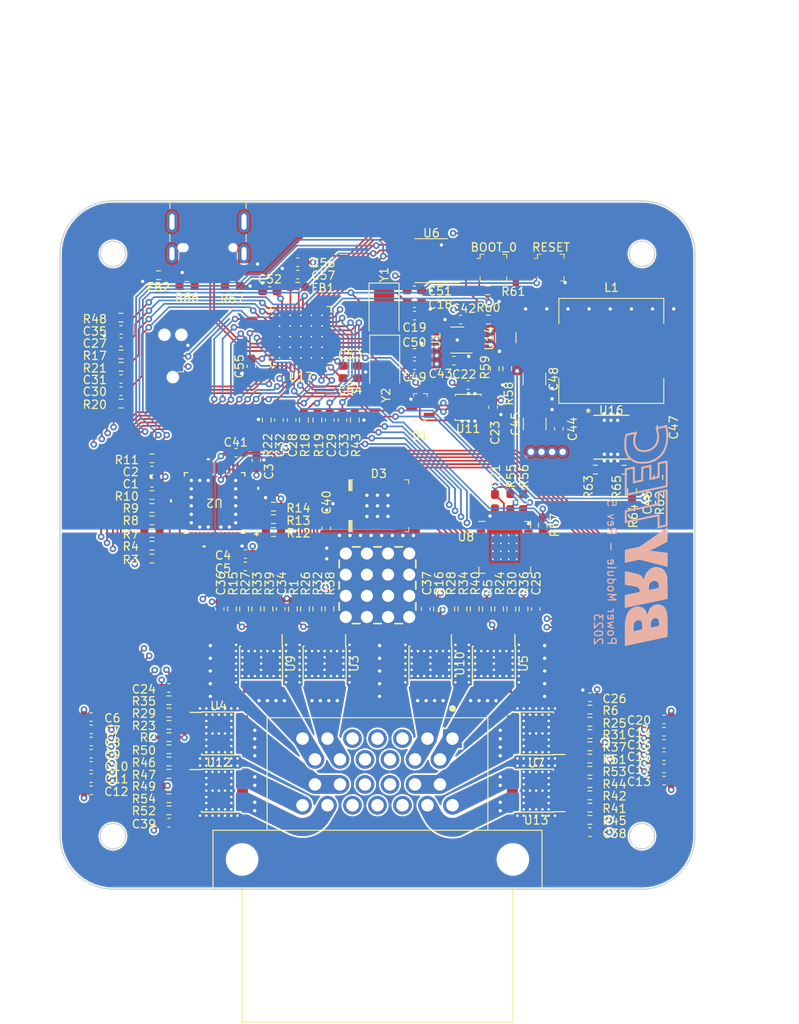
<source format=kicad_pcb>
(kicad_pcb (version 20221018) (generator pcbnew)
  (layers (0 "F.Cu" signal) (1 "In1.Cu" signal) (2 "In2.Cu" signal "Ground Layer") (31 "B.Cu" signal) (34 "B.Paste" user) (35 "F.Paste" user) (36 "B.SilkS" user "B.Silkscreen") (37 "F.SilkS" user "F.Silkscreen") (38 "B.Mask" user) (39 "F.Mask" user) (44 "Edge.Cuts" user))
  (net 0 "")
  (net 1 "Can-")
  (net 2 "Ignition")
  (net 3 "/High Side Drivers/In2")
  (net 4 "/High Side Drivers/In3")
  (net 6 "Can+")
  (net 7 "Net-(U3-GND)")
  (net 8 "Net-(U3-IN)")
  (net 9 "Net-(U3-DEN)")
  (net 10 "Net-(U4-GND)")
  (net 11 "Input3")
  (net 15 "Input2")
  (net 16 "Net-(U4-IN)")
  (net 17 "Net-(U4-DEN)")
  (net 18 "Net-(U5-GND)")
  (net 19 "Net-(U5-IN)")
  (net 20 "Input1")
  (net 24 "Net-(U5-DEN)")
  (net 25 "Net-(U7-GND)")
  (net 26 "Net-(U7-IN)")
  (net 27 "Net-(U7-DEN)")
  (net 31 "/High Side Drivers/In4")
  (net 32 "/High Side Drivers/In5")
  (net 33 "/High Side Drivers/In6")
  (net 34 "/High Side Drivers/In9")
  (net 35 "/High Side Drivers/In10")
  (net 36 "Net-(U2-RR3)")
  (net 47 "Pwm_Ctr_Enable")
  (net 49 "Net-(U3-IS)")
  (net 50 "Net-(U4-IS)")
  (net 58 "Net-(U5-IS)")
  (net 59 "Net-(U7-IS)")
  (net 61 "SCL")
  (net 62 "Net-(U2-RR2)")
  (net 63 "Net-(U2-RR1)")
  (net 64 "GND")
  (net 65 "+5V")
  (net 66 "Net-(U2-INT)")
  (net 67 "Net-(U2-SYNC)")
  (net 68 "Net-(U2-MISO)")
  (net 69 "Net-(U2-MOSI)")
  (net 70 "Net-(U2-CS)")
  (net 71 "Net-(U2-SCLK)")
  (net 72 "Net-(U2-RST)")
  (net 73 "+12V")
  (net 74 "SDA")
  (net 75 "Output1")
  (net 76 "Output2")
  (net 77 "Output3")
  (net 78 "Output4")
  (net 79 "Net-(U9-GND)")
  (net 80 "Net-(U9-IN)")
  (net 81 "Net-(U9-DEN)")
  (net 82 "Net-(U9-IS)")
  (net 86 "Output5")
  (net 87 "Net-(U10-GND)")
  (net 88 "Net-(U10-IN)")
  (net 89 "Net-(U10-DEN)")
  (net 90 "CanTx")
  (net 91 "Net-(U10-IS)")
  (net 95 "Output6")
  (net 96 "CanRx")
  (net 97 "+3.3V")
  (net 98 "CanSilent")
  (net 99 "Net-(U12-GND)")
  (net 100 "Net-(U12-IN0)")
  (net 101 "Net-(U12-DEN)")
  (net 102 "Net-(U12-IS)")
  (net 104 "Output8")
  (net 106 "Output7")
  (net 107 "Net-(U12-DSEL)")
  (net 108 "Net-(U12-IN1)")
  (net 109 "Net-(U13-GND)")
  (net 110 "Net-(U13-IN0)")
  (net 111 "Net-(U13-DEN)")
  (net 112 "Net-(U13-IS)")
  (net 113 "Net-(U13-DSEL)")
  (net 115 "Output10")
  (net 117 "Output9")
  (net 118 "Net-(U13-IN1)")
  (net 119 "L6699-Rst")
  (net 120 "L6699-Sync")
  (net 121 "L6699-Int")
  (net 122 "/High Side Drivers/In1")
  (net 123 "Is2")
  (net 124 "Is3")
  (net 125 "Is4")
  (net 126 "Is1")
  (net 127 "Is5")
  (net 128 "Is6")
  (net 129 "Is9-10")
  (net 130 "Is7-8")
  (net 131 "/High Side Drivers/Den3")
  (net 132 "/High Side Drivers/Den4")
  (net 133 "/High Side Drivers/Den1")
  (net 134 "/High Side Drivers/Den6")
  (net 135 "/High Side Drivers/Den9-10")
  (net 136 "Den7-8")
  (net 137 "/High Side Drivers/Dsel9-10")
  (net 138 "Dsel7-8")
  (net 139 "Regulated 5V")
  (net 140 "Net-(U14-PR1)")
  (net 141 "Usb 5V")
  (net 142 "Power Switch Status")
  (net 143 "Net-(U16-fb)")
  (net 144 "Net-(U16-boot)")
  (net 145 "Net-(U16-sw)")
  (net 146 "Net-(U16-pg)")
  (net 147 "Net-(U16-rt{slash}sync)")
  (net 148 "Den2")
  (net 149 "Den5")
  (net 150 "/High Side Drivers/In7")
  (net 151 "/High Side Drivers/In8")
  (net 154 "/Mcu/SWDIO")
  (net 155 "/Mcu/RESET")
  (net 156 "/Mcu/SWCLK")
  (net 157 "/Mcu/SWO")
  (net 158 "/Mcu/Usb D-")
  (net 159 "/Mcu/Usb D+")
  (net 160 "Net-(J4-CC1)")
  (net 161 "Net-(J4-CC2)")
  (net 162 "Net-(U17-PF1)")
  (net 164 "Net-(U17-PF0)")
  (net 166 "Net-(U17-PC14)")
  (net 167 "Net-(U17-PC15)")
  (net 168 "SPI1_Sclk")
  (net 169 "SPI1_SS1")
  (net 170 "SPI1_Mosi")
  (net 171 "SPI1_Miso")
  (net 172 "/Mcu/SPI1_SS2")
  (net 173 "Net-(U17-VDDA)")
  (net 174 "/Mcu/BOOT_0")
  (net 176 "/Mcu/Memory_Wp")
  (net 177 "/Mcu/Memory_Hold")
  (net 180 "/Mcu/Usb_Shield")
  (footprint "Capacitor_SMD:C_0603_1608Metric_Pad1.08x0.95mm_HandSolder" (layer "F.Cu") (at 117.4242 56.0024)
    (fp_text reference "C56")
    (fp_text value "1uF")
  )
  (footprint "Resistor_SMD:R_0603_1608Metric_Pad0.98x0.95mm_HandSolder" (layer "F.Cu") (at 113.919 97.5849 90)
    (fp_text reference "R39")
    (fp_text value "47")
  )
  (footprint "Capacitor_SMD:C_0603_1608Metric_Pad1.08x0.95mm_HandSolder" (layer "F.Cu") (at 115.379 97.5849 90)
    (fp_text reference "C34")
    (fp_text value "100nF")
  )
  (footprint "MyKiCadLibraries:Infineon_PG-TSDSO-14-22 - thermal vias" (layer "F.Cu") (at 140.97 104.14 -90)
    (fp_text reference "U5")
    (fp_text value "BTS7002-1EPP")
  )
  (footprint "Resistor_SMD:R_0603_1608Metric_Pad0.98x0.95mm_HandSolder" (layer "F.Cu") (at 101.9675 112.96 180)
    (fp_text reference "R2")
    (fp_text value "1.2K")
  )
  (footprint "Resistor_SMD:R_0603_1608Metric_Pad0.98x0.95mm_HandSolder" (layer "F.Cu") (at 99.9255 88.4682 180)
    (fp_text reference "R7")
    (fp_text value "1K")
  )
  (footprint "Resistor_SMD:R_0603_1608Metric_Pad0.98x0.95mm_HandSolder" (layer "F.Cu") (at 101.9675 120.29 180)
    (fp_text reference "R54")
    (fp_text value "4.7K")
  )
  (footprint "Resistor_SMD:R_0603_1608Metric_Pad0.98x0.95mm_HandSolder" (layer "F.Cu") (at 114.514485 85.3117 180)
    (fp_text reference "R14")
    (fp_text value "180")
  )
  (footprint "Capacitor_SMD:C_0603_1608Metric_Pad1.08x0.95mm_HandSolder" (layer "F.Cu") (at 161.3916 110.8456)
    (fp_text reference "C20")
    (fp_text value "6.8nF")
  )
  (footprint "Package_DFN_QFN:DFN-8-1EP_3x3mm_P0.65mm_EP1.55x2.4mm" (layer "F.Cu") (at 137.8847 73.4032 180)
    (fp_text reference "U11")
    (fp_text value "MCP2558FD-xMF")
  )
  (footprint "Resistor_SMD:R_0603_1608Metric_Pad0.98x0.95mm_HandSolder" (layer "F.Cu") (at 117.4242 58.9488 180)
    (fp_text reference "FB1")
    (fp_text value "FerriteBead_Small")
  )
  (footprint "Capacitor_SMD:C_0603_1608Metric_Pad1.08x0.95mm_HandSolder" (layer "F.Cu") (at 136.1758 67.8028)
    (fp_text reference "C43")
    (fp_text value "1uF")
  )
  (footprint "Capacitor_SMD:C_0603_1608Metric_Pad1.08x0.95mm_HandSolder" (layer "F.Cu") (at 99.9255 82.4557 180)
    (fp_text reference "C1")
    (fp_text value "1uF")
  )
  (footprint "Resistor_SMD:R_0603_1608Metric_Pad0.98x0.95mm_HandSolder" (layer "F.Cu") (at 109.529 97.5849 90)
    (fp_text reference "R15")
    (fp_text value "1.2K")
  )
  (footprint "digikey-footprints:Switch_Tactile_SMD_B3U-1000P" (layer "F.Cu") (at 147.8026 56.642)
    (fp_text reference "S1" hide)
    (fp_text value "B3U-1000P")
  )
  (footprint "Capacitor_SMD:C_0603_1608Metric_Pad1.08x0.95mm_HandSolder" (layer "F.Cu") (at 136.9758 62.8752 180)
    (fp_text reference "C42")
    (fp_text value "1uF")
  )
  (footprint "Capacitor_SMD:C_0603_1608Metric_Pad1.08x0.95mm_HandSolder" (layer "F.Cu") (at 131.4196 59.3598)
    (fp_text reference "C51")
    (fp_text value "0.1uF")
  )
  (footprint "Capacitor_SMD:C_0603_1608Metric_Pad1.08x0.95mm_HandSolder" (layer "F.Cu") (at 117.4242 57.4802)
    (fp_text reference "C57")
    (fp_text value "10nF")
  )
  (footprint "Capacitor_SMD:C_0603_1608Metric_Pad1.08x0.95mm_HandSolder" (layer "F.Cu") (at 161.3916 112.3116)
    (fp_text reference "C14")
    (fp_text value "6.8nF")
  )
  (footprint "Capacitor_SMD:C_0603_1608Metric_Pad1.08x0.95mm_HandSolder" (layer "F.Cu") (at 96.2152 65.5828 180)
    (fp_text reference "C27")
    (fp_text value "220pF")
  )
  (footprint "Capacitor_SMD:C_0603_1608Metric_Pad1.08x0.95mm_HandSolder" (layer "F.Cu") (at 101.9675 107.06 180)
    (fp_text reference "C24")
    (fp_text value "100nF")
  )
  (footprint "digikey-footprints:DO-214AB" (layer "F.Cu") (at 127.1524 85.1916)
    (fp_text reference "D3")
    (fp_text value "SMCJ33CA")
  )
  (footprint "Resistor_SMD:R_0603_1608Metric_Pad0.98x0.95mm_HandSolder" (layer "F.Cu") (at 99.9255 79.5089 180)
    (fp_text reference "R11")
    (fp_text value "1K")
  )
  (footprint "Resistor_SMD:R_0603_1608Metric_Pad0.98x0.95mm_HandSolder" (layer "F.Cu") (at 143.063332 97.5849 90)
    (fp_text reference "R30")
    (fp_text value "4.7K")
  )
  (footprint "Capacitor_SMD:C_0603_1608Metric_Pad1.08x0.95mm_HandSolder" (layer "F.Cu") (at 114.0714 59.4614)
    (fp_text reference "C52")
    (fp_text value "0.1uF")
  )
  (footprint "Resistor_SMD:R_0603_1608Metric_Pad0.98x0.95mm_HandSolder" (layer "F.Cu") (at 113.700443 74.904256 90)
    (fp_text reference "R22")
    (fp_text value "4.7K")
  )
  (footprint "Resistor_SMD:R_0603_1608Metric_Pad0.98x0.95mm_HandSolder" (layer "F.Cu") (at 134.263336 97.5849 90)
    (fp_text reference "R16")
    (fp_text value "1.2K")
  )
  (footprint "Resistor_SMD:R_0603_1608Metric_Pad0.98x0.95mm_HandSolder" (layer "F.Cu") (at 142.5702 68.7578 90)
    (fp_text reference "R58")
    (fp_text value "R_Small")
  )
  (footprint "MyKiCadLibraries:Infineon_PG-TSDSO-14-22 - thermal vias" (layer "F.Cu") (at 113.03 104.14 -90)
    (fp_text reference "U9")
    (fp_text value "BTS7002-1EPP")
  )
  (footprint "Resistor_SMD:R_0603_1608Metric_Pad0.98x0.95mm_HandSolder" (layer "F.Cu") (at 96.2152 68.5292)
    (fp_text reference "R21")
    (fp_text value "4.7K")
  )
  (footprint "Resistor_SMD:R_0603_1608Metric_Pad0.98x0.95mm_HandSolder" (layer "F.Cu") (at 152.5016 119.948163)
    (fp_text reference "R42")
    (fp_text value "4.7K")
  )
  (footprint "Resistor_SMD:R_0603_1608Metric_Pad0.98x0.95mm_HandSolder" (layer "F.Cu") (at 101.9675 114.42 180)
    (fp_text reference "R50")
    (fp_text value "47")
  )
  (footprint "Resistor_SMD:R_0603_1608Metric_Pad0.98x0.95mm_HandSolder" (layer "F.Cu") (at 116.839 97.5849 90)
    (fp_text reference "R1")
    (fp_text value "1.2K")
  )
  (footprint "Capacitor_SMD:C_0603_1608Metric_Pad1.08x0.95mm_HandSolder" (layer "F.Cu") (at 92.6338 114.950533 180)
    (fp_text reference "C9")
    (fp_text value "6.8nF")
  )
  (footprint "Capacitor_SMD:C_0603_1608Metric_Pad1.08x0.95mm_HandSolder" (layer "F.Cu") (at 123.7234 69.9008 180)
    (fp_text reference "C54")
    (fp_text value "0.1uF")
  )
  (footprint "Capacitor_SMD:C_1210_3225Metric_Pad1.33x2.70mm_HandSolder" (layer "F.Cu") (at 145.8692 75.3872 90)
    (fp_text reference "C45")
    (fp_text value "4.7uF")
  )
  (footprint "Capacitor_SMD:C_0603_1608Metric_Pad1.08x0.95mm_HandSolder" (layer "F.Cu") (at 161.3916 115.2436)
    (fp_text reference "C16")
    (fp_text value "6.8nF")
  )
  (footprint "Resistor_SMD:R_0603_1608Metric_Pad0.98x0.95mm_HandSolder" (layer "F.Cu") (at 101.9675 110.02 180)
    (fp_text reference "R29")
    (fp_text value "4.7K")
  )
  (footprint "MyKiCadLibraries:Infineon_PG-TSDSO-14-22 - thermal vias" (layer "F.Cu") (at 146.05 119.38 180)
    (fp_text reference "U13")
    (fp_text value "BTS7008-2EPA")
  )
  (footprint "Resistor_SMD:R_0603_1608Metric_Pad0.98x0.95mm_HandSolder" (layer "F.Cu") (at 140.3115 62.865)
    (fp_text reference "R60")
    (fp_text value "R_Small")
  )
  (footprint "Capacitor_SMD:C_0603_1608Metric_Pad1.08x0.95mm_HandSolder" (layer "F.Cu") (at 120.8532 87.9094 90)
    (fp_text reference "C40")
    (fp_text value "100nF")
  )
  (footprint "Resistor_SMD:R_0603_1608Metric_Pad0.98x0.95mm_HandSolder" (layer "F.Cu") (at 96.2152 72.9488)
    (fp_text reference "R20")
    (fp_text value "4.7K")
  )
  (footprint "Capacitor_SMD:C_0603_1608Metric_Pad1.08x0.95mm_HandSolder" (layer "F.Cu") (at 152.5016 108.180891)
    (fp_text reference "C26")
    (fp_text value "100nF")
  )
  (footprint "Resistor_SMD:R_0603_1608Metric_Pad0.98x0.95mm_HandSolder" (layer "F.Cu") (at 101.9675 118.83 180)
    (fp_text reference "R49")
    (fp_text value "1.2K")
  )
  (footprint "Resistor_SMD:R_0603_1608Metric_Pad0.98x0.95mm_HandSolder" (layer "F.Cu") (at 135.730002 97.5849 90)
    (fp_text reference "R28")
    (fp_text value "4.7K")
  )
  (footprint "Capacitor_SMD:C_0603_1608Metric_Pad1.08x0.95mm_HandSolder" (layer "F.Cu") (at 96.2152 64.1096 180)
    (fp_text reference "C35")
    (fp_text value "220pF")
  )
  (footprint "Capacitor_SMD:C_0603_1608Metric_Pad1.08x0.95mm_HandSolder" (layer "F.Cu") (at 131.4439 66.8782 180)
    (fp_text reference "C50")
    (fp_text value "~")
  )
  (footprint "Capacitor_SMD:C_0603_1608Metric_Pad1.08x0.95mm_HandSolder" (layer "F.Cu") (at 92.6338 119.340532 180)
    (fp_text reference "C12")
    (fp_text value "6.8nF")
  )
  (footprint "Capacitor_SMD:C_1210_3225Metric_Pad1.33x2.70mm_HandSolder" (layer "F.Cu") (at 145.8438 70.0024 -90)
    (fp_text reference "C48")
    (fp_text value "47uF")
  )
  (footprint "MyKiCadLibraries:TQFP48_L9966_STM" (layer "F.Cu") (at 107.442 84.8614 180)
    (fp_text reference "U2")
    (fp_text value "L9966CB-TR")
  )
  (footprint "Resistor_SMD:R_0603_1608Metric_Pad0.98x0.95mm_HandSolder" (layer "F.Cu") (at 152.5016 122.889981)
    (fp_text reference "R45")
    (fp_text value "47")
  )
  (footprint "MyKiCadLibraries:Infineon_PG-TSDSO-14-22 - thermal vias" (layer "F.Cu") (at 107.95 112.522)
    (fp_text reference "U4")
    (fp_text value "BTS7002-1EPP")
  )
  (footprint "Capacitor_SMD:C_0603_1608Metric_Pad1.08x0.95mm_HandSolder" (layer "F.Cu") (at 111.136285 92.4865)
    (fp_text reference "C5")
    (fp_text value "100nF")
  )
  (footprint "Connector:Tag-Connect_TC2030-IDC-NL_2x03_P1.27mm_Vertical" (layer "F.Cu") (at 102.4382 67.2338 90)
    (fp_text reference "J2" hide)
    (fp_text value "Conn_ARM_SWD_TagConnect_TC2030-NL")
  )
  (footprint "digikey-footprints:Switch_Tactile_SMD_B3U-1000P" (layer "F.Cu") (at 140.9192 56.642)
    (fp_text reference "S2" hide)
    (fp_text value "B3U-1000P")
  )
  (footprint "Package_TO_SOT_SMD:SOT-23-5" (layer "F.Cu") (at 136.5758 65.3288 180)
    (fp_text reference "U1")
    (fp_text value "AP2112K-3.3")
  )
  (footprint "Capacitor_SMD:C_0603_1608Metric_Pad1.08x0.95mm_HandSolder" (layer "F.Cu") (at 161.3916 116.7096)
    (fp_text reference "C17")
    (fp_text value "6.8nF")
  )
  (footprint "Capacitor_SMD:C_0603_1608Metric_Pad1.08x0.95mm_HandSolder" (layer "F.Cu") (at 152.5016 124.36089)
    (fp_text reference "C38")
    (fp_text value "100nF")
  )
  (footprint "Resistor_SMD:R_0603_1608Metric_Pad0.98x0.95mm_HandSolder" (layer "F.Cu") (at 137.196668 97.5849 90)
    (fp_text reference "R34")
    (fp_text value "4.7K")
  )
  (footprint "Resistor_SMD:R_0603_1608Metric_Pad0.98x0.95mm_HandSolder" (layer "F.Cu") (at 114.514485 86.8103 180)
    (fp_text reference "R13")
    (fp_text value "9K")
  )
  (footprint "Capacitor_SMD:C_0603_1608Metric_Pad1.08x0.95mm_HandSolder" (layer "F.Cu") (at 132.79667 97.5849 90)
    (fp_text reference "C37")
    (fp_text value "100nF")
  )
  (footprint "Resistor_SMD:R_0603_1608Metric_Pad0.98x0.95mm_HandSolder" (layer "F.Cu") (at 146.8374 87.5284 -90)
    (fp_text reference "R57")
    (fp_text value "10K")
  )
  (footprint "Capacitor_SMD:C_0603_1608Metric_Pad1.08x0.95mm_HandSolder" (layer "F.Cu") (at 137.8831 70.7244)
    (fp_text reference "C22")
    (fp_text value "0.1uF")
  )
  (footprint "Resistor_SMD:R_0603_1608Metric_Pad0.98x0.95mm_HandSolder" (layer "F.Cu") (at 99.9255 91.5416 180)
    (fp_text reference "R3")
    (fp_text value "1K")
  )
  (footprint "Resistor_SMD:R_0603_1608Metric_Pad0.98x0.95mm_HandSolder" (layer "F.Cu") (at 152.5016 115.535436)
    (fp_text reference "R51")
    (fp_text value "4.7K")
  )
  (footprint "Resistor_SMD:R_0603_1608Metric_Pad0.98x0.95mm_HandSolder" (layer "F.Cu") (at 152.5016 118.477254)
    (fp_text reference "R44")
    (fp_text value "1.2K")
  )
  (footprint "Connector_USB:USB_C_Receptacle_JAE_DX07S016JA1R1500" (layer "F.Cu") (at 106.6546 52.297 180)
    (fp_text reference "J4" hide)
    (fp_text value "USB_C_Receptacle_USB2.0")
  )
  (footprint "Capacitor_SMD:C_0603_1608Metric_Pad1.08x0.95mm_HandSolder" (layer "F.Cu") (at 140.8803 73.3914 -90)
    (fp_text reference "C23")
    (fp_text value "0.1uF")
  )
  (footprint "Capacitor_SMD:C_0603_1608Metric_Pad1.08x0.95mm_HandSolder" (layer "F.Cu") (at 92.6338 110.560534 180)
    (fp_text reference "C6")
    (fp_text value "6.8nF")
  )
  (footprint "Resistor_SMD:R_0603_1608Metric_Pad0.98x0.95mm_HandSolder" (layer "F.Cu") (at 101.9675 117.36 180)
    (fp_text reference "R47")
    (fp_text value "4.7K")
  )
  (footprint "Capacitor_SMD:C_0603_1608Metric_Pad1.08x0.95mm_HandSolder" (layer "F.Cu") (at 92.6338 112.023867 180)
    (fp_text reference "C7")
    (fp_text value "6.8nF")
  )
  (footprint "Resistor_SMD:R_0603_1608Metric_Pad0.98x0.95mm_HandSolder" (layer "F.Cu") (at 144.4752 84.7109 -90)
    (fp_text reference "R56")
    (fp_text value "4K7")
  )
  (footprint "Capacitor_SMD:C_0603_1608Metric_Pad1.08x0.95mm_HandSolder" (layer "F.Cu") (at 131.4439 60.9092 180)
    (fp_text reference "C18")
    (fp_text value "~")
  )
  (footprint "Capacitor_SMD:C_0603_1608Metric_Pad1.08x0.95mm_HandSolder" (layer "F.Cu") (at 161.3916 118.1756)
    (fp_text reference "C13")
    (fp_text value "6.8nF")
  )
  (footprint "Package_DFN_QFN:QFN-48-1EP_7x7mm_P0.5mm_EP5.6x5.6mm_ThermalVias" (layer "F.Cu") (at 117.7967 64.917 180)
    (fp_text reference "U17")
    (fp_text value "STM32G491CEUx")
  )
  (footprint "Resistor_SMD:R_0603_1608Metric_Pad0.98x0.95mm_HandSolder" (layer "F.Cu") (at 141.0716 68.7578 -90)
    (fp_text reference "R59")
    (fp_text value "R_Small")
  )
  (footprint "Resistor_SMD:R_0603_1608Metric_Pad0.98x0.95mm_HandSolder" (layer "F.Cu") (at 140.2334 59.3598)
    (fp_text reference "R61")
    (fp_text value "10K")
  )
  (footprint "Capacitor_SMD:C_0603_1608Metric_Pad1.08x0.95mm_HandSolder" (layer "F.Cu") (at 121.271643 74.904256 -90)
    (fp_text reference "C29")
    (fp_text value "220pF")
  )
  (footprint "Resistor_SMD:R_0603_1608Metric_Pad0.98x0.95mm_HandSolder" (layer "F.Cu") (at 101.9675 115.88 180)
    (fp_text reference "R46")
    (fp_text value "4.7K")
  )
  (footprint "Capacitor_SMD:C_0603_1608Metric_Pad1.08x0.95mm_HandSolder" (layer "F.Cu") (at 131.4439 62.394 180)
    (fp_text reference "C19")
    (fp_text value "~")
  )
  (footprint "Capacitor_SMD:C_0603_1608Metric_Pad1.08x0.95mm_HandSolder" (layer "F.Cu") (at 141.097 84.7109 -90)
    (fp_text reference "C21")
    (fp_text value "0.1uF")
  )
  (footprint "MyKiCadLibraries:TE_9-6437287-8" (layer "F.Cu") (at 127 127.635)
    (fp_text reference "J1" hide)
    (fp_text value "9-6437287-8")
  )
  (footprint "Resistor_SMD:R_0603_1608Metric_Pad0.98x0.95mm_HandSolder" (layer "F.Cu") (at 140.13 97.5849 90)
    (fp_text reference "R5")
    (fp_text value "1.2K")
  )
  (footprint "Resistor_SMD:R_0603_1608Metric_Pad0.98x0.95mm_HandSolder" (layer "F.Cu") (at 142.9512 84.7109 -90)
    (fp_text reference "R55")
    (fp_text value "4K7")
  )
  (footprint "Resistor_SMD:R_0603_1608Metric_Pad0.98x0.95mm_HandSolder" (layer "F.Cu") (at 160.7028 81.7861 -90)
    (fp_text reference "R62")
    (fp_text value "100k")
  )
  (footprint "Capacitor_SMD:C_0603_1608Metric_Pad1.08x0.95mm_HandSolder" (layer "F.Cu") (at 108.059 97.5849 90)
    (fp_text reference "C36")
    (fp_text value "100nF")
  )
  (footprint "Resistor_SMD:R_0603_1608Metric_Pad0.98x0.95mm_HandSolder" (layer "F.Cu") (at 109.6029 58.8264)
    (fp_text reference "R67")
    (fp_text value "5.1K")
  )
  (footprint "Resistor_SMD:R_0603_1608Metric_Pad0.98x0.95mm_HandSolder" (layer "F.Cu") (at 152.5016 117.006345)
    (fp_text reference "R53")
    (fp_text value "4.7K")
  )
  (footprint "Resistor_SMD:R_0603_1608Metric_Pad0.98x0.95mm_HandSolder" (layer "F.Cu") (at 99.9255 85.471 180)
    (fp_text reference "R9")
    (fp_text value "1K")
  )
  (footprint "Resistor_SMD:R_0603_1608Metric_Pad0.98x0.95mm_HandSolder" (layer "F.Cu") (at 114.514485 88.3597 180)
    (fp_text reference "R12")
    (fp_text value "50K")
  )
  (footprint "Capacitor_SMD:C_0603_1608Metric_Pad1.08x0.95mm_HandSolder" (layer "F.Cu") (at 96.2152 71.4756 180)
    (fp_text reference "C30")
    (fp_text value "220pF")
  )
  (footprint "Resistor_SMD:R_0603_1608Metric_Pad0.98x0.95mm_HandSolder" (layer "F.Cu") (at 152.5016 114.064527)
    (fp_text reference "R37")
    (fp_text value "47")
  )
  (footprint "Resistor_SMD:R_0603_1608Metric_Pad0.98x0.95mm_HandSolder" (layer "F.Cu") (at 119.769 97.5849 90)
    (fp_text reference "R32")
    (fp_text value "4.7K")
  )
  (footprint "Eagle_WP-BUCF (rev22a):WP-BUFU_7461147_HAL" (layer "F.Cu") (at 127 94.742)
    (fp_text reference "J3" hide)
    (fp_text value "Conn_01x16_Pin")
  )
  (footprint "Capacitor_SMD:C_0603_1608Metric_Pad1.08x0.95mm_HandSolder" (layer "F.Cu") (at 115.175643 74.904256 -90)
    (fp_text reference "C32")
    (fp_text value "220pF")
  )
  (footprint "Resistor_SMD:R_0603_1608Metric_Pad0.98x0.95mm_HandSolder" (layer "F.Cu") (at 144.529998 97.5849 90)
    (fp_text reference "R36")
    (fp_text value "47")
  )
  (footprint "Resistor_SMD:R_0603_1608Metric_Pad0.98x0.95mm_HandSolder" (layer "F.Cu") (at 101.9675 121.75 180)
    (fp_text reference "R52")
    (fp_text value "4.7K")
  )
  (footprint "MyKiCadLibraries:SOTFL50P160X60-8N" (layer "F.Cu") (at 142.3924 65.0494 90)
    (fp_text reference "U14")
    (fp_text value "TPS2116DRLR")
  )
  (footprint "Resistor_SMD:R_0603_1608Metric_Pad0.98x0.95mm_HandSolder" (layer "F.Cu") (at 156.5899 80.8736)
    (fp_text reference "R65")
    (fp_text value "10k")
  )
  (footprint "Resistor_SMD:R_0603_1608Metric_Pad0.98x0.95mm_HandSolder" (layer "F.Cu") (at 152.5016 112.593618)
    (fp_text reference "R31")
    (fp_text value "4.7K")
  )
  (footprint "Resistor_SMD:R_0603_1608Metric_Pad0.98x0.95mm_HandSolder" (layer "F.Cu") (at 104.1419 58.8264 180)
    (fp_text reference "R66")
    (fp_text value "5.1K")
  )
  (footprint "Resistor_SMD:R_0603_1608Metric_Pad0.98x0.95mm_HandSolder" (layer "F.Cu") (at 96.2152 67.056)
    (fp_text reference "R17")
    (fp_text value "4.7K")
  )
  (footprint "Capacitor_SMD:C_0603_1608Metric_Pad1.08x0.95mm_HandSolder" (layer "F.Cu") (at 112.457085 79.7502 -90)
    (fp_text reference "C3")
    (fp_text value "100nF")
  )
  (footprint "Capacitor_SMD:C_0603_1608Metric_Pad1.08x0.95mm_HandSolder" (layer "F.Cu") (at 116.699643 74.904256 -90)
    (fp_text reference "C28")
    (fp_text value "220pF")
  )
  (footprint "Capacitor_SMD:C_0603_1608Metric_Pad1.08x0.95mm_HandSolder" (layer "F.Cu") (at 111.8616 68.4784 90)
    (fp_text reference "C55")
    (fp_text value "0.1uF")
  )
  (footprint "Resistor_SMD:R_0603_1608Metric_Pad0.98x0.95mm_HandSolder" (layer "F.Cu") (at 110.989 97.5849 90)
    (fp_text reference "R27")
    (fp_text value "4.7K")
  )
  (footprint "Resistor_SMD:R_0603_1608Metric_Pad0.98x0.95mm_HandSolder" (layer "F.Cu") (at 121.229 97.5849 90)
    (fp_text reference "R38")
    (fp_text value "47")
  )
  (footprint "Resistor_SMD:R_0603_1608Metric_Pad0.98x0.95mm_HandSolder" (layer "F.Cu") (at 101.9675 108.54 180)
    (fp_text reference "R35")
    (fp_text value "47")
  )
  (footprint "Capacitor_SMD:C_0603_1608Metric_Pad1.08x0.95mm_HandSolder" (layer "F.Cu") (at 101.9675 123.23 180)
    (fp_text reference "C39")
    (fp_text value "100nF")
  )
  (footprint "Crystal:Crystal_SMD_5032-2Pin_5.0x3.2mm" (layer "F.Cu") (at 127.7874 61.5442 -90)
    (fp_text reference "Y1")
    (fp_text value "Crystal_Small")
  )
  (footprint "Package_SO:SSOP-8_3.9x5.05mm_P1.27mm" (layer "F.Cu") (at 133.4516 55.8038 180)
    (fp_text reference "U6")
    (fp_text value "MB85RS64")
  )
  (footprint "Resistor_SMD:R_0603_1608Metric_Pad0.98x0.95mm_HandSolder" (layer "F.Cu") (at 96.2152 62.6364)
    (fp_text reference "R48")
    (fp_text value "4.7K")
  )
  (footprint "Crystal:Crystal_SMD_5032-2Pin_5.0x3.2mm" (layer "F.Cu") (at 127.8636 67.7926 -90)
    (fp_text reference "Y2")
    (fp_text value "Crystal_Small")
  )
  (footprint "Capacitor_SMD:C_0603_1608Metric_Pad1.08x0.95mm_HandSolder" (layer "F.Cu") (at 161.3916 113.7776)
    (fp_text reference "C15")
    (fp_text value "6.8nF")
  )
  (footprint "Capacitor_SMD:C_0603_1608Metric_Pad1.08x0.95mm_HandSolder" (layer "F.Cu") (at 161.0838 75.7174 90)
    (fp_text reference "C47")
    (fp_text value "100nF")
  )
  (footprint "Capacitor_SMD:C_0603_1608Metric_Pad1.08x0.95mm_HandSolder" (layer "F.Cu") (at 131.4439 68.3468 180)
    (fp_text reference "C49")
    (fp_text value "~")
  )
  (footprint "Resistor_SMD:R_0603_1608Metric_Pad0.98x0.95mm_HandSolder" (layer "F.Cu") (at 112.449 97.5849 90)
    (fp_text reference "R33")
    (fp_text value "4.7K")
  )
  (footprint "Resistor_SMD:R_0603_1608Metric_Pad0.98x0.95mm_HandSolder" (layer "F.Cu") (at 152.5016 121.419072)
    (fp_text reference "R41")
    (fp_text value "4.7K")
  )
  (footprint "MyKiCadLibraries:Infineon_PG-TSDSO-14-22 - thermal vias" (layer "F.Cu") (at 107.95 119.38)
    (fp_text reference "U12")
    (fp_text value "BTS7008-2EPA")
  )
  (footprint "Inductor_SMD:L_Wuerth_WE-PD-Typ-LS" (layer "F.Cu") (at 155.067 66.6242 180)
    (fp_text reference "L1")
    (fp_text value "39uH")
  )
  (footprint "Capacitor_SMD:C_0603_1608Metric_Pad1.08x0.95mm_HandSolder" (layer "F.Cu") (at 159.2296 81.7861 90)
    (fp_text reference "C46")
    (fp_text value "39pF")
  )
  (footprint "Resistor_SMD:R_0603_1608Metric_Pad0.98x0.95mm_HandSolder" (layer "F.Cu") (at 152.5016 109.6518)
    (fp_text reference "R6")
    (fp_text value "1.2K")
  )
  (footprint "MyKiCadLibraries:HSOP8_DDA_TEX" (layer "F.Cu") (at 155.067 76.9813)
    (fp_text reference "U16")
    (fp_text value "PLMR38010FSQDDARQ1")
  )
  (footprint "Resistor_SMD:R_0603_1608Metric_Pad0.98x0.95mm_HandSolder" (layer "F.Cu") (at 101.9675 111.49 180)
    (fp_text reference "R23")
    (fp_text value "4.7K")
  )
  (footprint "Resistor_SMD:R_0603_1608Metric_Pad0.98x0.95mm_HandSolder" (layer "F.Cu") (at 99.9255 86.9696 180)
    (fp_text reference "R8")
    (fp_text value "1K")
  )
  (footprint "Capacitor_SMD:C_0603_1608Metric_Pad1.08x0.95mm_HandSolder" (layer "F.Cu") (at 111.136285 91.0013)
    (fp_text reference "C4")
    (fp_text value "1uF")
  )
  (footprint "Resistor_SMD:R_0603_1608Metric_Pad0.98x0.95mm_HandSolder" (layer "F.Cu") (at 157.5532 83.4136 -90)
    (fp_text reference "R64")
    (fp_text value "40.2k")
  )
  (footprint "Resistor_SMD:R_0603_1608Metric_Pad0.98x0.95mm_HandSolder" (layer "F.Cu") (at 124.268843 74.904256 90)
    (fp_text reference "R43")
    (fp_text value "4.7K")
  )
  (footprint "Capacitor_SMD:C_0603_1608Metric_Pad1.08x0.95mm_HandSolder" (layer "F.Cu") (at 122.795643 74.904256 -90)
    (fp_text reference "C33")
    (fp_text value "220pF")
  )
  (footprint "Resistor_SMD:R_0603_1608Metric_Pad0.98x0.95mm_HandSolder" (layer "F.Cu") (at 152.5016 111.122709)
    (fp_text reference "R25")
    (fp_text value "4.7K")
  )
  (footprint "Resistor_SMD:R_0603_1608Metric_Pad0.98x0.95mm_HandSolder" (layer "F.Cu") (at 118.165243 74.904256 90)
    (fp_text reference "R18")
    (fp_text value "4.7K")
  )
  (footprint "Capacitor_SMD:C_0603_1608Metric_Pad1.08x0.95mm_HandSolder" (layer "F.Cu") (at 123.7234 68.4276 180)
    (fp_text reference "C53")
    (fp_text value "0.1uF")
  )
  (footprint "Resistor_SMD:R_0603_1608Metric_Pad0.98x0.95mm_HandSolder" (layer "F.Cu") (at 153.1609 80.8736)
    (fp_text reference "R63")
    (fp_text value "64.9k")
  )
  (footprint "Resistor_SMD:R_0603_1608Metric_Pad0.98x0.95mm_HandSolder" (layer "F.Cu") (at 99.9255 89.9922 180)
    (fp_text reference "R4")
    (fp_text value "1K")
  )
  (footprint "Resistor_SMD:R_0603_1608Metric_Pad0.98x0.95mm_HandSolder" (layer "F.Cu") (at 100.711 57.5564 180)
    (fp_text reference "FB2")
    (fp_text value "FerriteBead_Small")
  )
  (footprint "Resistor_SMD:R_0603_1608Metric_Pad0.98x0.95mm_HandSolder" (layer "F.Cu") (at 118.299 97.5849 90)
    (fp_text reference "R26")
    (fp_text value "4.7K")
  )
  (footprint "Capacitor_SMD:C_0603_1608Metric_Pad1.08x0.95mm_HandSolder" (layer "F.Cu") (at 99.9255 80.9821 180)
    (fp_text reference "C2")
    (fp_text value "100nF")
  )
  (footprint "Resistor_SMD:R_0603_1608Metric_Pad0.98x0.95mm_HandSolder" (layer "F.Cu") (at 99.9255 83.9216 180)
    (fp_text reference "R10")
    (fp_text value "1K")
  )
  (footprint "Capacitor_SMD:C_0603_1608Metric_Pad1.08x0.95mm_HandSolder" (layer "F.Cu") (at 145.996664 97.5849 90)
    (fp_text reference "C25")
    (fp_text value "100nF")
  )
  (footprint "Capacitor_SMD:C_0603_1608Metric_Pad1.08x0.95mm_HandSolder" (layer "F.Cu") (at 96.2152 70.0024 180)
    (fp_text reference "C31")
    (fp_text value "220pF")
  )
  (footprint "MyKiCadLibraries:Infineon_PG-TSDSO-14-22 - thermal vias" (layer "F.Cu") (at 120.65 104.14 -90)
    (fp_text reference "U3")
    (fp_text value "BTS7002-1EPP")
  )
  (footprint "Resistor_SMD:R_0603_1608Metric_Pad0.98x0.95mm_HandSolder" (layer "F.Cu") (at 138.663334 97.5849 90)
    (fp_text reference "R40")
    (fp_text value "47")
  )
  (footprint "Capacitor_SMD:C_0603_1608Metric_Pad1.08x0.95mm_HandSolder" (layer "F.Cu") (at 92.6338 116.413866 180)
    (fp_text reference "C10")
    (fp_text value "6.8nF")
  )
  (footprint "Package_DFN_QFN:QFN-28-1EP_6x6mm_P0.65mm_EP4.25x4.25mm_ThermalVias" (layer "F.Cu") (at 142.2754 90.1948)
    (fp_text reference "U8")
    (fp_text value "PCA9685BS")
  )
  (footprint "Resistor_SMD:R_0603_1608Metric_Pad0.98x0.95mm_HandSolder" (layer "F.Cu") (at 141.596666 97.5849 90)
    (fp_text reference "R24")
    (fp_text value "4.7K")
  )
  (footprint "Capacitor_SMD:C_0603_1608Metric_Pad1.08x0.95mm_HandSolder" (layer "F.Cu") (at 148.7648 75.9725 90)
    (fp_text reference "C44")
    (fp_text value "100nF")
  )
  (footprint "digikey-footprints:SOT-23-3" (layer "F.Cu") (at 132.1562 73.4032 180)
    (fp_text reference "D1")
    (fp_text value "PESD2CAN_215")
  )
  (footprint "Capacitor_SMD:C_0603_1608Metric_Pad1.08x0.95mm_HandSolder" (layer "F.Cu") (at 92.6338 117.877199 180)
    (fp_text reference "C11")
    (fp_text value "6.8nF")
  )
  (footprint "Resistor_SMD:R_0603_1608Metric_Pad0.98x0.95mm_HandSolder" (layer "F.Cu") (at 119.791643 74.904256 90)
    (fp_text reference "R19")
    (fp_text value "4.7K")
  )
  (footprint "MyKiCadLibraries:Infineon_PG-TSDSO-14-22 - thermal vias" (layer "F.Cu") (at 133.35 104.14 -90)
    (fp_text reference "U10")
    (fp_text value "BTS7002-1EPP")
  )
  (footprint "Capacitor_SMD:C_0603_1608Metric_Pad1.08x0.95mm_HandSolder" (layer "F.Cu") (at 110.019785 78.8347 180)
    (fp_text reference "C41")
    (fp_text value "100nF")
  )
  (footprint "MyKiCadLibraries:Infineon_PG-TSDSO-14-22 - thermal vias" (layer "F.Cu") (at 146.05 112.522 180)
    (fp_text reference "U7")
    (fp_text value "BTS7002-1EPP")
  )
  (footprint "Capacitor_SMD:C_0603_1608Metric_Pad1.08x0.95mm_HandSolder" (layer "F.Cu") (at 92.6338 113.4872 180)
    (fp_text reference "C8")
    (fp_text value "6.8nF")
  )
  (footprint "Bryan_Lib:Brytec_Logo" (layer "B.Cu") (at 159.258 88.773 90)
    (fp_text reference "G***" hide)
    (fp_text value "LOGO" hide)
  )
  (gr_circle (center 158.75 124.841) (end 157.226 124.841) (stroke (width 0.16)) (fill none) (layer "Edge.Cuts"))
  (gr_circle (center 158.75 54.991) (end 157.226 54.991) (stroke (width 0.16)) (fill none) (layer "Edge.Cuts"))
  (gr_circle (center 95.25 54.991) (end 93.726 54.991) (stroke (width 0.16)) (fill none) (layer "Edge.Cuts"))
  (gr_arc (start 88.9 54.991) (mid 90.759872 50.500872) (end 95.25 48.641) (stroke (width 0.16)) (layer "Edge.Cuts"))
  (gr_line (start 95.25 48.641) (end 158.75 48.641) (stroke (width 0.16)) (layer "Edge.Cuts"))
  (gr_circle (center 95.25 124.841) (end 93.726 124.841) (stroke (width 0.16)) (fill none) (layer "Edge.Cuts"))
  (gr_line (start 158.75 131.191) (end 95.25 131.191) (stroke (width 0.16)) (layer "Edge.Cuts"))
  (gr_line (start 165.1 54.991) (end 165.1 124.841) (stroke (width 0.16)) (layer "Edge.Cuts"))
  (gr_arc (start 95.25 131.191) (mid 90.759872 129.331128) (end 88.9 124.841) (stroke (width 0.16)) (layer "Edge.Cuts"))
  (gr_line (start 88.9 124.841) (end 88.9 54.991) (stroke (width 0.16)) (layer "Edge.Cuts"))
  (gr_arc (start 165.1 124.841) (mid 163.240128 129.331128) (end 158.75 131.191) (stroke (width 0.16)) (layer "Edge.Cuts"))
  (gr_arc (start 158.75 48.641) (mid 163.240128 50.500872) (end 165.1 54.991) (stroke (width 0.16)) (layer "Edge.Cuts"))
  (gr_text "Power Module - Rev 5\n2023" (at 152.908 102.031401 270) (layer "B.SilkS") (effects (font (size 1 1)) (justify left bottom mirror)))
  (gr_text "BOOT_0" (at 138.0744 54.7878) (layer "F.SilkS") (effects (font (size 1 1)) (justify left bottom)))
  (gr_text "RESET" (at 145.4658 54.7878) (layer "F.SilkS") (effects (font (size 1 1)) (justify left bottom)))
  (segment (start 135.748799 73.1766) (end 135.207716 73.1766) (width 0.2032) (layer "F.Cu") (net 1))
  (segment (start 134.610916 73.1766) (end 134.2796 73.1766) (width 0.2032) (layer "F.Cu") (net 1))
  (segment (start 135.207716 73.1766) (end 134.909316 72.8782) (width 0.2032) (layer "F.Cu") (net 1))
  (segment (start 133.5562 72.4532) (end 133.2062 72.4532) (width 0.2032) (layer "F.Cu") (net 1))
  (segment (start 134.909316 72.8782) (end 134.610916 73.1766) (width 0.2032) (layer "F.Cu") (net 1))
  (segment (start 135.847199 73.0782) (end 135.748799 73.1766) (width 0.2032) (layer "F.Cu") (net 1))
  (segment (start 134.2796 73.1766) (end 133.5562 72.4532) (width 0.2032) (layer "F.Cu") (net 1))
  (segment (start 136.3347 73.0782) (end 135.847199 73.0782) (width 0.2032) (layer "F.Cu") (net 1))
  (via (at 134.909316 72.8782) (size 0.8) (drill 0.4) (layers "F.Cu" "B.Cu") (net 1))
  (segment (start 152.1145 76.835) (end 152.6032 76.3463) (width 0.762) (layer "F.Cu") (net 2))
  (segment (start 145.8307 76.9112) (end 145.8692 76.9497) (width 0.762) (layer "F.Cu") (net 2))
  (segment (start 148.7648 76.835) (end 152.1145 76.835) (width 0.762) (layer "F.Cu") (net 2))
  (segment (start 152.1145 77.1276) (end 152.6032 77.6163) (width 0.762) (layer "F.Cu") (net 2))
  (segment (start 152.6032 76.3463) (end 152.6032 77.6163) (width 0.762) (layer "F.Cu") (net 2))
  (segment (start 145.8692 76.9497) (end 148.6501 76.9497) (width 0.762) (layer "F.Cu") (net 2))
  (segment (start 148.6501 76.9497) (end 148.7648 76.835) (width 0.762) (layer "F.Cu") (net 2))
  (segment (start 152.1145 76.835) (end 152.1145 77.1276) (width 0.762) (layer "F.Cu") (net 2))
  (via (at 147.955 78.74) (size 1.27) (drill 0.762) (layers "F.Cu" "B.Cu") (net 2))
  (via (at 149.225 78.74) (size 1.27) (drill 0.762) (layers "F.Cu" "B.Cu") (net 2))
  (via (at 146.685 78.74) (size 1.27) (drill 0.762) (layers "F.Cu" "B.Cu") (net 2))
  (via (at 145.415 78.74) (size 1.27) (drill 0.762) (layers "F.Cu" "B.Cu") (net 2))
  (segment (start 139.038282 90.8448) (end 134.0866 85.893118) (width 0.2032) (layer "F.Cu") (net 3))
  (segment (start 132.473408 81.8388) (end 121.719792 81.8388) (width 0.2032) (layer "F.Cu") (net 3))
  (segment (start 100.965 105.226062) (end 100.2627 105.928362) (width 0.2032) (layer "F.Cu") (net 3))
  (segment (start 100.965 100.466464) (end 100.965 105.226062) (width 0.2032) (layer "F.Cu") (net 3))
  (segment (start 115.694008 95.1992) (end 106.232264 95.1992) (width 0.2032) (layer "F.Cu") (net 3))
  (segment (start 121.719792 81.8388) (end 118.5498 85.008792) (width 0.2032) (layer "F.Cu") (net 3))
  (segment (start 100.2627 105.928362) (end 100.2627 109.2277) (width 0.2032) (layer "F.Cu") (net 3))
  (segment (start 100.2627 109.2277) (end 101.055 110.02) (width 0.2032) (layer "F.Cu") (net 3))
  (segment (start 118.5498 92.343408) (end 115.694008 95.1992) (width 0.2032) (layer "F.Cu") (net 3))
  (segment (start 139.4379 90.8448) (end 139.038282 90.8448) (width 0.2032) (layer "F.Cu") (net 3))
  (segment (start 134.0866 85.893118) (end 134.0866 83.451992) (width 0.2032) (layer "F.Cu") (net 3))
  (segment (start 134.0866 83.451992) (end 132.473408 81.8388) (width 0.2032) (layer "F.Cu") (net 3))
  (segment (start 106.232264 95.1992) (end 100.965 100.466464) (width 0.2032) (layer "F.Cu") (net 3))
  (segment (start 118.5498 85.008792) (end 118.5498 92.343408) (width 0.2032) (layer "F.Cu") (net 3))
  (segment (start 143.063332 96.6724) (end 143.063332 94.579068) (width 0.2032) (layer "F.Cu") (net 4))
  (segment (start 143.5754 94.067) (end 143.5754 93.0323) (width 0.2032) (layer "F.Cu") (net 4))
  (segment (start 143.063332 94.579068) (end 143.5754 94.067) (width 0.2032) (layer "F.Cu") (net 4))
  (segment (start 134.909316 73.9282) (end 134.610916 73.6298) (width 0.2032) (layer "F.Cu") (net 6))
  (segment (start 136.3347 73.7282) (end 135.847199 73.7282) (width 0.2032) (layer "F.Cu") (net 6))
  (segment (start 135.748799 73.6298) (end 135.207716 73.6298) (width 0.2032) (layer "F.Cu") (net 6))
  (segment (start 135.847199 73.7282) (end 135.748799 73.6298) (width 0.2032) (layer "F.Cu") (net 6))
  (segment (start 133.5562 74.3532) (end 133.2062 74.3532) (width 0.2032) (layer "F.Cu") (net 6))
  (segment (start 134.610916 73.6298) (end 134.2796 73.6298) (width 0.2032) (layer "F.Cu") (net 6))
  (segment (start 134.2796 73.6298) (end 133.5562 74.3532) (width 0.2032) (layer "F.Cu") (net 6))
  (segment (start 135.207716 73.6298) (end 134.909316 73.9282) (width 0.2032) (layer "F.Cu") (net 6))
  (via (at 134.909316 73.9282) (size 0.8) (drill 0.4) (layers "F.Cu" "B.Cu") (net 6))
  (segment (start 121.229 99.191264) (end 121.229 98.4974) (width 0.2032) (layer "F.Cu") (net 7))
  (segment (start 122.6 100.562264) (end 121.229 99.191264) (width 0.2032) (layer "F.Cu") (net 7))
  (segment (start 122.6 101.29) (end 122.6 100.562264) (width 0.2032) (layer "F.Cu") (net 7))
  (segment (start 121.95 101.29) (end 121.95 100.5886) (width 0.2032) (layer "F.Cu") (net 8))
  (segment (start 119.8588 98.4974) (end 119.769 98.4974) (width 0.2032) (layer "F.Cu") (net 8))
  (segment (start 121.95 100.5886) (end 119.8588 98.4974) (width 0.2032) (layer "F.Cu") (net 8))
  (segment (start 121.4202 101.1698) (end 121.4202 100.723336) (width 0.2032) (layer "F.Cu") (net 9))
  (segment (start 121.3 101.29) (end 121.4202 101.1698) (width 0.2032) (layer "F.Cu") (net 9))
  (segment (start 119.0913 99.2897) (end 118.299 98.4974) (width 0.2032) (layer "F.Cu") (net 9))
  (segment (start 121.4202 100.723336) (end 119.986564 99.2897) (width 0.2032) (layer "F.Cu") (net 9))
  (segment (start 119.986564 99.2897) (end 119.0913 99.2897) (width 0.2032) (layer "F.Cu") (net 9))
  (segment (start 104.912 110.572) (end 102.88 108.54) (width 0.2032) (layer "F.Cu") (net 10))
  (segment (start 105.1 110.572) (end 104.912 110.572) (width 0.2032) (layer "F.Cu") (net 10))
  (segment (start 108.192189 90.940331) (end 108.192189 89.0397) (width 0.2032) (layer "F.Cu") (net 11))
  (segment (start 95.147193 117.149025) (end 95.356839 117.149025) (width 0.2032) (layer "F.Cu") (net 11))
  (segment (start 95.147193 117.149025) (end 94.224474 117.149025) (width 0.2032) (layer "F.Cu") (net 11))
  (segment (start 94.224474 117.149025) (end 93.4963 117.877199) (width 0.2032) (layer "F.Cu") (net 11))
  (segment (start 97.409 101.72352) (end 108.192189 90.940331) (width 0.2032) (layer "F.Cu") (net 11))
  (segment (start 97.409 115.096864) (end 97.409 101.72352) (width 0.2032) (layer "F.Cu") (net 11))
  (segment (start 95.356839 117.149025) (end 97.409 115.096864) (width 0.2032) (layer "F.Cu") (net 11))
  (via (at 95.147193 117.149025) (size 0.8) (drill 0.4) (layers "F.Cu" "B.Cu") (net 11))
  (segment (start 95.193926 118.186357) (end 94.650475 118.186357) (width 0.2032) (layer "F.Cu") (net 15))
  (segment (start 97.8154 115.564883) (end 97.8154 101.891856) (width 0.2032) (layer "F.Cu") (net 15))
  (segment (start 97.8154 101.891856) (end 108.692315 91.014941) (width 0.2032) (layer "F.Cu") (net 15))
  (segment (start 108.692315 91.014941) (end 108.692315 89.0397) (width 0.2032) (layer "F.Cu") (net 15))
  (segment (start 95.193926 118.186357) (end 97.8154 115.564883) (width 0.2032) (layer "F.Cu") (net 15))
  (segment (start 94.650475 118.186357) (end 93.4963 119.340532) (width 0.2032) (layer "F.Cu") (net 15))
  (via (at 95.193926 118.186357) (size 0.8) (drill 0.4) (layers "F.Cu" "B.Cu") (net 15))
  (segment (start 104.082 111.222) (end 102.88 110.02) (width 0.2032) (layer "F.Cu") (net 16))
  (segment (start 105.1 111.222) (end 104.082 111.222) (width 0.2032) (layer "F.Cu") (net 16))
  (segment (start 105.1 111.872) (end 103.262 111.872) (width 0.2032) (layer "F.Cu") (net 17))
  (segment (start 103.262 111.872) (end 102.88 111.49) (width 0.2032) (layer "F.Cu") (net 17))
  (segment (start 142.92 100.439498) (end 144.529998 98.8295) (width 0.2032) (layer "F.Cu") (net 18))
  (segment (start 142.92 101.29) (end 142.92 100.439498) (width 0.2032) (layer "F.Cu") (net 18))
  (segment (start 143.063332 99.074868) (end 143.063332 98.8295) (width 0.2032) (layer "F.Cu") (net 19))
  (segment (start 142.27 99.8682) (end 143.063332 99.074868) (width 0.2032) (layer "F.Cu") (net 19))
  (segment (start 142.27 101.29) (end 142.27 99.8682) (width 0.2032) (layer "F.Cu") (net 19))
  (segment (start 159.028603 117.086189) (end 156.6926 114.750186) (width 0.2032) (layer "F.Cu") (net 20))
  (segment (start 156.6926 94.4118) (end 142.9004 80.6196) (width 0.2032) (layer "F.Cu") (net 20))
  (segment (start 117.3306 84.503784) (end 117.3306 91.8384) (width 0.2032) (layer "F.Cu") (net 20))
  (segment (start 121.214784 80.6196) (end 117.3306 84.503784) (width 0.2032) (layer "F.Cu") (net 20))
  (segment (start 142.9004 80.6196) (end 121.214784 80.6196) (width 0.2032) (layer "F.Cu") (net 20))
  (segment (start 117.3306 91.8384) (end 115.189 93.98) (width 0.2032) (layer "F.Cu") (net 20))
  (segment (start 159.439689 117.086189) (end 160.5291 118.1756) (width 0.2032) (layer "F.Cu") (net 20))
  (segment (start 110.1344 93.98) (end 109.192441 93.038041) (width 0.2032) (layer "F.Cu") (net 20))
  (segment (start 156.6926 114.750186) (end 156.6926 94.4118) (width 0.2032) (layer "F.Cu") (net 20))
  (segment (start 109.192441 93.038041) (end 109.192441 89.0397) (width 0.2032) (layer "F.Cu") (net 20))
  (segment (start 115.189 93.98) (end 110.1344 93.98) (width 0.2032) (layer "F.Cu") (net 20))
  (segment (start 159.028603 117.086189) (end 159.439689 117.086189) (width 0.2032) (layer "F.Cu") (net 20))
  (via (at 159.028603 117.086189) (size 0.8) (drill 0.4) (layers "F.Cu" "B.Cu") (net 20))
  (segment (start 141.62 98.852834) (end 141.596666 98.8295) (width 0.2032) (layer "F.Cu") (net 24))
  (segment (start 141.62 101.29) (end 141.62 98.852834) (width 0.2032) (layer "F.Cu") (net 24))
  (segment (start 148.9 114.472) (end 151.181627 114.472) (width 0.2032) (layer "F.Cu") (net 25))
  (segment (start 151.181627 114.472) (end 151.5891 114.064527) (width 0.2032) (layer "F.Cu") (net 25))
  (segment (start 148.9 113.822) (end 150.360718 113.822) (width 0.2032) (layer "F.Cu") (net 26))
  (segment (start 150.360718 113.822) (end 151.5891 112.593618) (width 0.2032) (layer "F.Cu") (net 26))
  (segment (start 148.9 113.172) (end 149.7346 113.172) (width 0.2032) (layer "F.Cu") (net 27))
  (segment (start 149.7346 113.172) (end 151.5891 111.3175) (width 0.2032) (layer "F.Cu") (net 27))
  (segment (start 151.5891 111.3175) (end 151.5891 111.122709) (width 0.2032) (layer "F.Cu") (net 27))
  (segment (start 154.6128 102.7968) (end 145.1129 93.2969) (width 0.2032) (layer "F.Cu") (net 31))
  (segment (start 154.6128 111.394918) (end 154.6128 102.7968) (width 0.2032) (layer "F.Cu") (net 31))
  (segment (start 153.4141 112.593618) (end 154.6128 111.394918) (width 0.2032) (layer "F.Cu") (net 31))
  (segment (start 145.1129 93.2969) (end 145.1129 92.1448) (width 0.2032) (layer "F.Cu") (net 31))
  (segment (start 112.449 96.6724) (end 113.5158 95.6056) (width 0.2032) (layer "F.Cu") (net 32))
  (segment (start 139.038282 91.4948) (end 139.4379 91.4948) (width 0.2032) (layer "F.Cu") (net 32))
  (segment (start 121.888128 82.2452) (end 132.305072 82.2452) (width 0.2032) (layer "F.Cu") (net 32))
  (segment (start 118.9562 92.511744) (end 118.9562 85.177128) (width 0.2032) (layer "F.Cu") (net 32))
  (segment (start 132.305072 82.2452) (end 133.6802 83.620328) (width 0.2032) (layer "F.Cu") (net 32))
  (segment (start 115.862344 95.6056) (end 118.9562 92.511744) (width 0.2032) (layer "F.Cu") (net 32))
  (segment (start 113.5158 95.6056) (end 115.862344 95.6056) (width 0.2032) (layer "F.Cu") (net 32))
  (segment (start 133.6802 83.620328) (end 133.6802 86.136718) (width 0.2032) (layer "F.Cu") (net 32))
  (segment (start 133.6802 86.136718) (end 139.038282 91.4948) (width 0.2032) (layer "F.Cu") (net 32))
  (segment (start 118.9562 85.177128) (end 121.888128 82.2452) (width 0.2032) (layer "F.Cu") (net 32))
  (segment (start 138.923868 94.9452) (end 140.7414 94.9452) (width 0.2032) (layer "F.Cu") (net 33))
  (segment (start 137.196668 96.6724) (end 138.923868 94.9452) (width 0.2032) (layer "F.Cu") (net 33))
  (segment (start 141.6254 94.0612) (end 141.6254 93.0323) (width 0.2032) (layer "F.Cu") (net 33))
  (segment (start 140.7414 94.9452) (end 141.6254 94.0612) (width 0.2032) (layer "F.Cu") (net 33))
  (segment (start 147.1494 93.034456) (end 147.1494 91.181682) (width 0.2032) (layer "F.Cu") (net 34))
  (segment (start 147.1494 91.181682) (end 145.512518 89.5448) (width 0.2032) (layer "F.Cu") (net 34))
  (segment (start 156.2862 102.171256) (end 147.1494 93.034456) (width 0.2032) (layer "F.Cu") (net 34))
  (segment (start 156.2862 118.546972) (end 156.2862 102.171256) (width 0.2032) (layer "F.Cu") (net 34))
  (segment (start 153.4141 121.419072) (end 156.2862 118.546972) (width 0.2032) (layer "F.Cu") (net 34))
  (segment (start 145.512518 89.5448) (end 145.1129 89.5448) (width 0.2032) (layer "F.Cu") (net 34))
  (segment (start 145.512518 91.4948) (end 145.1129 91.4948) (width 0.2032) (layer "F.Cu") (net 35))
  (segment (start 145.9302 93.539464) (end 145.9302 91.912482) (width 0.2032) (layer "F.Cu") (net 35))
  (segment (start 155.0192 113.930336) (end 155.0192 102.628464) (width 0.2032) (layer "F.Cu") (net 35))
  (segment (start 155.0192 102.628464) (end 145.9302 93.539464) (width 0.2032) (layer "F.Cu") (net 35))
  (segment (start 145.9302 91.912482) (end 145.512518 91.4948) (width 0.2032) (layer "F.Cu") (net 35))
  (segment (start 153.4141 115.535436) (end 155.0192 113.930336) (width 0.2032) (layer "F.Cu") (net 35))
  (segment (start 111.6203 87.612093) (end 112.854378 87.612093) (width 0.2032) (layer "F.Cu") (net 36))
  (segment (start 112.854378 87.612093) (end 113.601985 88.3597) (width 0.2032) (layer "F.Cu") (net 36))
  (segment (start 120.0467 68.9165) (end 120.0467 68.3545) (width 0.2032) (layer "F.Cu") (net 47))
  (segment (start 147.1949 88.4409) (end 148.3868 87.249) (width 0.2032) (layer "F.Cu") (net 47))
  (segment (start 146.3835 88.8948) (end 146.8374 88.4409) (width 0.2032) (layer "F.Cu") (net 47))
  (segment (start 121.299 70.1688) (end 120.0467 68.9165) (width 0.2032) (layer "F.Cu") (net 47))
  (segment (start 145.1129 88.8948) (end 146.3835 88.8948) (width 0.2032) (layer "F.Cu") (net 47))
  (segment (start 146.8374 88.4409) (end 147.1949 88.4409) (width 0.2032) (layer "F.Cu") (net 47))
  (segment (start 121.5136 70.1688) (end 121.299 70.1688) (width 0.2032) (layer "F.Cu") (net 47))
  (via (at 148.3868 87.249) (size 0.8) (drill 0.4) (layers "F.Cu" "B.Cu") (net 47))
  (via (at 121.5136 70.1688) (size 0.8) (drill 0.4) (layers "F.Cu" "B.Cu") (net 47))
  (segment (start 117.456 73.193494) (end 117.456 72.609618) (width 0.2032) (layer "B.Cu") (net 47))
  (segment (start 128.863721 75.210647) (end 127.25943 73.606356) (width 0.2032) (layer "B.Cu") (net 47))
  (segment (start 127.25943 73.606356) (end 117.868862 73.606356) (width 0.2032) (layer "B.Cu") (net 47))
  (segment (start 117.868862 73.606356) (end 117.456 73.193494) (width 0.2032) (layer "B.Cu") (net 47))
  (segment (start 130.125447 75.210647) (end 128.863721 75.210647) (width 0.2032) (layer "B.Cu") (net 47))
  (segment (start 120.7148 70.9676) (end 121.5136 70.1688) (width 0.2032) (layer "B.Cu") (net 47))
  (segment (start 148.3868 87.249) (end 147.517062 87.249) (width 0.2032) (layer "B.Cu") (net 47))
  (segment (start 145.78606 85.517998) (end 140.432798 85.517998) (width 0.2032) (layer "B.Cu") (net 47))
  (segment (start 140.432798 85.517998) (end 130.125447 75.210647) (width 0.2032) (layer "B.Cu") (net 47))
  (segment (start 147.517062 87.249) (end 145.78606 85.517998) (width 0.2032) (layer "B.Cu") (net 47))
  (segment (start 119.098018 70.9676) (end 120.7148 70.9676) (width 0.2032) (layer "B.Cu") (net 47))
  (segment (start 117.456 72.609618) (end 119.098018 70.9676) (width 0.2032) (layer "B.Cu") (net 47))
  (segment (start 118.11 99.7204) (end 118.062 99.7204) (width 0.2032) (layer "F.Cu") (net 49))
  (segment (start 119.7864 99.7204) (end 118.11 99.7204) (width 0.2032) (layer "F.Cu") (net 49))
  (segment (start 120.65 101.295) (end 120.65 100.584) (width 0.2032) (layer "F.Cu") (net 49))
  (segment (start 118.062 99.7204) (end 116.839 98.4974) (width 0.2032) (layer "F.Cu") (net 49))
  (segment (start 95.321392 72.967492) (end 95.3027 72.9488) (width 0.2032) (layer "F.Cu") (net 49))
  (segment (start 95.321392 75.777425) (end 95.321392 72.967492) (width 0.2032) (layer "F.Cu") (net 49))
  (segment (start 120.65 100.584) (end 119.7864 99.7204) (width 0.2032) (layer "F.Cu") (net 49))
  (via (at 95.321392 75.777425) (size 0.8) (drill 0.4) (layers "F.Cu" "B.Cu") (net 49))
  (via (at 118.11 99.7204) (size 0.8) (drill 0.4) (layers "F.Cu" "B.Cu") (net 49))
  (segment (start 103.318 112.522) (end 102.88 112.96) (width 0.2032) (layer "F.Cu") (net 50))
  (segment (start 93.903356 77.19546) (end 93.903356 68.455344) (width 0.2032) (layer "F.Cu") (net 50))
  (segment (start 103.7652 112.96) (end 103.8352 113.03) (width 0.2032) (layer "F.Cu") (net 50))
  (segment (start 93.903356 68.455344) (end 95.3027 67.056) (width 0.2032) (layer "F.Cu") (net 50))
  (segment (start 102.88 112.96) (end 103.7652 112.96) (width 0.2032) (layer "F.Cu") (net 50))
  (segment (start 105.105 112.522) (end 103.318 112.522) (width 0.2032) (layer "F.Cu") (net 50))
  (via (at 103.8352 113.03) (size 0.8) (drill 0.4) (layers "F.Cu" "B.Cu") (net 50))
  (via (at 93.903356 77.19546) (size 0.8) (drill 0.4) (layers "F.Cu" "B.Cu") (net 50))
  (segment (start 140.7923 99.4918) (end 140.7668 99.4918) (width 0.2032) (layer "F.Cu") (net 58))
  (segment (start 140.7668 99.4663) (end 140.13 98.8295) (width 0.2032) (layer "F.Cu") (net 58))
  (segment (start 126.313531 77.0959) (end 119.444387 77.0959) (width 0.2032) (layer "F.Cu") (net 58))
  (segment (start 140.97 99.6695) (end 140.7923 99.4918) (width 0.2032) (layer "F.Cu") (net 58))
  (segment (start 140.7668 99.4918) (end 140.7668 99.4663) (width 0.2032) (layer "F.Cu") (net 58))
  (segment (start 140.97 101.295) (end 140.97 99.6695) (width 0.2032) (layer "F.Cu") (net 58))
  (segment (start 119.444387 77.0959) (end 118.165243 75.816756) (width 0.2032) (layer "F.Cu") (net 58))
  (via (at 140.7668 99.4918) (size 0.8) (drill 0.4) (layers "F.Cu" "B.Cu") (net 58))
  (via (at 126.313531 77.0959) (size 0.8) (drill 0.4) (layers "F.Cu" "B.Cu") (net 58))
  (via (at 136.308 85.811008) (size 0.8) (drill 0.4) (layers "F.Cu" "B.Cu") (net 58))
  (segment (start 136.308 83.155264) (end 135.542368 82.389632) (width 0.2032) (layer "B.Cu") (net 58))
  (segment (start 136.308 85.811008) (end 136.308 83.155264) (width 0.2032) (layer "B.Cu") (net 58))
  (segment (start 130.248636 77.0959) (end 126.313531 77.0959) (width 0.2032) (layer "B.Cu") (net 58))
  (segment (start 131.059268 77.906532) (end 130.248636 77.0959) (width 0.2032) (layer "B.Cu") (net 58))
  (segment (start 135.542368 82.389632) (end 131.059268 77.906532) (width 0.2032) (layer "B.Cu") (net 58))
  (segment (start 127.125983 76.3916) (end 125.0812 76.3916) (width 0.2032) (layer "F.Cu") (net 59))
  (segment (start 150.749 108.8117) (end 150.749 100.657208) (width 0.2032) (layer "F.Cu") (net 59))
  (segment (start 150.749 100.657208) (end 149.862992 99.7712) (width 0.2032) (layer "F.Cu") (net 59))
  (segment (start 150.7968 111.4784) (end 150.7968 110.4441) (width 0.2032) (layer "F.Cu") (net 59))
  (segment (start 124.863744 76.609056) (end 120.583943 76.609056) (width 0.2032) (layer "F.Cu") (net 59))
  (segment (start 151.5891 109.6518) (end 150.749 108.8117) (width 0.2032) (layer "F.Cu") (net 59))
  (segment (start 120.583943 76.609056) (end 119.791643 75.816756) (width 0.2032) (layer "F.Cu") (net 59))
  (segment (start 125.0812 76.3916) (end 124.863744 76.609056) (width 0.2032) (layer "F.Cu") (net 59))
  (segment (start 149.7532 112.522) (end 150.7968 111.4784) (width 0.2032) (layer "F.Cu") (net 59))
  (segment (start 150.7968 110.4441) (end 151.5891 109.6518) (width 0.2032) (layer "F.Cu") (net 59))
  (segment (start 149.862992 99.7712) (end 147.32 99.7712) (width 0.2032) (layer "F.Cu") (net 59))
  (segment (start 148.895 112.522) (end 149.7532 112.522) (width 0.2032) (layer "F.Cu") (net 59))
  (via (at 147.32 99.7712) (size 0.8) (drill 0.4) (layers "F.Cu" "B.Cu") (net 59))
  (via (at 127.125983 76.3916) (size 0.8) (drill 0.4) (layers "F.Cu" "B.Cu") (net 59))
  (via (at 137.017457 86.527943) (size 0.8) (drill 0.4) (layers "F.Cu" "B.Cu") (net 59))
  (segment (start 130.119072 76.3916) (end 127.125983 76.3916) (width 0.2032) (layer "B.Cu") (net 59))
  (segment (start 137.017457 83.289985) (end 135.423336 81.695864) (width 0.2032) (layer "B.Cu") (net 59))
  (segment (start 135.423336 81.695864) (end 130.119072 76.3916) (width 0.2032) (layer "B.Cu") (net 59))
  (segment (start 137.017457 86.527943) (end 137.017457 83.289985) (width 0.2032) (layer "B.Cu") (net 59))
  (segment (start 144.4752 85.6234) (end 145.288 84.8106) (width 0.2032) (layer "F.Cu") (net 61))
  (segment (start 112.638832 65.167) (end 114.3592 65.167) (width 0.2032) (layer "F.Cu") (net 61))
  (segment (start 143.5754 87.3573) (end 143.5754 86.5232) (width 0.2032) (layer "F.Cu") (net 61))
  (segment (start 112.525644 65.053812) (end 112.638832 65.167) (width 0.2032) (layer "F.Cu") (net 61))
  (segment (start 124.025836 71.6859) (end 126.132239 73.792303) (width 0.2032) (layer "F.Cu") (net 61))
  (segment (start 143.5754 86.5232) (end 144.4752 85.6234) (width 0.2032) (layer "F.Cu") (net 61))
  (segment (start 117.727437 70.767413) (end 118.645924 71.6859) (width 0.2032) (layer "F.Cu") (net 61))
  (segment (start 126.132239 73.792303) (end 129.860121 73.792303) (width 0.2032) (layer "F.Cu") (net 61))
  (segment (start 118.645924 71.6859) (end 124.025836 71.6859) (width 0.2032) (layer "F.Cu") (net 61))
  (via (at 129.860121 73.792303) (size 0.8) (drill 0.4) (layers "F.Cu" "B.Cu") (net 61))
  (via (at 112.525644 65.053812) (size 0.8) (drill 0.4) (layers "F.Cu" "B.Cu") (net 61))
  (via (at 117.727437 70.767413) (size 0.8) (drill 0.4) (layers "F.Cu" "B.Cu") (net 61))
  (via (at 145.288 84.8106) (size 0.8) (drill 0.4) (layers "F.Cu" "B.Cu") (net 61))
  (segment (start 129.860121 73.792303) (end 129.865424 73.787) (width 0.2032) (layer "B.Cu") (net 61))
  (segment (start 117.727437 69.238837) (end 117.727437 70.767413) (width 0.2032) (layer "B.Cu") (net 61))
  (segment (start 129.865424 73.787) (end 133.626074 73.787) (width 0.2032) (layer "B.Cu") (net 61))
  (segment (start 133.626074 73.787) (end 144.649674 84.8106) (width 0.2032) (layer "B.Cu") (net 61))
  (segment (start 144.649674 84.8106) (end 145.288 84.8106) (width 0.2032) (layer "B.Cu") (net 61))
  (segment (start 112.525644 65.855544) (end 114.6919 68.0218) (width 0.2032) (layer "B.Cu") (net 61))
  (segment (start 116.5104 68.0218) (end 117.727437 69.238837) (width 0.2032) (layer "B.Cu") (net 61))
  (segment (start 114.6919 68.0218) (end 116.5104 68.0218) (width 0.2032) (layer "B.Cu") (net 61))
  (segment (start 112.525644 65.053812) (end 112.525644 65.855544) (width 0.2032) (layer "B.Cu") (net 61))
  (segment (start 113.300318 87.111967) (end 113.601985 86.8103) (width 0.2032) (layer "F.Cu") (net 62))
  (segment (start 111.6203 87.111967) (end 113.300318 87.111967) (width 0.2032) (layer "F.Cu") (net 62))
  (segment (start 113.601985 85.55243) (end 113.601985 85.3117) (width 0.2032) (layer "F.Cu") (net 63))
  (segment (start 111.6203 86.611841) (end 112.542574 86.611841) (width 0.2032) (layer "F.Cu") (net 63))
  (segment (start 112.542574 86.611841) (end 113.601985 85.55243) (width 0.2032) (layer "F.Cu") (net 63))
  (segment (start 116.5617 57.4802) (end 116.3112 57.4802) (width 0.2032) (layer "F.Cu") (net 64))
  (segment (start 95.3527 64.1096) (end 94.9198 64.1096) (width 0.2032) (layer "F.Cu") (net 64))
  (segment (start 134.6962 53.8988) (end 134.6708 53.9242) (width 0.2032) (layer "F.Cu") (net 64))
  (segment (start 112.3816 56.4268) (end 112.5982 56.2102) (width 0.2032) (layer "F.Cu") (net 64))
  (segment (start 115.175643 75.766756) (end 114.262687 74.8538) (width 0.2032) (layer "F.Cu") (net 64))
  (segment (start 132.3064 68.3468) (end 132.3064 66.8782) (width 0.2032) (layer "F.Cu") (net 64))
  (segment (start 141.0716 69.6703) (end 141.0716 69.7738) (width 0.2032) (layer "F.Cu") (net 64))
  (segment (start 113.919 96.6724) (end 115.329 96.6724) (width 0.2032) (layer "F.Cu") (net 64))
  (segment (start 142.2754 94.182664) (end 140.725464 95.7326) (width 0.2032) (layer "F.Cu") (net 64))
  (segment (start 153.4141 108.230891) (end 153.3641 108.180891) (width 0.2032) (layer "F.Cu") (net 64))
  (segment (start 141.1459 59.3598) (end 141.1459 60.2469) (width 0.2032) (layer "F.Cu") (net 64))
  (segment (start 144.529998 95.736598) (end 144.5006 95.7072) (width 0.2032) (layer "F.Cu") (net 64))
  (segment (start 153.3641 107.2399) (end 153.3652 107.2388) (width 0.2032) (layer "F.Cu") (net 64))
  (segment (start 162.2541 110.8456) (end 162.2541 109.8053) (width 0.762) (layer "F.Cu") (net 64))
  (segment (start 137.7133 65.3288) (end 136.5758 65.3288) (width 0.508) (layer "F.Cu") (net 64))
  (segment (start 149.5026 56.642) (end 149.5026 58.4182) (width 0.2032) (layer "F.Cu") (net 64))
  (segment (start 137.8847 73.4032) (end 137.8847 71.7923) (width 0.2032) (layer "F.Cu") (net 64))
  (segment (start 95.3527 71.4756) (end 95.3527 70.0024) (width 0.2032) (layer "F.Cu") (net 64))
  (segment (start 134.263336 95.987664) (end 134.5692 95.6818) (width 0.2032) (layer "F.Cu") (net 64))
  (segment (start 140.725464 95.7326) (end 140.1064 95.7326) (width 0.2032) (layer "F.Cu") (net 64))
  (segment (start 116.4913 96.6724) (end 116.1288 96.3099) (width 0.2032) (layer "F.Cu") (net 64))
  (segment (start 132.3064 65.7374) (end 132.3086 65.7352) (width 0.2032) (layer "F.Cu") (net 64))
  (segment (start 110.5154 58.8264) (end 111.6838 58.8264) (width 0.2032) (layer "F.Cu") (net 64))
  (segment (start 153.4141 118.477254) (end 154.9107 116.980654) (width 0.2032) (layer "F.Cu") (net 64))
  (segment (start 116.5617 56.0024) (end 116.3066 56.0024) (width 0.2032) (layer "F.Cu") (net 64))
  (segment (start 145.1129 88.2448) (end 145.1129 87.3733) (width 0.2032) (layer "F.Cu") (net 64))
  (segment (start 91.7713 113.4872) (end 91.7713 112.023867) (width 0.762) (layer "F.Cu") (net 64))
  (segment (start 140.8803 74.2539) (end 141.7964 74.2539) (width 0.2032) (layer "F.Cu") (net 64))
  (segment (start 141.6424 65.7844) (end 141.6424 66.6884) (width 0.2032) (layer "F.Cu") (net 64))
  (segment (start 132.3064 66.8782) (end 132.3064 65.7374) (width 0.2032) (layer "F.Cu") (net 64))
  (segment (start 99.063 80.9821) (end 99.079456 80.9821) (width 0.2032) (layer "F.Cu") (net 64))
  (segment (start 135.1128 62.8752) (end 135.1026 62.865) (width 0.2032) (layer "F.Cu") (net 64))
  (segment (start 132.79667 96.7224) (end 134.213336 96.7224) (width 0.2032) (layer "F.Cu") (net 64))
  (segment (start 111.6203 84.611337) (end 113.04792 84.611337) (width 0.2032) (layer "F.Cu") (net 64))
  (segment (start 110.392337 84.611337) (end 109.982 84.201) (width 0.2032) (layer "F.Cu") (net 64))
  (segment (start 113.04792 84.611337) (end 113.425257 84.234) (width 0.2032) (layer "F.Cu") (net 64))
  (segment (start 91.7713 119.340532) (end 91.7713 117.877199) (width 0.762) (layer "F.Cu") (net 64))
  (segment (start 137.8847 71.7177) (end 137.8847 71.5853) (width 0.2032) (layer "F.Cu") (net 64))
  (segment (start 139.4379 88.2448) (end 140.3254 87.3573) (width 0.2032) (layer "F.Cu") (net 64))
  (segment (start 115.329 96.6724) (end 115.379 96.7224) (width 0.2032) (layer "F.Cu") (net 64))
  (segment (start 113.2089 58.4719) (end 113.2078 58.4708) (width 0.2032) (layer "F.Cu") (net 64))
  (segment (start 154.83591 124.36089) (end 154.8384 124.3584) (width 0.2032) (layer "F.Cu") (net 64))
  (segment (start 153.839173 114.064527) (end 154.3149 113.5888) (width 0.2032) (layer "F.Cu") (net 64))
  (segment (start 112.5496 78.8877) (end 113.3602 79.6983) (width 0.2032) (layer "F.Cu") (net 64))
  (segment (start 137.922 71.755) (end 137.8847 71.7177) (width 0.2032) (layer "F.Cu") (net 64))
  (segment (start 153.3641 108.180891) (end 153.3641 107.2399) (width 0.2032) (layer "F.Cu") (net 64))
  (segment (start 141.6254 87.3573) (end 140.9754 87.3573) (width 0.2032) (layer "F.Cu") (net 64))
  (segment (start 112.404085 78.8347) (end 112.457085 78.8877) (width 0.2032) (layer "F.Cu") (net 64))
  (segment (start 162.2541 112.3116) (end 162.2541 110.8456) (width 0.762) (layer "F.Cu") (net 64))
  (segment (start 139.4347 73.7282) (end 140.3546 73.7282) (width 0.2032) (layer "F.Cu") (net 64))
  (segment (start 153.4141 109.6518) (end 153.4141 108.230891) (width 0.2032) (layer "F.Cu") (net 64))
  (segment (start 153.4141 122.889981) (end 154.741581 122.889981) (width 0.2032) (layer "F.Cu") (net 64))
  (segment (start 91.7713 114.950533) (end 91.7713 113.4872) (width 0.762) (layer "F.Cu") (net 64))
  (segment (start 110.1312 56.4268) (end 112.3816 56.4268) (width 0.2032) (layer "F.Cu") (net 64))
  (segment (start 124.841 69.9008) (end 125.5776 69.1642) (width 0.2032) (layer "F.Cu") (net 64))
  (segment (start 116.839 96.6724) (end 116.4913 96.6724) (width 0.2032) (layer "F.Cu") (net 64))
  (segment (start 140.9754 87.3573) (end 140.9754 85.695) (width 0.2032) (layer "F.Cu") (net 64))
  (segment (start 142.2754 93.0323) (end 142.2754 94.182664) (width 0.2032) (layer "F.Cu") (net 64))
  (segment (start 133.4262 59.3598) (end 133.4516 59.3852) (width 0.2032) (layer "F.Cu") (net 64))
  (segment (start 91.7713 120.2679) (end 91.7702 120.269) (width 0.2032) (layer "F.Cu") (net 64))
  (segment (start 132.3064 62.394) (end 132.551 62.394) (width 0.2032) (layer "F.Cu") (net 64))
  (segment (start 116.699643 75.766756) (end 115.175643 75.766756) (width 0.2032) (layer "F.Cu") (net 64))
  (segment (start 141.0716 69.7738) (end 142.0114 70.7136) (width 0.2032) (layer "F.Cu") (net 64))
  (segment (start 162.2541 113.7776) (end 162.2541 112.3116) (width 0.762) (layer "F.Cu") (net 64))
  (segment (start 94.9706 65.5828) (end 94.2086 64.8208) (width 0.2032) (layer "F.Cu") (net 64))
  (segment (start 140.9754 87.3573) (end 140.3254 87.3573) (width 0.2032) (layer "F.Cu") (net 64))
  (segment (start 111.6203 84.611337) (end 110.392337 84.611337) (width 0.2032) (layer "F.Cu") (net 64))
  (segment (start 122.795643 75.766756) (end 121.271643 75.766756) (width 0.2032) (layer "F.Cu") (net 64))
  (segment (start 154.9107 116.980654) (end 154.9107 115.6462) (width 0.2032) (layer "F.Cu") (net 64))
  (segment (start 110.882285 78.8347) (end 112.404085 78.8347) (width 0.2032) (layer "F.Cu") (net 64))
  (segment (start 137.8847 71.5853) (end 138.7456 70.7244) (width 0.2032) (layer "F.Cu") (net 64))
  (segment (start 91.7713 112.023867) (end 91.7713 110.560534) (width 0.762) (layer "F.Cu") (net 64))
  (segment (start 91.7713 109.6529) (end 91.7702 109.6518) (width 0.2032) (layer "F.Cu") (net 64))
  (segment (start 111.6838 58.8264) (end 111.7092 58.8518) (width 0.2032) (layer "F.Cu") (net 64))
  (segment (start 113.425257 84.234) (end 113.5634 84.234) (width 0.2032) (layer "F.Cu") (net 64))
  (segment (start 103.0732 65.9638) (end 104.2416 65.9638) (width 0.2032) (layer "F.Cu") (net 64))
  (segment (start 140.3546 73.7282) (end 140.8803 74.2539) (width 0.2032) (layer "F.Cu") (net 64))
  (segment (start 162.2541 118.1756) (end 162.2541 116.7096) (width 0.762) (layer "F.Cu") (net 64))
  (segment (start 91.7713 116.413866) (end 91.7713 114.950533) (width 0.762) (layer "F.Cu") (net 64))
  (segment (start 108.109 96.6724) (end 108.059 96.7224) (width 0.2032) (layer "F.Cu") (net 64))
  (segment (start 111.998785 92.4865) (end 111.998785 91.0013) (width 0.2032) (layer "F.Cu") (net 64))
  (segment (start 99.079456 80.9821) (end 99.801815 81.704459) (width 0.2032) (layer "F.Cu") (net 64))
  (segment (start 95.3527 70.0024) (end 96.095 69.2601) (width 0.2032) (layer "F.Cu") (net 64))
  (segment (start 110.6943 69.3409) (end 110.6932 69.342) (width 0.2032) (layer "F.Cu") (net 64))
  (segment (start 109.529 96.6724) (end 108.109 96.6724) (width 0.2032) (layer "F.Cu") (net 64))
  (segment (start 144.579998 96.7224) (end 144.529998 96.6724) (width 0.2032) (layer "F.Cu") (net 64))
  (segment (start 101.0774 123.23) (end 100.162184 124.145216) (width 0.2032) (layer "F.Cu") (net 64))
  (segment (start 132.2821 59.3598) (end 133.4262 59.3598) (width 0.2032) (layer "F.Cu") (net 64))
  (segment (start 162.2541 116.7096) (end 162.2541 115.2436) (width 0.762) (layer "F.Cu") (net 64))
  (segment (start 124.841 68.4276) (end 125.5776 69.1642) (width 0.2032) (layer "F.Cu") (net 64))
  (segment (start 91.7713 110.560534) (end 91.7713 109.6529) (width 0.762) (layer "F.Cu") (net 64))
  (segment (start 99.063 82.4557) (end 99.063 80.9821) (width 0.2032) (layer "F.Cu") (net 64))
  (segment (start 116.3066 56.0024) (end 115.57 56.739) (width 0.2032) (layer "F.Cu") (net 64))
  (segment (start 95.3527 65.5828) (end 94.9706 65.5828) (width 0.2032) (layer "F.Cu") (net 64))
  (segment (start 113.2089 59.4614) (end 113.2089 58.4719) (width 0.2032) (layer "F.Cu") (net 64))
  (segment (start 144.2254 87.3573) (end 145.1289 87.3573) (width 0.2032) (layer "F.Cu") (net 64))
  (segment (start 162.2541 119.2773) (end 162.2552 119.2784) (width 0.2032) (layer "F.Cu") (net 64))
  (segment (start 101.055 107.11) (end 101.105 107.06) (width 0.2032) (layer "F.Cu") (net 64))
  (segment (start 99.063 82.443274) (end 99.801815 81.704459) (width 0.2032) (layer "F.Cu") (net 64))
  (segment (start 124.5859 68.4276) (end 124.841 68.4276) (width 0.2032) (layer "F.Cu") (net 64))
  (segment (start 91.7713 117.877199) (end 91.7713 116.413866) (width 0.762) (layer "F.Cu") (net 64))
  (segment (start 141.7964 74.2539) (end 141.8121 74.2696) (width 0.2032) (layer "F.Cu") (net 64))
  (segment (start 134.213336 96.7224) (end 134.263336 96.6724) (width 0.2032) (layer "F.Cu") (net 64))
  (segment (start 145.1289 87.3573) (end 145.1356 87.3506) (width 0.2032) (layer "F.Cu") (net 64))
  (segment (start 146.6504 71.6534) (end 146.6566 71.6472) (width 0.762) (layer "F.Cu") (net 64))
  (segment (start 103.5546 55.347) (end 103.5546 57.225) (width 0.2032) (layer "F.Cu") (net 64))
  (segment (start 110.103285 86.111715) (end 109.982 86.233) (width 0.2032) (layer "F.Cu") (net 64))
  (segment (start 101.105 107.06) (end 101.105 106.1088) (width 0.2032) (layer "F.Cu") (net 64))
  (segment (start 153.4141 114.064527) (end 153.839173 114.064527) (width 0.2032) (layer "F.Cu") (net 64))
  (segment (start 136.1266 53.8988) (end 134.6962 53.8988) (width 0.2032) (layer "F.Cu") (net 64))
  (segment (start 107.138 96.7224) (end 107.1372 96.7232) (width 0.2032) (layer "F.Cu") (net 64))
  (segment (start 153.3641 124.36089) (end 154.83591 124.36089) (width 0.2032) (layer "F.Cu") (net 64))
  (segment (start 101.736769 118.83) (end 101.7898 118.776969) (width 0.2032) (layer "F.Cu") (net 64))
  (segment (start 145.996664 96.7224) (end 144.579998 96.7224) (width 0.2032) (layer "F.Cu") (net 64))
  (segment (start 140.13 95.7562) (end 140.1064 95.7326) (width 0.2032) (layer "F.Cu") (net 64))
  (segment (start 94.9198 64.1096) (end 94.2086 64.8208) (width 0.2032) (layer "F.Cu") (net 64))
  (segment (start 109.7546 56.0502) (end 110.1312 56.4268) (width 0.2032) (layer "F.Cu") (net 64))
  (segment (start 141.1459 60.2469) (end 141.605 60.706) (width 0.2032) (layer "F.Cu") (net 64))
  (segment (start 112.457085 78.8877) (end 112.5496 78.8877) (width 0.2032) (layer "F.Cu") (net 64))
  (segment (start 162.2541 109.8053) (end 162.2552 109.8042) (width 0.2032) (layer "F.Cu") (net 64))
  (segment (start 154.741581 122.889981) (end 154.7622 122.9106) (width 0.2032) (layer "F.Cu") (net 64))
  (segment (start 115.429 96.6724) (end 115.379 96.7224) (width 0.2032) (layer "F.Cu") (net 64))
  (segment (start 162.2541 118.1756) (end 162.2541 119.2773) (width 0.762) (layer "F.Cu") (net 64))
  (segment (start 101.055 114.42) (end 101.055 112.96) (width 0.2032) (layer "F.Cu") (net 64))
  (segment (start 132.6134 60.9092) (end 133.3246 61.6204) (width 0.2032) (layer "F.Cu") (net 64))
  (segment (start 149.5026 58.4182) (end 149.5298 58.4454) (width 0.2032) (layer "F.Cu") (net 64))
  (segment (start 123.632399 74.93) (end 125.3744 74.93) (width 0.2032) (layer "F.Cu") (net 64))
  (segment (start 145.1129 87.3733) (end 145.1356 87.3506) (width 0.2032) (layer "F.Cu") (net 64))
  (segment (start 111.6203 86.111715) (end 110.103285 86.111715) (width 0.2032) (layer "F.Cu") (net 64))
  (segment (start 140.9754 85.695) (end 141.097 85.5734) (width 0.2032) (layer "F.Cu") (net 64))
  (segment (start 116.3112 57.4802) (end 115.57 56.739) (width 0.2032) (layer "F.Cu") (net 64))
  (segment (start 122.795643 75.766756) (end 123.632399 74.93) (width 0.2032) (layer "F.Cu") (net 64))
  (segment (start 138.663334 96.6724) (end 140.13 96.6724) (width 0.2032) (layer "F.Cu") (net 64))
  (segment (start 141.097 85.5734) (end 141.097 85.852) (width 0.2032) (layer "F.Cu") (net 64))
  (segment (start 141.097 85.852) (end 140.5128 86.4362) (width 0.2032) (layer "F.Cu") (net 64))
  (segment (start 101.055 112.96) (end 100.1899 112.96) (width 0.2032) (layer "F.Cu") (net 64))
  (segment (start 96.095 66.3251) (end 95.3527 65.5828) (width 0.2032) (layer "F.Cu") (net 64))
  (segment (start 132.551 62.394) (end 133.3246 61.6204) (width 0.2032) (layer "F.Cu") (net 64))
  (segment (start 101.105 123.23) (end 101.0774 123.23) (width 0.2032) (layer "F.Cu") (net 64))
  (segment (start 103.5546 57.225) (end 103.5558 57.2262) (width 0.2032) (layer "F.Cu") (net 64))
  (segment (start 99.5426 57.5564) (end 98.806 58.293) (width 0.2032) (layer "F.Cu") (net 64))
  (segment (start 111.8616 69.3409) (end 110.6943 69.3409) (width 0.2032) (layer "F.Cu") (net 64))
  (segment (start 99.7985 57.5564) (end 99.5426 57.5564) (width 0.2032) (layer "F.Cu") (net 64))
  (segment (start 121.229 95.448) (end 120.7516 94.9706) (width 0.2032) (layer "F.Cu") (net 64))
  (segment (start 103.2294 58.8264) (end 103.2294 57.5526) (width 0.2032) (layer "F.Cu") (net 64))
  (segment (start 139.4379 88.8948) (end 139.4379 88.2448) (width 0.2032) (layer "F.Cu") (net 64))
  (segment (start 137.8847 71.7923) (end 137.922 71.755) (width 0.2032) (layer "F.Cu") (net 64))
  (segment (start 114.262687 74.8538) (end 112.6998 74.8538) (width 0.2032) (layer "F.Cu") (net 64))
  (segment (start 131.1062 72.5084) (end 131.0132 72.4154) (width 0.2032) (layer "F.Cu") (net 64))
  (segment (start 96.095 69.2601) (end 96.095 66.3251) (width 0.2032) (layer "F.Cu") (net 64))
  (segment (start 101.105 106.1088) (end 101.092 106.0958) (width 0.2032) (layer "F.Cu") (net 64))
  (segment (start 121.229 96.6724) (end 121.229 95.448) (width 0.2032) (layer "F.Cu") (net 64))
  (segment (start 124.5859 69.9008) (end 124.841 69.9008) (width 0.2032) (layer "F.Cu") (net 64))
  (segment (start 131.1062 73.4032) (end 131.1062 72.5084) (width 0.2032) (layer "F.Cu") (net 64))
  (segment (start 137.4292 67.8028) (end 137.9474 67.2846) (width 0.2032) (layer "F.Cu") (net 64))
  (segment (start 144.529998 96.6724) (end 144.529998 95.736598) (width 0.2032) (layer "F.Cu") (net 64))
  (segment (start 141.6424 66.6884) (end 141.6304 66.7004) (width 0.2032) (layer "F.Cu") (net 64))
  (segment (start 101.055 118.83) (end 101.736769 118.83) (width 0.2032) (layer "F.Cu") (net 64))
  (segment (start 162.2541 115.2436) (end 162.2541 113.7776) (width 0.762) (layer "F.Cu") (net 64))
  (segment (start 108.059 96.7224) (end 107.138 96.7224) (width 0.2032) (layer "F.Cu") (net 64))
  (segment (start 91.7713 119.340532) (end 91.7713 120.2679) (width 0.762) (layer "F.Cu") (net 64))
  (segment (start 132.3064 60.9092) (end 132.6134 60.9092) (width 0.2032) (layer "F.Cu") (net 64))
  (segment (start 140.13 96.6724) (end 140.13 95.7562) (width 0.2032) (layer "F.Cu") (net 64))
  (segment (start 101.055 108.54) (end 101.055 107.11) (width 0.2032) (layer "F.Cu") (net 64))
  (segment (start 136.1133 62.8752) (end 135.1128 62.8752) (width 0.2032) (layer "F.Cu") (net 64))
  (segment (start 111.998785 90.083615) (end 112.014 90.0684) (width 0.2032) (layer "F.Cu") (net 64))
  (segment (start 111.998785 91.0013) (end 111.998785 90.083615) (width 0.2032) (layer "F.Cu") (net 64))
  (segment (start 116.839 96.6724) (end 115.429 96.6724) (width 0.2032) (layer "F.Cu") (net 64))
  (segment (start 103.2294 57.5526) (end 103.5558 57.2262) (width 0.2032) (layer "F.Cu") (net 64))
  (segment (start 134.263336 96.6724) (end 134.263336 95.987664) (width 0.2032) (layer "F.Cu") (net 64))
  (segment (start 100.1899 112.96) (end 100.1453 113.0046) (width 0.2032) (layer "F.Cu") (net 64))
  (segment (start 137.0383 67.8028) (end 137.4292 67.8028) (width 0.2032) (layer "F.Cu") (net 64))
  (segment (start 109.7546 55.347) (end 109.7546 56.0502) (width 0.2032) (layer "F.Cu") (net 64))
  (via (at 153.3652 107.2388) (size 0.8) (drill 0.4) (layers "F.Cu" "B.Cu") (net 64))
  (via (at 137.9474 67.2846) (size 0.8) (drill 0.4) (layers "F.Cu" "B.Cu") (net 64))
  (via (at 104.648 86.233) (size 0.8) (drill 0.4) (layers "F.Cu" "B.Cu") (net 64))
  (via (at 109.982 85.217) (size 0.8) (drill 0.4) (layers "F.Cu" "B.Cu") (net 64))
  (via (at 149.86 61.595) (size 0.8) (drill 0.4) (layers "F.Cu" "B.Cu") (net 64))
  (via (at 154.8384 124.3584) (size 0.8) (drill 0.4) (layers "F.Cu" "B.Cu") (net 64))
  (via (at 155.8288 74.1554) (size 0.8) (drill 0.4) (layers "F.Cu" "B.Cu") (net 64))
  (via (at 155.0288 79.0322) (size 0.8) (drill 0.4) (layers "F.Cu" "B.Cu") (net 64))
  (via (at 155.8288 79.8322) (size 0.8) (drill 0.4) (layers "F.Cu" "B.Cu") (net 64))
  (via (at 162.2552 119.2784) (size 0.8) (drill 0.4) (layers "F.Cu" "B.Cu") (net 64))
  (via (at 113.5634 84.234) (size 0.8) (drill 0.4) (layers "F.Cu" "B.Cu") (net 64))
  (via (at 104.648 85.217) (size 0.8) (drill 0.4) (layers "F.Cu" "B.Cu") (net 64))
  (via (at 134.5692 95.6818) (size 0.8) (drill 0.4) (layers "F.Cu" "B.Cu") (net 64))
  (via (at 147.955 71.12) (size 0.8) (drill 0.4) (layers "F.Cu" "B.Cu") (net 64))
  (via (at 112.5982 56.2102) (size 0.8) (drill 0.4) (layers "F.Cu" "B.Cu") (net 64))
  (via (at 154.9107 115.6462) (size 0.8) (drill 0.4) (layers "F.Cu" "B.Cu") (net 64))
  (via (at 138.684 75.057) (size 0.8) (drill 0.4) (layers "F.Cu" "B.Cu") (net 64))
  (via (at 106.68 87.757) (size 0.8) (drill 0.4) (layers "F.Cu" "B.Cu") (net 64))
  (via (at 141.605 60.706) (size 0.8) (drill 0.4) (layers "F.Cu" "B.Cu") (net 64))
  (via (at 100.162184 124.145216) (size 0.8) (drill 0.4) (layers "F.Cu" "B.Cu") (net 64))
  (via (at 128.27 86.487) (size 0.8) (drill 0.4) (layers "F.Cu" "B.Cu") (net 64))
  (via (at 160.02 61.595) (size 0.8) (drill 0.4) (layers "F.Cu" "B.Cu") (net 64))
  (via (at 154.94 61.595) (size 0.8) (drill 0.4) (layers "F.Cu" "B.Cu") (net 64))
  (via (at 110.6932 69.342) (size 0.8) (drill 0.4) (layers "F.Cu" "B.Cu") (net 64))
  (via (at 121.666 84.963) (size 0.8) (drill 0.4) (layers "F.Cu" "B.Cu") (net 64))
  (via (at 127 85.217) (size 0.8) (drill 0.4) (layers "F.Cu" "B.Cu") (net 64))
  (via (at 141.6304 66.7004) (size 0.8) (drill 0.4) (layers "F.Cu" "B.Cu") (net 64))
  (via (at 104.648 87.249) (size 0.8) (drill 0.4) (layers "F.Cu" "B.Cu") (net 64))
  (via (at 127 86.487) (size 0.8) (drill 0.4) (layers "F.Cu" "B.Cu") (net 64))
  (via (at 154.2288 79.8322) (size 0.8) (drill 0.4) (layers "F.Cu" "B.Cu") (net 64))
  (via (at 91.7702 109.6518) (size 0.8) (drill 0.4) (layers "F.Cu" "B.Cu") (net 64))
  (via (at 152.4 61.595) (size 0.8) (drill 0.4) (layers "F.Cu" "B.Cu") (net 64))
  (via (at 137.922 71.755) (size 0.8) (drill 0.4) (layers "F.Cu" "B.Cu") (net 64))
  (via (at 109.982 87.249) (size 0.8) (drill 0.4) (layers "F.Cu" "B.Cu") (net 64))
  (via (at 144.5006 95.7072) (size 0.8) (drill 0.4) (layers "F.Cu" "B.Cu") (net 64))
  (via (at 116.1288 96.3099) (size 0.8) (drill 0.4) (layers "F.Cu" "B.Cu") (net 64))
  (via (at 127 83.947) (size 0.8) (drill 0.4) (layers "F.Cu" "B.Cu") (net 64))
  (via (at 104.648 82.169) (size 0.8) (drill 0.4) (layers "F.Cu" "B.Cu") (net 64))
  (via (at 113.2078 58.4708) (size 0.8) (drill 0.4) (layers "F.Cu" "B.Cu") (net 64))
  (via (at 101.092 106.0958) (size 0.8) (drill 0.4) (layers "F.Cu" "B.Cu") (net 64))
  (via (at 141.8121 74.2696) (size 0.8) (drill 0.4) (layers "F.Cu" "B.Cu") (net 64))
  (via (at 140.5128 86.4362) (size 0.8) (drill 0.4) (layers "F.Cu" "B.Cu") (net 64))
  (via (at 105.664 82.169) (size 0.8) (drill 0.4) (layers "F.Cu" "B.Cu") (net 64))
  (via (at 128.27 85.217) (size 0.8) (drill 0.4) (layers "F.Cu" "B.Cu") (net 64))
  (via (at 132.3086 65.7352) (size 0.8) (drill 0.4) (layers "F.Cu" "B.Cu") (net 64))
  (via (at 101.7898 118.776969) (size 0.8) (drill 0.4) (layers "F.Cu" "B.Cu") (net 64))
  (via (at 134.6708 53.9242) (size 0.8) (drill 0.4) (layers "F.Cu" "B.Cu") (net 64))
  (via (at 145.1356 87.3506) (size 0.8) (drill 0.4) (layers "F.Cu" "B.Cu") (net 64))
  (via (at 162.56 61.595) (size 0.8) (drill 0.4) (layers "F.Cu" "B.Cu") (net 64))
  (via (at 125.73 83.947) (size 0.8) (drill 0.4) (layers "F.Cu" "B.Cu") (net 64))
  (via (at 135.1026 62.865) (size 0.8) (drill 0.4) (layers "F.Cu" "B.Cu") (net 64))
  (via (at 109.982 83.185) (size 0.8) (drill 0.4) (layers "F.Cu" "B.Cu") (net 64))
  (via (at 142.0114 70.7136) (size 0.8) (drill 0.4) (layers "F.Cu" "B.Cu") (net 64))
  (via (at 154.3149 113.5888) (size 0.8) (drill 0.4) (layers "F.Cu" "B.Cu") (net 64))
  (via (at 105.664 87.757) (size 0.8) (drill 0.4) (layers "F.Cu" "B.Cu") (net 64))
  (via (at 128.27 83.947) (size 0.8) (drill 0.4) (layers "F.Cu" "B.Cu") (net 64))
  (via (at 155.8288 79.0322) (size 0.8) (drill 0.4) (layers "F.Cu" "B.Cu") (net 64))
  (via (at 155.0288 74.1554) (size 0.8) (drill 0.4) (layers "F.Cu" "B.Cu") (net 64))
  (via (at 125.5776 69.1642) (size 0.8) (drill 0.4) (layers "F.Cu" "B.Cu") (net 64))
  (via (at 154.7622 122.9106) (size 0.8) (drill 0.4) (layers "F.Cu" "B.Cu") (net 64))
  (via (at 107.1372 96.7232) (size 0.8) (drill 0.4) (layers "F.Cu" "B.Cu") (net 64))
  (via (at 98.806 58.293) (size 0.8) (drill 0.4) (layers "F.Cu" "B.Cu") (net 64))
  (via (at 91.7702 120.269) (size 0.8) (drill 0.4) (layers "F.Cu" "B.Cu") (net 64))
  (via (at 147.955 73.66) (size 0.8) (drill 0.4) (layers "F.Cu" "B.Cu") (net 64))
  (via (at 104.648 84.201) (size 0.8) (drill 0.4) (layers "F.Cu" "B.Cu") (net 64))
  (via (at 120.7516 94.9706) (size 0.8) (drill 0.4) (layers "F.Cu" "B.Cu") (net 64))
  (via (at 109.22 87.757) (size 0.8) (drill 0.4) (layers "F.Cu" "B.Cu") (net 64))
  (via (at 112.6998 74.8538) (size 0.8) (drill 0.4) (layers "F.Cu" "B.Cu") (net 64))
  (via (at 155.8288 74.9554) (size 0.8) (drill 0.4) (layers "F.Cu" "B.Cu") (net 64))
  (via (at 154.2288 74.1554) (size 0.8) (drill 0.4) (layers "F.Cu" "B.Cu") (net 64))
  (via (at 154.2288 74.9554) (size 0.8) (drill 0.4) (layers "F.Cu" "B.Cu") (net 64))
  (via (at 155.0288 74.9554) (size 0.8) (drill 0.4) (layers "F.Cu" "B.Cu") (net 64))
  (via (at 104.2416 65.9638) (size 0.8) (drill 0.4) (layers "F.Cu" "B.Cu") (net 64))
  (via (at 125.73 85.217) (size 0.8) (drill 0.4) (layers "F.Cu" "B.Cu") (net 64))
  (via (at 108.204 87.757) (size 0.8) (drill 0.4) (layers "F.Cu" "B.Cu") (net 64))
  (via (at 94.2086 64.8208) (size 0.8) (drill 0.4) (layers "F.Cu" "B.Cu") (net 64))
  (via (at 154.2288 79.0322) (size 0.8) (drill 0.4) (layers "F.Cu" "B.Cu") (net 64))
  (via (at 109.982 82.169) (size 0.8) (drill 0.4) (layers "F.Cu" "B.Cu") (net 64))
  (via (at 144.78 61.595) (size 0.8) (drill 0.4) (layers "F.Cu" "B.Cu") (net 64))
  (via (at 162.2552 109.8042) (size 0.8) (drill 0.4) (layers "F.Cu" "B.Cu") (net 64))
  (via (at 147.955 72.39) (size 0.8) (drill 0.4) (layers "F.Cu" "B.Cu") (net 64))
  (via (at 103.5558 57.2262) (size 0.8) (drill 0.4) (layers "F.Cu" "B.Cu") (net 64))
  (via (at 136.5758 65.3288) (size 0.8) (drill 0.4) (layers "F.Cu" "B.Cu") (net 64))
  (via (at 149.5298 58.4454) (size 0.8) (drill 0.4) (layers "F.Cu" "B.Cu") (net 64))
  (via (at 111.7092 58.8518) (size 0.8) (drill 0.4) (layers "F.Cu" "B.Cu") (net 64))
  (via (at 137.922 75.057) (size 0.8) (drill 0.4) (layers "F.Cu" "B.Cu") (net 64))
  (via (at 115.57 56.739) (size 0.8) (drill 0.4) (layers "F.Cu" "B.Cu") (net 64))
  (via (at 112.014 90.0684) (size 0.8) (drill 0.4) (layers "F.Cu" "B.Cu") (net 64))
  (via (at 106.68 82.169) (size 0.8) (drill 0.4) (layers "F.Cu" "B.Cu") (net 64))
  (via (at 137.16 75.057) (size 0.8) (drill 0.4) (layers "F.Cu" "B.Cu") (net 64))
  (via (at 109.982 86.233) (size 0.8) (drill 0.4) (layers "F.Cu" "B.Cu") (net 64))
  (via (at 99.801815 81.704459) (size 0.8) (drill 0.4) (layers "F.Cu" "B.Cu") (net 64))
  (via (at 133.3246 61.6204) (size 0.8) (drill 0.4) (layers "F.Cu" "B.Cu") (net 64))
  (via (at 140.1064 95.7326) (size 0.8) (drill 0.4) (layers "F.Cu" "B.Cu") (net 64))
  (via (at 147.32 61.595) (size 0.8) (drill 0.4) (layers "F.Cu" "B.Cu") (net 64))
  (via (at 133.4516 59.3852) (size 0.8) (drill 0.4) (layers "F.Cu" "B.Cu") (net 64))
  (via (at 125.3744 74.93) (size 0.8) (drill 0.4) (layers "F.Cu" "B.Cu") (net 64))
  (via (at 131.0132 72.4154) (size 0.8) (drill 0.4) (layers "F.Cu" "B.Cu") (net 64))
  (via (at 109.982 84.201) (size 0.8) (drill 0.4) (layers "F.Cu" "B.Cu") (net 64))
  (via (at 104.648 83.185) (size 0.8) (drill 0.4) (layers "F.Cu" "B.Cu") (net 64))
  (via (at 157.48 61.595) (size 0.8) (drill 0.4) (layers "F.Cu" "B.Cu") (net 64))
  (via (at 113.3602 79.6983) (size 0.8) (drill 0.4) (layers "F.Cu" "B.Cu") (net 64))
  (via (at 125.73 86.487) (size 0.8) (drill 0.4) (layers "F.Cu" "B.Cu") (net 64))
  (via (at 100.1453 113.0046) (size 0.8) (drill 0.4) (layers "F.Cu" "B.Cu") (net 64))
  (via (at 138.684 71.755) (size 0.8) (drill 0.4) (layers "F.Cu" "B.Cu") (net 64))
  (via (at 155.0288 79.8322) (size 0.8) (drill 0.4) (layers "F.Cu" "B.Cu") (net 64))
  (via (at 120.904 85.725) (size 0.8) (drill 0.4) (layers "F.Cu" "B.Cu") (net 64))
  (segment (start 111.6203 82.110707) (end 111.6203 81.449485) (width 0.2032) (layer "F.Cu") (net 65))
  (segment (start 141.7732 72.5289) (end 141.8121 72.5678) (width 0.2032) (layer "F.Cu") (net 65))
  (segment (start 103.2637 84.611337) (end 102.392226 84.611337) (width 0.2032) (layer "F.Cu") (net 65))
  (segment (start 111.6203 81.449485) (end 112.457085 80.6127) (width 0.2032) (layer "F.Cu") (net 65))
  (segment (start 142.9512 83.7984) (end 142.9512 83.312) (width 0.2032) (layer "F.Cu") (net 65))
  (segment (start 114.5934 83.5292) (end 115.4176 84.3534) (width 0.2032) (layer "F.Cu") (net 65))
  (segment (start 115.426985 85.3117) (end 115.426985 84.362785) (width 0.2032) (layer "F.Cu") (net 65))
  (segment (start 142.2754 87.3573) (end 142.1714 87.2533) (width 0.2032) (layer "F.Cu") (net 65))
  (segment (start 142.9512 83.312) (end 142.5956 82.9564) (width 0.2032) (layer "F.Cu") (net 65))
  (segment (start 100.788 82.4557) (end 100.788 82.4545) (width 0.2032) (layer "F.Cu") (net 65))
  (segment (start 146.8374 86.6159) (end 146.8374 85.5726) (width 0.2032) (layer "F.Cu") (net 65))
  (segment (start 101.6508 83.3185) (end 100.788 82.4557) (width 0.2032) (layer "F.Cu") (net 65))
  (segment (start 142.1714 84.9228) (end 141.097 83.8484) (width 0.2032) (layer "F.Cu") (net 65))
  (segment (start 140.8803 72.5289) (end 141.7732 72.5289) (width 0.2032) (layer "F.Cu") (net 65))
  (segment (start 140.331 73.0782) (end 140.8803 72.5289) (width 0.2032) (layer "F.Cu") (net 65))
  (segment (start 112.457085 81.519885) (end 112.4712 81.534) (width 0.2032) (layer "F.Cu") (net 65))
  (segment (start 143.6332 82.9564) (end 142.5956 82.9564) (width 0.2032) (layer "F.Cu") (net 65))
  (segment (start 113.271462 83.5292) (end 114.5934 83.5292) (width 0.2032) (layer "F.Cu") (net 65))
  (segment (start 111.6203 84.111211) (end 112.689451 84.111211) (width 0.2032) (layer "F.Cu") (net 65))
  (segment (start 115.426985 88.3597) (end 115.426985 86.8103) (width 0.2032) (layer "F.Cu") (net 65))
  (segment (start 100.801 80.9821) (end 101.5307 81.7118) (width 0.2032) (layer "F.Cu") (net 65))
  (segment (start 115.426985 86.8103) (end 115.426985 85.3117) (width 0.2032) (layer "F.Cu") (net 65))
  (segment (start 142.5956 82.9564) (end 141.224 82.9564) (width 0.2032) (layer "F.Cu") (net 65))
  (segment (start 142.1714 87.2533) (end 142.1714 84.9228) (width 0.2032) (layer "F.Cu") (net 65))
  (segment (start 141.097 82.8802) (end 141.1224 82.8548) (width 0.2032) (layer "F.Cu") (net 65))
  (segment (start 101.6508 83.869911) (end 101.6508 83.3185) (width 0.2032) (layer "F.Cu") (net 65))
  (segment (start 141.097 83.8484) (end 141.097 82.8802) (width 0.2032) (layer "F.Cu") (net 65))
  (segment (start 139.4347 73.0782) (end 140.331 73.0782) (width 0.2032) (layer "F.Cu") (net 65))
  (segment (start 102.392226 84.611337) (end 101.6508 83.869911) (width 0.2032) (layer "F.Cu") (net 65))
  (segment (start 115.426985 84.362785) (end 115.4176 84.3534) (width 0.2032) (layer "F.Cu") (net 65))
  (segment (start 100.788 80.9821) (end 100.801 80.9821) (width 0.2032) (layer "F.Cu") (net 65))
  (segment (start 112.689451 84.111211) (end 113.271462 83.5292) (width 0.2032) (layer "F.Cu") (net 65))
  (segment (start 144.4752 83.7984) (end 143.6332 82.9564) (width 0.2032) (layer "F.Cu") (net 65))
  (segment (start 112.457085 80.6127) (end 112.457085 81.519885) (width 0.2032) (layer "F.Cu") (net 65))
  (segment (start 141.224 82.9564) (end 141.1224 82.8548) (width 0.2032) (layer "F.Cu") (net 65))
  (segment (start 100.788 82.4545) (end 101.5307 81.7118) (width 0.2032) (layer "F.Cu") (net 65))
  (via (at 146.8374 85.5726) (size 0.8) (drill 0.4) (layers "F.Cu" "B.Cu") (net 65))
  (via (at 115.4176 84.3534) (size 0.8) (drill 0.4) (layers "F.Cu" "B.Cu") (net 65))
  (via (at 140.589 65.913) (size 0.8) (drill 0.4) (layers "F.Cu" "B.Cu") (net 65))
  (via (at 112.4712 81.534) (size 0.8) (drill 0.4) (layers "F.Cu" "B.Cu") (net 65))
  (via (at 140.589 64.135) (size 0.8) (drill 0.4) (layers "F.Cu" "B.Cu") (net 65))
  (via (at 140.589 65.024) (size 0.8) (drill 0.4) (layers "F.Cu" "B.Cu") (net 65))
  (via (at 101.5307 81.7118) (size 0.8) (drill 0.4) (layers "F.Cu" "B.Cu") (net 65))
  (via (at 141.1224 82.8548) (size 0.8) (drill 0.4) (layers "F.Cu" "B.Cu") (net 65))
  (via (at 141.8121 72.5678) (size 0.8) (drill 0.4) (layers "F.Cu" "B.Cu") (net 65))
  (segment (start 102.235 83.879375) (end 102.235 80.9059) (width 0.2032) (layer "F.Cu") (net 66))
  (segment (start 102.235 80.9059) (end 100.838 79.5089) (width 0.2032) (layer "F.Cu") (net 66))
  (segment (start 102.466836 84.111211) (end 102.235 83.879375) (width 0.2032) (layer "F.Cu") (net 66))
  (segment (start 103.2637 84.111211) (end 102.466836 84.111211) (width 0.2032) (layer "F.Cu") (net 66))
  (segment (start 103.2637 85.111463) (end 102.027863 85.111463) (width 0.2032) (layer "F.Cu") (net 67))
  (segment (start 102.027863 85.111463) (end 100.838 83.9216) (width 0.2032) (layer "F.Cu") (net 67))
  (segment (start 100.978589 85.611589) (end 100.838 85.471) (width 0.2032) (layer "F.Cu") (net 68))
  (segment (start 103.2637 85.611589) (end 100.978589 85.611589) (width 0.2032) (layer "F.Cu") (net 68))
  (segment (start 101.695885 86.111715) (end 100.838 86.9696) (width 0.2032) (layer "F.Cu") (net 69))
  (segment (start 103.2637 86.111715) (end 101.695885 86.111715) (width 0.2032) (layer "F.Cu") (net 69))
  (segment (start 101.6508 87.6554) (end 100.838 88.4682) (width 0.2032) (layer "F.Cu") (net 70))
  (segment (start 101.6508 87.288434) (end 101.6508 87.6554) (width 0.2032) (layer "F.Cu") (net 70))
  (segment (start 102.327393 86.611841) (end 101.6508 87.288434) (width 0.2032) (layer "F.Cu") (net 70))
  (segment (start 103.2637 86.611841) (end 102.327393 86.611841) (width 0.2032) (layer "F.Cu") (net 70))
  (segment (start 102.0572 88.773) (end 100.838 89.9922) (width 0.2032) (layer "F.Cu") (net 71))
  (segment (start 102.402003 87.111967) (end 102.0572 87.45677) (width 0.2032) (layer "F.Cu") (net 71))
  (segment (start 102.0572 87.45677) (end 102.0572 88.773) (width 0.2032) (layer "F.Cu") (net 71))
  (segment (start 103.2637 87.111967) (end 102.402003 87.111967) (width 0.2032) (layer "F.Cu") (net 71))
  (segment (start 103.2637 87.612093) (end 103.2637 89.1159) (width 0.2032) (layer "F.Cu") (net 72))
  (segment (start 103.2637 89.1159) (end 100.838 91.5416) (width 0.2032) (layer "F.Cu") (net 72))
  (segment (start 104.4674 122.38) (end 105.7 122.38) (width 0.2032) (layer "F.Cu") (net 73))
  (segment (start 110.273785 90.513215) (end 110.273785 91.0013) (width 0.2032) (layer "F.Cu") (net 73))
  (segment (start 110.273785 91.0013) (end 110.273785 92.4865) (width 0.2032) (layer "F.Cu") (net 73))
  (segment (start 130.9146 98.4474) (end 130.81 98.552) (width 0.2032) (layer "F.Cu") (net 73))
  (segment (start 151.6391 124.36089) (end 151.13249 124.36089) (width 0.2032) (layer "F.Cu") (net 73))
  (segment (start 102.83 107.06) (end 103.3262 107.06) (width 0.2032) (layer "F.Cu") (net 73))
  (segment (start 103.6174 123.23) (end 104.4674 122.38) (width 0.2032) (layer "F.Cu") (net 73))
  (segment (start 110.192693 90.920208) (end 110.273785 91.0013) (width 0.2032) (layer "F.Cu") (net 73))
  (segment (start 108.059 98.4474) (end 108.059 99.1436) (width 0.2032) (layer "F.Cu") (net 73))
  (segment (start 132.79667 98.4474) (end 130.9146 98.4474) (width 0.2032) (layer "F.Cu") (net 73))
  (segment (start 110.192693 89.0397) (end 110.192693 90.920208) (width 0.2032) (layer "F.Cu") (net 73))
  (segment (start 103.3262 107.06) (end 105.7 109.4338) (width 0.2032) (layer "F.Cu") (net 73))
  (segment (start 143.97 101.1146) (end 143.97 101.89) (width 0.2032) (layer "F.Cu") (net 73))
  (segment (start 109.192441 80.6831) (end 109.192441 78.869856) (width 0.2032) (layer "F.Cu") (net 73))
  (segment (start 105.7 109.4338) (end 105.7 109.522) (width 0.2032) (layer "F.Cu") (net 73))
  (segment (start 110.03 101.1146) (end 110.03 101.89) (width 0.2032) (layer "F.Cu") (net 73))
  (segment (start 108.059 99.1436) (end 110.03 101.1146) (width 0.2032) (layer "F.Cu") (net 73))
  (segment (start 151.13249 124.36089) (end 149.1516 122.38) (width 0.2032) (layer "F.Cu") (net 73))
  (segment (start 145.996664 99.087936) (end 143.97 101.1146) (width 0.2032) (layer "F.Cu") (net 73))
  (segment (start 145.996664 98.4474) (end 145.996664 99.087936) (width 0.2032) (layer "F.Cu") (net 73))
  (segment (start 151.6391 107.3161) (end 151.638 107.315) (width 0.2032) (layer "F.Cu") (net 73))
  (segment (start 109.192441 78.869856) (end 109.157285 78.8347) (width 0.2032) (layer "F.Cu") (net 73))
  (segment (start 115.379 99.25) (end 116.03 99.901) (width 0.2032) (layer "F.Cu") (net 73))
  (segment (start 149.1516 122.38) (end 148.3 122.38) (width 0.2032) (layer "F.Cu") (net 73))
  (segment (start 110.744 90.043) (end 110.273785 90.513215) (width 0.2032) (layer "F.Cu") (net 73))
  (segment (start 108.6173 78.8347) (end 108.204 79.248) (width 0.2032) (layer "F.Cu") (net 73))
  (segment (start 102.83 123.23) (end 103.6174 123.23) (width 0.2032) (layer "F.Cu") (net 73))
  (segment (start 151.6391 108.180891) (end 151.6391 107.3161) (width 0.2032) (layer "F.Cu") (net 73))
  (segment (start 115.379 98.4474) (end 115.379 99.25) (width 0.2032) (layer "F.Cu") (net 73))
  (segment (start 116.03 99.901) (end 116.03 101.89) (width 0.2032) (layer "F.Cu") (net 73))
  (segment (start 109.157285 78.8347) (end 108.6173 78.8347) (width 0.2032) (layer "F.Cu") (net 73))
  (via (at 127.508 88.773) (size 0.8) (drill 0.4) (layers "F.Cu" "B.Cu") (net 73))
  (via (at 128.778 88.773) (size 0.8) (drill 0.4) (layers "F.Cu" "B.Cu") (net 73))
  (via (at 124.968 88.773) (size 0.8) (drill 0.4) (layers "F.Cu" "B.Cu") (net 73))
  (via (at 106.934 108.077) (size 0.8) (drill 0.4) (layers "F.Cu" "B.Cu") (net 73))
  (via (at 131.318 88.773) (size 0.8) (drill 0.4) (layers "F.Cu" "B.Cu") (net 73))
  (via (at 127.254 108.077) (size 0.8) (drill 0.4) (layers "F.Cu" "B.Cu") (net 73))
  (via (at 106.934 101.981) (size 0.8) (drill 0.4) (layers "F.Cu" "B.Cu") (net 73))
  (via (at 120.904 90.297) (size 0.8) (drill 0.4) (layers "F.Cu" "B.Cu") (net 73))
  (via (at 106.934 106.553) (size 0.8) (drill 0.4) (layers "F.Cu" "B.Cu") (net 73))
  (via (at 147.066 101.981) (size 0.8) (drill 0.4) (layers "F.Cu" "B.Cu") (net 73))
  (via (at 127.254 106.553) (size 0.8) (drill 0.4) (layers "F.Cu" "B.Cu") (net 73))
  (via (at 127.254 101.981) (size 0.8) (drill 0.4) (layers "F.Cu" "B.Cu") (net 73))
  (via (at 106.934 103.505) (size 0.8) (drill 0.4) (layers "F.Cu" "B.Cu") (net 73))
  (via (at 126.238 88.773) (size 0.8) (drill 0.4) (layers "F.Cu" "B.Cu") (net 73))
  (via (at 127.254 105.029) (size 0.8) (drill 0.4) (layers "F.Cu" "B.Cu") (net 73))
  (via (at 110.744 90.043) (size 0.8) (drill 0.4) (layers "F.Cu" "B.Cu") (net 73))
  (via (at 106.934 105.029) (size 0.8) (drill 0.4) (layers "F.Cu" "B.Cu") (net 73))
  (via (at 127.254 103.505) (size 0.8) (drill 0.4) (layers "F.Cu" "B.Cu") (net 73))
  (via (at 123.698 88.773) (size 0.8) (drill 0.4) (layers "F.Cu" "B.Cu") (net 73))
  (via (at 147.066 106.553) (size 0.8) (drill 0.4) (layers "F.Cu" "B.Cu") (net 73))
  (via (at 108.204 79.248) (size 0.8) (drill 0.4) (layers "F.Cu" "B.Cu") (net 73))
  (via (at 147.066 108.077) (size 0.8) (drill 0.4) (layers "F.Cu" "B.Cu") (net 73))
  (via (at 130.048 88.773) (size 0.8) (drill 0.4) (layers "F.Cu" "B.Cu") (net 73))
  (via (at 151.638 107.315) (size 0.8) (drill 0.4) (layers "F.Cu" "B.Cu") (net 73))
  (via (at 147.066 105.029) (size 0.8) (drill 0.4) (layers "F.Cu" "B.Cu") (net 73))
  (via (at 147.066 103.505) (size 0.8) (drill 0.4) (layers "F.Cu" "B.Cu") (net 73))
  (via (at 120.904 91.567) (size 0.8) (drill 0.4) (layers "F.Cu" "B.Cu") (net 73))
  (via (at 122.428 88.773) (size 0.8) (drill 0.4) (layers "F.Cu" "B.Cu") (net 73))
  (segment (start 107.4992 79.9528) (end 108.204 79.248) (width 0.2032) (layer "B.Cu") (net 73))
  (segment (start 110.744 90.043) (end 108.966 90.043) (width 0.2032) (layer "B.Cu") (net 73))
  (segment (start 107.4992 88.5762) (end 107.4992 79.9528) (width 0.2032) (layer "B.Cu") (net 73))
  (segment (start 108.966 90.043) (end 107.4992 88.5762) (width 0.2032) (layer "B.Cu") (net 73))
  (segment (start 142.9512 85.47351) (end 143.611512 84.813198) (width 0.2032) (layer "F.Cu") (net 74))
  (segment (start 142.9512 85.6234) (end 142.9512 85.47351) (width 0.2032) (layer "F.Cu") (net 74))
  (segment (start 111.9055 64.2874) (end 112.75597 64.2874) (width 0.2032) (layer "F.Cu") (net 74))
  (segment (start 112.75597 64.2874) (end 113.13557 64.667) (width 0.2032) (layer "F.Cu") (net 74))
  (segment (start 111.6838 64.5091) (end 111.9055 64.2874) (width 0.2032) (layer "F.Cu") (net 74))
  (segment (start 116.993125 71.4502) (end 117.635225 72.0923) (width 0.2032) (layer "F.Cu") (net 74))
  (segment (start 123.8575 72.0923) (end 126.271047 74.505847) (width 0.2032) (layer "F.Cu") (net 74))
  (segment (start 126.271047 74.505847) (end 129.155659 74.505847) (width 0.2032) (layer "F.Cu") (net 74))
  (segment (start 113.13557 64.667) (end 114.3592 64.667) (width 0.2032) (layer "F.Cu") (net 74))
  (segment (start 142.9254 85.6492) (end 142.9512 85.6234) (width 0.2032) (layer "F.Cu") (net 74))
  (segment (start 117.635225 72.0923) (end 123.8575 72.0923) (width 0.2032) (layer "F.Cu") (net 74))
  (segment (start 142.9254 87.3573) (end 142.9254 85.6492) (width 0.2032) (layer "F.Cu") (net 74))
  (via (at 116.993125 71.4502) (size 0.8) (drill 0.4) (layers "F.Cu" "B.Cu") (net 74))
  (via (at 143.611512 84.813198) (size 0.8) (drill 0.4) (layers "F.Cu" "B.Cu") (net 74))
  (via (at 111.6838 64.5091) (size 0.8) (drill 0.4) (layers "F.Cu" "B.Cu") (net 74))
  (via (at 129.155659 74.505847) (size 0.8) (drill 0.4) (layers "F.Cu" "B.Cu") (net 74))
  (segment (start 116.9924 71.449475) (end 116.993125 71.4502) (width 0.2032) (layer "B.Cu") (net 74))
  (segment (start 116.9924 69.3166) (end 116.9924 71.449475) (width 0.2032) (layer "B.Cu") (net 74))
  (segment (start 129.155659 74.505847) (end 129.163306 74.4982) (width 0.2032) (layer "B.Cu") (net 74))
  (segment (start 111.6838 67.112938) (end 112.999062 68.4282) (width 0.2032) (layer "B.Cu") (net 74))
  (segment (start 133.762538 74.4982) (end 143.611512 84.347174) (width 0.2032) (layer "B.Cu") (net 74))
  (segment (start 129.163306 74.4982) (end 133.762538 74.4982) (width 0.2032) (layer "B.Cu") (net 74))
  (segment (start 112.999062 68.4282) (end 116.104 68.4282) (width 0.2032) (layer "B.Cu") (net 74))
  (segment (start 111.6838 64.5091) (end 111.6838 67.112938) (width 0.2032) (layer "B.Cu") (net 74))
  (segment (start 143.611512 84.347174) (end 143.611512 84.813198) (width 0.2032) (layer "B.Cu") (net 74))
  (segment (start 116.104 68.4282) (end 116.9924 69.3166) (width 0.2032) (layer "B.Cu") (net 74))
  (segment (start 95.056399 113.076825) (end 95.7834 112.349824) (width 0.2032) (layer "F.Cu") (net 75))
  (segment (start 94.549258 113.076825) (end 93.4963 112.023867) (width 0.2032) (layer "F.Cu") (net 75))
  (segment (start 95.7834 101.050176) (end 106.191685 90.641891) (width 0.2032) (layer "F.Cu") (net 75))
  (segment (start 106.191685 90.641891) (end 106.191685 89.0397) (width 0.2032) (layer "F.Cu") (net 75))
  (segment (start 95.056399 113.076825) (end 94.549258 113.076825) (width 0.2032) (layer "F.Cu") (net 75))
  (segment (start 95.7834 112.349824) (end 95.7834 101.050176) (width 0.2032) (layer "F.Cu") (net 75))
  (via (at 95.056399 113.076825) (size 0.8) (drill 0.4) (layers "F.Cu" "B.Cu") (net 75))
  (via (at 122.174 108.585) (size 0.8) (drill 0.4) (layers "F.Cu" "B.Cu") (net 75))
  (via (at 120.142 108.585) (size 0.8) (drill 0.4) (layers "F.Cu" "B.Cu") (net 75))
  (via (at 119.126 108.585) (size 0.8) (drill 0.4) (layers "F.Cu" "B.Cu") (net 75))
  (via (at 121.158 108.585) (size 0.8) (drill 0.4) (layers "F.Cu" "B.Cu") (net 75))
  (segment (start 96.1898 101.218512) (end 106.691811 90.716501) (width 0.2032) (layer "F.Cu") (net 76))
  (segment (start 94.088604 114.079504) (end 93.4963 113.4872) (width 0.2032) (layer "F.Cu") (net 76))
  (segment (start 95.049752 114.079504) (end 94.088604 114.079504) (width 0.2032) (layer "F.Cu") (net 76))
  (segment (start 96.1898 112.939456) (end 96.1898 101.218512) (width 0.2032) (layer "F.Cu") (net 76))
  (segment (start 106.691811 90.716501) (end 106.691811 89.0397) (width 0.2032) (layer "F.Cu") (net 76))
  (segment (start 95.049752 114.079504) (end 96.1898 112.939456) (width 0.2032) (layer "F.Cu") (net 76))
  (via (at 112.268 114.173) (size 0.8) (drill 0.4) (layers "F.Cu" "B.Cu") (net 76))
  (via (at 95.049752 114.079504) (size 0.8) (drill 0.4) (layers "F.Cu" "B.Cu") (net 76))
  (via (at 112.268 113.157) (size 0.8) (drill 0.4) (layers "F.Cu" "B.Cu") (net 76))
  (via (at 112.268 112.141) (size 0.8) (drill 0.4) (layers "F.Cu" "B.Cu") (net 76))
  (via (at 112.268 115.189) (size 0.8) (drill 0.4) (layers "F.Cu" "B.Cu") (net 76))
  (segment (start 158.7246 111.7669) (end 158.7246 108.966) (width 0.2032) (layer "F.Cu") (net 77))
  (segment (start 143.74208 78.5876) (end 138.4808 78.5876) (width 0.2032) (layer "F.Cu") (net 77))
  (segment (start 158.7246 93.57012) (end 143.74208 78.5876) (width 0.2032) (layer "F.Cu") (net 77))
  (segment (start 116.2235 78.53558) (end 115.97762 78.2897) (width 0.2032) (layer "F.Cu") (net 77))
  (segment (start 159.0225 112.0648) (end 158.7246 111.7669) (width 0.2032) (layer "F.Cu") (net 77))
  (segment (start 116.2235 78.5876) (end 116.2235 78.53558) (width 0.2032) (layer "F.Cu") (net 77))
  (segment (start 158.7246 108.966) (end 158.7246 93.57012) (width 0.2032) (layer "F.Cu") (net 77))
  (segment (start 122.3264 78.5876) (end 116.2235 78.5876) (width 0.2032) (layer "F.Cu") (net 77))
  (segment (start 159.3099 112.0648) (end 160.5291 110.8456) (width 0.2032) (layer "F.Cu") (net 77))
  (segment (start 108.204 82.0928) (end 108.204 80.694911) (width 0.2032) (layer "F.Cu") (net 77))
  (segment (start 108.204 80.694911) (end 108.192189 80.6831) (width 0.2032) (layer "F.Cu") (net 77))
  (segment (start 159.0225 112.0648) (end 159.3099 112.0648) (width 0.2032) (layer "F.Cu") (net 77))
  (segment (start 138.4808 78.5876) (end 122.3264 78.5876) (width 0.2032) (layer "F.Cu") (net 77))
  (via (at 139.192 108.585) (size 0.8) (drill 0.4) (layers "F.Cu" "B.Cu") (net 77))
  (via (at 140.208 108.585) (size 0.8) (drill 0.4) (layers "F.Cu" "B.Cu") (net 77))
  (via (at 141.224 108.585) (size 0.8) (drill 0.4) (layers "F.Cu" "B.Cu") (net 77))
  (via (at 108.204 82.0928) (size 0.8) (drill 0.4) (layers "F.Cu" "B.Cu") (net 77))
  (via (at 159.0225 112.0648) (size 0.8) (drill 0.4) (layers "F.Cu" "B.Cu") (net 77))
  (via (at 115.97762 78.2897) (size 0.8) (drill 0.4) (layers "F.Cu" "B.Cu") (net 77))
  (via (at 138.176 108.585) (size 0.8) (drill 0.4) (layers "F.Cu" "B.Cu") (net 77))
  (segment (start 115.27332 78.994) (end 111.3028 78.994) (width 0.2032) (layer "B.Cu") (net 77))
  (segment (start 111.3028 78.994) (end 108.204 82.0928) (width 0.2032) (layer "B.Cu") (net 77))
  (segment (start 115.97762 78.2897) (end 115.27332 78.994) (width 0.2032) (layer "B.Cu") (net 77))
  (segment (start 115.424072 79.4004) (end 113.256272 77.2326) (width 0.2032) (layer "F.Cu") (net 78))
  (segment (start 113.256272 77.2326) (end 108.070565 77.2326) (width 0.2032) (layer "F.Cu") (net 78))
  (segment (start 158.976535 114.07982) (end 160.22688 114.07982) (width 0.2032) (layer "F.Cu") (net 78))
  (segment (start 158.976535 114.07982) (end 157.9118 113.015085) (width 0.2032) (layer "F.Cu") (net 78))
  (segment (start 157.9118 113.015085) (end 157.9118 93.906792) (width 0.2032) (layer "F.Cu") (net 78))
  (segment (start 108.070565 77.2326) (end 105.691559 79.611606) (width 0.2032) (layer "F.Cu") (net 78))
  (segment (start 157.9118 93.906792) (end 143.405408 79.4004) (width 0.2032) (layer "F.Cu") (net 78))
  (segment (start 143.405408 79.4004) (end 115.424072 79.4004) (width 0.2032) (layer "F.Cu") (net 78))
  (segment (start 160.22688 114.07982) (end 160.5291 113.7776) (width 0.2032) (layer "F.Cu") (net 78))
  (segment (start 105.691559 79.611606) (end 105.691559 80.6831) (width 0.2032) (layer "F.Cu") (net 78))
  (via (at 141.732 114.173) (size 0.8) (drill 0.4) (layers "F.Cu" "B.Cu") (net 78))
  (via (at 141.732 115.189) (size 0.8) (drill 0.4) (layers "F.Cu" "B.Cu") (net 78))
  (via (at 158.976535 114.07982) (size 0.8) (drill 0.4) (layers "F.Cu" "B.Cu") (net 78))
  (via (at 141.732 113.157) (size 0.8) (drill 0.4) (layers "F.Cu" "B.Cu") (net 78))
  (via (at 141.732 112.141) (size 0.8) (drill 0.4) (layers "F.Cu" "B.Cu") (net 78))
  (segment (start 114.98 101.29) (end 114.98 100.507064) (width 0.2032) (layer "F.Cu") (net 79))
  (segment (start 114.98 100.507064) (end 113.919 99.446064) (width 0.2032) (layer "F.Cu") (net 79))
  (segment (start 113.919 99.446064) (end 113.919 98.4974) (width 0.2032) (layer "F.Cu") (net 79))
  (segment (start 112.449 98.5508) (end 112.449 98.4974) (width 0.2032) (layer "F.Cu") (net 80))
  (segment (start 114.33 101.29) (end 114.33 100.4318) (width 0.2032) (layer "F.Cu") (net 80))
  (segment (start 114.33 100.4318) (end 112.449 98.5508) (width 0.2032) (layer "F.Cu") (net 80))
  (segment (start 113.68 101.29) (end 113.68 100.4318) (width 0.2032) (layer "F.Cu") (net 81))
  (segment (start 111.8056 99.314) (end 110.989 98.4974) (width 0.2032) (layer "F.Cu") (net 81))
  (segment (start 112.5622 99.314) (end 111.8056 99.314) (width 0.2032) (layer "F.Cu") (net 81))
  (segment (start 113.68 100.4318) (end 112.5622 99.314) (width 0.2032) (layer "F.Cu") (net 81))
  (segment (start 112.3136 99.7204) (end 110.752 99.7204) (width 0.2032) (layer "F.Cu") (net 82))
  (segment (start 110.7186 99.687) (end 109.529 98.4974) (width 0.2032) (layer "F.Cu") (net 82))
  (segment (start 94.612374 76.486442) (end 94.5104 76.384468) (width 0.2032) (layer "F.Cu") (net 82))
  (segment (start 94.5104 76.384468) (end 94.5104 69.3215) (width 0.2032) (layer "F.Cu") (net 82))
  (segment (start 113.03 100.4368) (end 112.3136 99.7204) (width 0.2032) (layer "F.Cu") (net 82))
  (segment (start 94.5104 69.3215) (end 95.3027 68.5292) (width 0.2032) (layer "F.Cu") (net 82))
  (segment (start 113.03 101.295) (end 113.03 100.4368) (width 0.2032) (layer "F.Cu") (net 82))
  (via (at 110.7186 99.7204) (size 0.8) (drill 0.4) (layers "F.Cu" "B.Cu") (net 82))
  (via (at 94.612374 76.486442) (size 0.8) (drill 0.4) (layers "F.Cu" "B.Cu") (net 82))
  (segment (start 95.377 111.732592) (end 95.377 100.88184) (width 0.2032) (layer "F.Cu") (net 86))
  (segment (start 105.691559 90.567281) (end 105.691559 89.0397) (width 0.2032) (layer "F.Cu") (net 86))
  (segment (start 95.063046 112.074146) (end 95.009912 112.074146) (width 0.2032) (layer "F.Cu") (net 86))
  (segment (start 95.063046 112.046546) (end 95.377 111.732592) (width 0.2032) (layer "F.Cu") (net 86))
  (segment (start 95.009912 112.074146) (end 93.4963 110.560534) (width 0.2032) (layer "F.Cu") (net 86))
  (segment (start 95.377 100.88184) (end 105.691559 90.567281) (width 0.2032) (layer "F.Cu") (net 86))
  (segment (start 95.063046 112.074146) (end 95.063046 112.046546) (width 0.2032) (layer "F.Cu") (net 86))
  (via (at 113.792 108.585) (size 0.8) (drill 0.4) (layers "F.Cu" "B.Cu") (net 86))
  (via (at 115.824 108.585) (size 0.8) (drill 0.4) (layers "F.Cu" "B.Cu") (net 86))
  (via (at 95.063046 112.074146) (size 0.8) (drill 0.4) (layers "F.Cu" "B.Cu") (net 86))
  (via (at 114.808 108.585) (size 0.8) (drill 0.4) (layers "F.Cu" "B.Cu") (net 86))
  (via (at 112.776 108.585) (size 0.8) (drill 0.4) (layers "F.Cu" "B.Cu") (net 86))
  (segment (start 135.9916 99.949) (end 137.543834 99.949) (width 0.2032) (layer "F.Cu") (net 87))
  (segment (start 137.543834 99.949) (end 138.663334 98.8295) (width 0.2032) (layer "F.Cu") (net 87))
  (segment (start 135.3 100.6406) (end 135.9916 99.949) (width 0.2032) (layer "F.Cu") (net 87))
  (segment (start 135.3 101.29) (end 135.3 100.6406) (width 0.2032) (layer "F.Cu") (net 87))
  (segment (start 134.65 100.6048) (end 135.7122 99.5426) (width 0.2032) (layer "F.Cu") (net 88))
  (segment (start 135.7122 99.5426) (end 136.483568 99.5426) (width 0.2032) (layer "F.Cu") (net 88))
  (segment (start 136.483568 99.5426) (end 137.196668 98.8295) (width 0.2032) (layer "F.Cu") (net 88))
  (segment (start 134.65 101.29) (end 134.65 100.6048) (width 0.2032) (layer "F.Cu") (net 88))
  (segment (start 135.730002 98.864398) (end 135.730002 98.8295) (width 0.2032) (layer "F.Cu") (net 89))
  (segment (start 134 100.5944) (end 135.730002 98.864398) (width 0.2032) (layer "F.Cu") (net 89))
  (segment (start 134 101.29) (end 134 100.5944) (width 0.2032) (layer "F.Cu") (net 89))
  (segment (start 139.216964 69.3166) (end 130.9992 69.3166) (width 0.2032) (layer "F.Cu") (net 90))
  (segment (start 140.1527 75.0962) (end 141.982238 75.0962) (width 0.2032) (layer "F.Cu") (net 90))
  (segment (start 118.5467 69.991364) (end 118.5467 68.3545) (width 0.2032) (layer "F.Cu") (net 90))
  (segment (start 140.362964 70.4626) (end 139.216964 69.3166) (width 0.2032) (layer "F.Cu") (net 90))
  (segment (start 142.5169 72.2605) (end 140.719 70.4626) (width 0.2032) (layer "F.Cu") (net 90))
  (segment (start 129.3684 70.9474) (end 126.2178 70.9474) (width 0.2032) (layer "F.Cu") (net 90))
  (segment (start 142.5169 74.561538) (end 142.5169 72.2605) (width 0.2032) (layer "F.Cu") (net 90))
  (segment (start 140.719 70.4626) (end 140.362964 70.4626) (width 0.2032) (layer "F.Cu") (net 90))
  (segment (start 141.982238 75.0962) (end 142.5169 74.561538) (width 0.2032) (layer "F.Cu") (net 90))
  (segment (start 119.428436 70.8731) (end 118.5467 69.991364) (width 0.2032) (layer "F.Cu") (net 90))
  (segment (start 139.4347 74.3782) (end 140.1527 75.0962) (width 0.2032) (layer "F.Cu") (net 90))
  (segment (start 130.9992 69.3166) (end 129.3684 70.9474) (width 0.2032) (layer "F.Cu") (net 90))
  (segment (start 126.2178 70.9474) (end 126.1435 70.8731) (width 0.2032) (layer "F.Cu") (net 90))
  (segment (start 126.1435 70.8731) (end 119.428436 70.8731) (width 0.2032) (layer "F.Cu") (net 90))
  (segment (start 133.35 100.3554) (end 134.263336 99.442064) (width 0.2032) (layer "F.Cu") (net 91))
  (segment (start 134.263336 99.442064) (end 134.263336 98.8295) (width 0.2032) (layer "F.Cu") (net 91))
  (segment (start 114.492743 76.609056) (end 113.700443 75.816756) (width 0.2032) (layer "F.Cu") (net 91))
  (segment (start 134.263336 98.4974) (end 134.263336 98.265612) (width 0.2032) (layer "F.Cu") (net 91))
  (segment (start 134.263336 98.265612) (end 134.836164 97.692784) (width 0.2032) (layer "F.Cu") (net 91))
  (segment (start 115.971128 76.609056) (end 114.492743 76.609056) (width 0.2032) (layer "F.Cu") (net 91))
  (segment (start 133.35 101.295) (end 133.35 100.3554) (width 0.2032) (layer "F.Cu") (net 91))
  (segment (start 125.5014 77.8002) (end 117.162272 77.8002) (width 0.2032) (layer "F.Cu") (net 91))
  (segment (start 117.162272 77.8002) (end 115.971128 76.609056) (width 0.2032) (layer "F.Cu") (net 91))
  (via (at 134.836164 97.692784) (size 0.8) (drill 0.4) (layers "F.Cu" "B.Cu") (net 91))
  (via (at 125.5014 77.8002) (size 0.8) (drill 0.4) (layers "F.Cu" "B.Cu") (net 91))
  (via (at 135.6037 85.09) (size 0.8) (drill 0.4) (layers "F.Cu" "B.Cu") (net 91))
  (segment (start 135.6037 83.0257) (end 131.7498 79.1718) (width 0.2032) (layer "B.Cu") (net 91))
  (segment (start 130.3782 77.8002) (end 125.5014 77.8002) (width 0.2032) (layer "B.Cu") (net 91))
  (segment (start 131.7498 79.1718) (end 130.3782 77.8002) (width 0.2032) (layer "B.Cu") (net 91))
  (segment (start 135.6037 85.09) (end 135.6037 83.0257) (width 0.2032) (layer "B.Cu") (net 91))
  (segment (start 115.592408 78.994) (end 113.424608 76.8262) (width 0.2032) (layer "F.Cu") (net 95))
  (segment (start 158.3182 112.407726) (end 158.3182 93.738456) (width 0.2032) (layer "F.Cu") (net 95))
  (segment (start 105.191433 79.536996) (end 105.191433 80.6831) (width 0.2032) (layer "F.Cu") (net 95))
  (segment (start 158.3182 93.738456) (end 143.573744 78.994) (width 0.2032) (layer "F.Cu") (net 95))
  (segment (start 143.573744 78.994) (end 115.592408 78.994) (width 0.2032) (layer "F.Cu") (net 95))
  (segment (start 107.902229 76.8262) (end 105.191433 79.536996) (width 0.2032) (layer "F.Cu") (net 95))
  (segment (start 113.424608 76.8262) (end 107.902229 76.8262) (width 0.2032) (layer "F.Cu") (net 95))
  (segment (start 158.987653 113.077179) (end 159.763521 113.077179) (width 0.2032) (layer "F.Cu") (net 95))
  (segment (start 159.763521 113.077179) (end 160.5291 112.3116) (width 0.2032) (layer "F.Cu") (net 95))
  (segment (start 158.987653 113.077179) (end 158.3182 112.407726) (width 0.2032) (layer "F.Cu") (net 95))
  (via (at 131.826 108.585) (size 0.8) (drill 0.4) (layers "F.Cu" "B.Cu") (net 95))
  (via (at 133.858 108.585) (size 0.8) (drill 0.4) (layers "F.Cu" "B.Cu") (net 95))
  (via (at 134.874 108.585) (size 0.8) (drill 0.4) (layers "F.Cu" "B.Cu") (net 95))
  (via (at 158.987653 113.077179) (size 0.8) (drill 0.4) (layers "F.Cu" "B.Cu") (net 95))
  (via (at 132.842 108.585) (size 0.8) (drill 0.4) (layers "F.Cu" "B.Cu") (net 95))
  (segment (start 129.536736 71.3538) (end 126.049464 71.3538) (width 0.2032) (layer "F.Cu") (net 96))
  (segment (start 126.049464 71.3538) (end 125.975164 71.2795) (width 0.2032) (layer "F.Cu") (net 96))
  (segment (start 125.975164 71.2795) (end 119.2601 71.2795) (width 0.2032) (layer "F.Cu") (net 96))
  (segment (start 139.5879 70.262272) (end 139.048628 69.723) (width 0.2032) (layer "F.Cu") (net 96))
  (segment (start 139.4347 72.4282) (end 139.5879 72.275) (width 0.2032) (layer "F.Cu") (net 96))
  (segment (start 131.167536 69.723) (end 129.536736 71.3538) (width 0.2032) (layer "F.Cu") (net 96))
  (segment (start 139.5879 72.275) (end 139.5879 70.262272) (width 0.2032) (layer "F.Cu") (net 96))
  (segment (start 118.0467 70.0661) (end 118.0467 68.3545) (width 0.2032) (layer "F.Cu") (net 96))
  (segment (start 139.048628 69.723) (end 131.167536 69.723) (width 0.2032) (layer "F.Cu") (net 96))
  (segment (start 119.2601 71.2795) (end 118.0467 70.0661) (width 0.2032) (layer "F.Cu") (net 96))
  (segment (start 103.0732 68.5038) (end 104.2924 68.5038) (width 0.2032) (layer "F.Cu") (net 97))
  (segment (start 138.4923 52.5151) (end 136.0678 52.5151) (width 0.2032) (layer "F.Cu") (net 97))
  (segment (start 115.5467 61.4795) (end 115.5467 60.5303) (width 0.2032) (layer "F.Cu") (net 97))
  (segment (start 130.7766 57.7088) (end 130.7766 59.1403) (width 0.2032) (layer "F.Cu") (net 97))
  (segment (start 114.3592 67.167) (end 113.5286 67.167) (width 0.2032) (layer "F.Cu") (net 97))
  (segment (start 136.3347 72.4282) (end 136.3347 71.4103) (width 0.2032) (layer "F.Cu") (net 97))
  (segment (start 122.191581 67.8683) (end 121.990281 67.667) (width 0.2032) (layer "F.Cu") (net 97))
  (segment (start 115.5467 60.5303) (end 115.3668 60.3504) (width 0.2032) (layer "F.Cu") (net 97))
  (segment (start 129.2352 57.7088) (end 129.1336 57.6072) (width 0.2032) (layer "F.Cu") (net 97))
  (segment (start 136.3347 71.4103) (end 137.0206 70.7244) (width 0.2032) (layer "F.Cu") (net 97))
  (segment (start 122.8609 69.9008) (end 122.7074 69.9008) (width 0.2032) (layer "F.Cu") (net 97))
  (segment (start 130.7766 57.7088) (end 129.2352 57.7088) (width 0.2032) (layer "F.Cu") (net 97))
  (segment (start 118.3367 58.9488) (end 118.3367 57.5302) (width 0.2032) (layer "F.Cu") (net 97))
  (segment (start 122.3016 67.8683) (end 122.8609 68.4276) (width 0.2032) (layer "F.Cu") (net 97))
  (segment (start 122.7074 69.9008) (end 121.412 68.6054) (width 0.2032) (layer "F.Cu") (net 97))
  (segment (start 121.1611 68.3545) (end 121.412 68.6054) (width 0.2032) (layer "F.Cu") (net 97))
  (segment (start 114.9339 59.9175) (end 115.3668 60.3504) (width 0.2032) (layer "F.Cu") (net 97))
  (segment (start 121.990281 67.667) (end 121.2342 67.667) (width 0.2032) (layer "F.Cu") (net 97))
  (segment (start 118.2867 57.4802) (end 118.2867 56.0024) (width 0.2032) (layer "F.Cu") (net 97))
  (segment (start 130.7766 59.1403) (end 130.5571 59.3598) (width 0.2032) (layer "F.Cu") (net 97))
  (segment (start 135.9662 70.4273) (end 136.2633 70.7244) (width 0.2032) (layer "F.Cu") (net 97))
  (segment (start 111.9135 67.564) (end 111.8616 67.6159) (width 0.2032) (layer "F.Cu") (net 97))
  (segment (start 113.5286 67.167) (end 113.1316 67.564) (width 0.2032) (layer "F.Cu") (net 97))
  (segment (start 118.3367 57.5302) (end 118.2867 57.4802) (width 0.2032) (layer "F.Cu") (net 97))
  (segment (start 120.5467 68.3545) (end 121.1611 68.3545) (width 0.2032) (layer "F.Cu") (net 97))
  (segment (start 136.2633 70.7244) (end 137.0206 70.7244) (width 0.2032) (layer "F.Cu") (net 97))
  (segment (start 118.2867 56.0024) (end 119.253 56.0024) (width 0.2032) (layer "F.Cu") (net 97))
  (segment (start 138.2306 61.6966) (end 136.1186 61.6966) (width 0.2032) (layer "F.Cu") (net 97))
  (segment (start 122.191581 67.8683) (end 122.3016 67.8683) (width 0.2032) (layer "F.Cu") (net 97))
  (segment (start 139.399 62.865) (end 138.2306 61.6966) (width 0.2032) (layer "F.Cu") (net 97))
  (segment (start 113.1316 67.564) (end 111.9135 67.564) (width 0.2032) (layer "F.Cu") (net 97))
  (segment (start 142.6192 56.642) (end 138.4923 52.5151) (width 0.2032) (layer "F.Cu") (net 97))
  (segment (start 114.9339 59.4614) (end 114.9339 59.9175) (width 0.2032) (layer "F.Cu") (net 97))
  (via (at 136.0678 52.5151) (size 0.8) (drill 0.4) (layers "F.Cu" "B.Cu") (net 97))
  (via (at 122.191581 67.8683) (size 0.8) (drill 0.4) (layers "F.Cu" "B.Cu") (net 97))
  (via (at 113.1316 67.564) (size 0.8) (drill 0.4) (layers "F.Cu" "B.Cu") (net 97))
  (via (at 129.1336 57.6072) (size 0.8) (drill 0.4) (layers "F.Cu" "B.Cu") (net 97))
  (via (at 135.9662 70.4273) (size 0.8) (drill 0.4) (layers "F.Cu" "B.Cu") (net 97))
  (via (at 134.112 68.199) (size 0.8) (drill 0.4) (layers "F.Cu" "B.Cu") (net 97))
  (via (at 136.1186 61.6966) (size 0.8) (drill 0.4) (layers "F.Cu" "B.Cu") (net 97))
  (via (at 104.2924 68.5038) (size 0.8) (drill 0.4) (layers "F.Cu" "B.Cu") (net 97))
  (via (at 115.3668 60.3504) (size 0.8) (drill 0.4) (layers "F.Cu" "B.Cu") (net 97))
  (via (at 134.112 65.151) (size 0.8) (drill 0.4) (layers "F.Cu" "B.Cu") (net 97))
  (via (at 134.112 66.167) (size 0.8) (drill 0.4) (layers "F.Cu" "B.Cu") (net 97))
  (via (at 119.253 56.0024) (size 0.8) (drill 0.4) (layers "F.Cu" "B.Cu") (net 97))
  (via (at 121.412 68.6054) (size 0.8) (drill 0.4) (layers "F.Cu" "B.Cu") (net 97))
  (via (at 134.112 67.183) (size 0.8) (drill 0.4) (layers "F.Cu" "B.Cu") (net 97))
  (segment (start 136.3347 74.3782) (end 135.7549 74.958) (width 0.2032) (layer "F.Cu") (net 98))
  (segment (start 132.4128 74.958) (end 132.08 74.6252) (width 0.2032) (layer "F.Cu") (net 98))
  (segment (start 125.2469 67.164) (end 121.2372 67.164) (width 0.2032) (layer "F.Cu") (net 98))
  (segment (start 125.5453 67.4624) (end 125.2469 67.164) (width 0.2032) (layer "F.Cu") (net 98))
  (segment (start 132.08 74.6252) (end 132.08 70.9353) (width 0.2032) (layer "F.Cu") (net 98))
  (segment (start 132.08 70.9353) (end 131.572 70.4273) (width 0.2032) (layer "F.Cu") (net 98))
  (segment (start 121.2372 67.164) (end 121.2342 67.167) (width 0.2032) (layer "F.Cu") (net 98))
  (segment (start 135.7549 74.958) (end 132.4128 74.958) (width 0.2032) (layer "F.Cu") (net 98))
  (via (at 125.5453 67.4624) (size 0.8) (drill 0.4) (layers "F.Cu" "B.Cu") (net 98))
  (via (at 131.572 70.4273) (size 0.8) (drill 0.4) (layers "F.Cu" "B.Cu") (net 98))
  (segment (start 128.6071 67.4624) (end 125.5453 67.4624) (width 0.2032) (layer "B.Cu") (net 98))
  (segment (start 131.572 70.4273) (end 128.6071 67.4624) (width 0.2032) (layer "B.Cu") (net 98))
  (segment (start 105.1 117.43) (end 103.6723 116.0023) (width 0.2032) (layer "F.Cu") (net 99))
  (segment (start 103.6723 116.0023) (end 103.6723 115.2123) (width 0.2032) (layer "F.Cu") (net 99))
  (segment (start 103.6723 115.2123) (end 102.88 114.42) (width 0.2032) (layer "F.Cu") (net 99))
  (segment (start 104.2418 118.08) (end 103.6723 117.5105) (width 0.2032) (layer "F.Cu") (net 100))
  (segment (start 103.6723 116.6723) (end 102.88 115.88) (width 0.2032) (layer "F.Cu") (net 100))
  (segment (start 103.6723 117.5105) (end 103.6723 116.6723) (width 0.2032) (layer "F.Cu") (net 100))
  (segment (start 105.1 118.08) (end 104.2418 118.08) (width 0.2032) (layer "F.Cu") (net 100))
  (segment (start 102.88 117.3682) (end 102.88 117.36) (width 0.2032) (layer "F.Cu") (net 101))
  (segment (start 105.1 118.73) (end 104.2418 118.73) (width 0.2032) (layer "F.Cu") (net 101))
  (segment (start 104.2418 118.73) (end 102.88 117.3682) (width 0.2032) (layer "F.Cu") (net 101))
  (segment (start 101.9877 105.8605) (end 101.9877 105.195) (width 0.2032) (layer "F.Cu") (net 102))
  (segment (start 102.88 118.83) (end 101.9877 117.9377) (width 0.2032) (layer "F.Cu") (net 102))
  (segment (start 105.105 119.38) (end 103.43 119.38) (width 0.2032) (layer "F.Cu") (net 102))
  (segment (start 92.9386 77.851) (end 92.9386 65.0005) (width 0.2032) (layer "F.Cu") (net 102))
  (segment (start 103.43 119.38) (end 102.88 118.83) (width 0.2032) (layer "F.Cu") (net 102))
  (segment (start 101.9877 117.9377) (end 101.9877 105.8605) (width 0.2032) (layer "F.Cu") (net 102))
  (segment (start 92.9386 65.0005) (end 95.3027 62.6364) (width 0.2032) (layer "F.Cu") (net 102))
  (segment (start 101.9877 105.195) (end 101.6693 104.8766) (width 0.2032) (layer "F.Cu") (net 102))
  (via (at 92.9386 77.851) (size 0.8) (drill 0.4) (layers "F.Cu" "B.Cu") (net 102))
  (via (at 101.6693 104.8766) (size 0.8) (drill 0.4) (layers "F.Cu" "B.Cu") (net 102))
  (segment (start 97.0026 101.555184) (end 107.692063 90.865721) (width 0.2032) (layer "F.Cu") (net 104))
  (segment (start 95.128862 116.114694) (end 95.568906 116.114694) (width 0.2032) (layer "F.Cu") (net 104))
  (segment (start 107.692063 90.865721) (end 107.692063 89.0397) (width 0.2032) (layer "F.Cu") (net 104))
  (segment (start 95.128862 116.114694) (end 93.795472 116.114694) (width 0.2032) (layer "F.Cu") (net 104))
  (segment (start 93.795472 116.114694) (end 93.4963 116.413866) (width 0.2032) (layer "F.Cu") (net 104))
  (segment (start 95.568906 116.114694) (end 97.0026 114.681) (width 0.2032) (layer "F.Cu") (net 104))
  (segment (start 97.0026 114.681) (end 97.0026 101.555184) (width 0.2032) (layer "F.Cu") (net 104))
  (via (at 112.268 121.793) (size 0.8) (drill 0.4) (layers "F.Cu" "B.Cu") (net 104))
  (via (at 112.268 120.777) (size 0.8) (drill 0.4) (layers "F.Cu" "B.Cu") (net 104))
  (via (at 95.128862 116.114694) (size 0.8) (drill 0.4) (layers "F.Cu" "B.Cu") (net 104))
  (segment (start 95.092157 115.087388) (end 93.633155 115.087388) (width 0.2032) (layer "F.Cu") (net 106))
  (segment (start 96.5962 101.386848) (end 107.191937 90.791111) (width 0.2032) (layer "F.Cu") (net 106))
  (segment (start 95.092157 115.087388) (end 95.092157 115.03313) (width 0.2032) (layer "F.Cu") (net 106))
  (segment (start 93.633155 115.087388) (end 93.4963 114.950533) (width 0.2032) (layer "F.Cu") (net 106))
  (segment (start 95.092157 115.03313) (end 96.5962 113.529087) (width 0.2032) (layer "F.Cu") (net 106))
  (segment (start 107.191937 90.791111) (end 107.191937 89.0397) (width 0.2032) (layer "F.Cu") (net 106))
  (segment (start 96.5962 113.529087) (end 96.5962 101.386848) (width 0.2032) (layer "F.Cu") (net 106))
  (via (at 112.268 118.745) (size 0.8) (drill 0.4) (layers "F.Cu" "B.Cu") (net 106))
  (via (at 95.092157 115.087388) (size 0.8) (drill 0.4) (layers "F.Cu" "B.Cu") (net 106))
  (via (at 112.268 117.729) (size 0.8) (drill 0.4) (layers "F.Cu" "B.Cu") (net 106))
  (segment (start 105.1 120.03) (end 103.14 120.03) (width 0.2032) (layer "F.Cu") (net 107))
  (segment (start 103.14 120.03) (end 102.88 120.29) (width 0.2032) (layer "F.Cu") (net 107))
  (segment (start 105.1 120.68) (end 103.95 120.68) (width 0.2032) (layer "F.Cu") (net 108))
  (segment (start 103.95 120.68) (end 102.88 121.75) (width 0.2032) (layer "F.Cu") (net 108))
  (segment (start 150.029119 121.33) (end 151.5891 122.889981) (width 0.2032) (layer "F.Cu") (net 109))
  (segment (start 148.9 121.33) (end 150.029119 121.33) (width 0.2032) (layer "F.Cu") (net 109))
  (segment (start 148.9 120.68) (end 150.850028 120.68) (width 0.2032) (layer "F.Cu") (net 110))
  (segment (start 150.850028 120.68) (end 151.5891 121.419072) (width 0.2032) (layer "F.Cu") (net 110))
  (segment (start 151.507263 120.03) (end 151.5891 119.948163) (width 0.2032) (layer "F.Cu") (net 111))
  (segment (start 148.9 120.03) (end 151.507263 120.03) (width 0.2032) (layer "F.Cu") (net 111))
  (segment (start 150.813546 118.477254) (end 151.5891 118.477254) (width 0.2032) (layer "F.Cu") (net 112))
  (segment (start 127.866102 75.6873) (end 124.398299 75.6873) (width 0.2032) (layer "F.Cu") (net 112))
  (segment (start 148.895 119.38) (end 149.9108 119.38) (width 0.2032) (layer "F.Cu") (net 112))
  (segment (start 149.421728 98.7552) (end 147.3454 98.7552) (width 0.2032) (layer "F.Cu") (net 112))
  (segment (start 152.5016 101.835072) (end 149.421728 98.7552) (width 0.2032) (layer "F.Cu") (net 112))
  (segment (start 151.5891 118.477254) (end 152.5016 117.564754) (width 0.2032) (layer "F.Cu") (net 112))
  (segment (start 149.9108 119.38) (end 150.813546 118.477254) (width 0.2032) (layer "F.Cu") (net 112))
  (segment (start 124.398299 75.6873) (end 124.268843 75.816756) (width 0.2032) (layer "F.Cu") (net 112))
  (segment (start 152.5016 117.564754) (end 152.5016 101.835072) (width 0.2032) (layer "F.Cu") (net 112))
  (via (at 147.3454 98.7552) (size 0.8) (drill 0.4) (layers "F.Cu" "B.Cu") (net 112))
  (via (at 137.741357 87.251843) (size 0.8) (drill 0.4) (layers "F.Cu" "B.Cu") (net 112))
  (via (at 127.866102 75.6873) (size 0.8) (drill 0.4) (layers "F.Cu" "B.Cu") (net 112))
  (segment (start 129.989508 75.6873) (end 127.866102 75.6873) (width 0.2032) (layer "B.Cu") (net 112))
  (segment (start 136.574304 82.272096) (end 129.989508 75.6873) (width 0.2032) (layer "B.Cu") (net 112))
  (segment (start 137.741357 87.251843) (end 137.741357 83.439149) (width 0.2032) (layer "B.Cu") (net 112))
  (segment (start 137.741357 83.439149) (end 136.574304 82.272096) (width 0.2032) (layer "B.Cu") (net 112))
  (segment (start 151.481855 117.006345) (end 151.5891 117.006345) (width 0.2032) (layer "F.Cu") (net 113))
  (segment (start 148.9 118.73) (end 149.7582 118.73) (width 0.2032) (layer "F.Cu") (net 113))
  (segment (start 149.7582 118.73) (end 151.481855 117.006345) (width 0.2032) (layer "F.Cu") (net 113))
  (segment (start 106.191685 79.686216) (end 106.191685 80.6831) (width 0.2032) (layer "F.Cu") (net 115))
  (segment (start 113.087936 77.639) (end 108.238901 77.639) (width 0.2032) (layer "F.Cu") (net 115))
  (segment (start 108.238901 77.639) (end 106.191685 79.686216) (width 0.2032) (layer "F.Cu") (net 115))
  (segment (start 157.5054 113.609162) (end 157.5054 94.075128) (width 0.2032) (layer "F.Cu") (net 115))
  (segment (start 158.978758 115.08252) (end 157.5054 113.609162) (width 0.2032) (layer "F.Cu") (net 115))
  (segment (start 157.5054 94.075128) (end 143.237072 79.8068) (width 0.2032) (layer "F.Cu") (net 115))
  (segment (start 160.36802 115.08252) (end 160.5291 115.2436) (width 0.2032) (layer "F.Cu") (net 115))
  (segment (start 158.978758 115.08252) (end 160.36802 115.08252) (width 0.2032) (layer "F.Cu") (net 115))
  (segment (start 115.255736 79.8068) (end 113.087936 77.639) (width 0.2032) (layer "F.Cu") (net 115))
  (segment (start 143.237072 79.8068) (end 115.255736 79.8068) (width 0.2032) (layer "F.Cu") (net 115))
  (via (at 141.732 117.729) (size 0.8) (drill 0.4) (layers "F.Cu" "B.Cu") (net 115))
  (via (at 158.978758 115.08252) (size 0.8) (drill 0.4) (layers "F.Cu" "B.Cu") (net 115))
  (via (at 141.732 118.745) (size 0.8) (drill 0.4) (layers "F.Cu" "B.Cu") (net 115))
  (segment (start 157.099 114.2238) (end 157.099 94.243464) (width 0.2032) (layer "F.Cu") (net 117))
  (segment (start 108.407237 78.0454) (end 106.691811 79.760826) (width 0.2032) (layer "F.Cu") (net 117))
  (segment (start 159.037127 116.083522) (end 159.903022 116.083522) (width 0.2032) (layer "F.Cu") (net 117))
  (segment (start 157.099 94.243464) (end 143.068736 80.2132) (width 0.2032) (layer "F.Cu") (net 117))
  (segment (start 159.903022 116.083522) (end 160.5291 116.7096) (width 0.2032) (layer "F.Cu") (net 117))
  (segment (start 106.691811 79.760826) (end 106.691811 80.6831) (width 0.2032) (layer "F.Cu") (net 117))
  (segment (start 143.068736 80.2132) (end 115.0874 80.2132) (width 0.2032) (layer "F.Cu") (net 117))
  (segment (start 112.9196 78.0454) (end 108.407237 78.0454) (width 0.2032) (layer "F.Cu") (net 117))
  (segment (start 159.037127 116.083522) (end 158.958722 116.083522) (width 0.2032) (layer "F.Cu") (net 117))
  (segment (start 115.0874 80.2132) (end 112.9196 78.0454) (width 0.2032) (layer "F.Cu") (net 117))
  (segment (start 158.958722 116.083522) (end 157.099 114.2238) (width 0.2032) (layer "F.Cu") (net 117))
  (via (at 141.732 120.777) (size 0.8) (drill 0.4) (layers "F.Cu" "B.Cu") (net 117))
  (via (at 141.732 121.793) (size 0.8) (drill 0.4) (layers "F.Cu" "B.Cu") (net 117))
  (via (at 159.037127 116.083522) (size 0.8) (drill 0.4) (layers "F.Cu" "B.Cu") (net 117))
  (segment (start 150.241 117.5972) (end 150.241 116.2812) (width 0.2032) (layer "F.Cu") (net 118))
  (segment (start 148.9 118.08) (end 149.7582 118.08) (width 0.2032) (layer "F.Cu") (net 118))
  (segment (start 150.986764 115.535436) (end 151.5891 115.535436) (width 0.2032) (layer "F.Cu") (net 118))
  (segment (start 149.7582 118.08) (end 150.241 117.5972) (width 0.2032) (layer "F.Cu") (net 118))
  (segment (start 150.241 116.2812) (end 150.986764 115.535436) (width 0.2032) (layer "F.Cu") (net 118))
  (segment (start 99.013 91.5416) (end 96.1887 88.7173) (width 0.2032) (layer "F.Cu") (net 119))
  (segment (start 96.1887 88.7173) (end 96.1887 78.205092) (width 0.2032) (layer "F.Cu") (net 119))
  (segment (start 96.1887 78.205092) (end 98.777992 75.6158) (width 0.2032) (layer "F.Cu") (net 119))
  (segment (start 98.777992 75.6158) (end 106.813685 75.6158) (width 0.2032) (layer "F.Cu") (net 119))
  (segment (start 106.813685 75.6158) (end 107.228885 75.2006) (width 0.2032) (layer "F.Cu") (net 119))
  (segment (start 114.958966 70.896866) (end 115.364834 70.896866) (width 0.2032) (layer "F.Cu") (net 119))
  (segment (start 115.364834 70.896866) (end 116.5467 69.715) (width 0.2032) (layer "F.Cu") (net 119))
  (segment (start 107.228885 75.2006) (end 108.643202 75.2006) (width 0.2032) (layer "F.Cu") (net 119))
  (segment (start 116.5467 69.715) (end 116.5467 68.3545) (width 0.2032) (layer "F.Cu") (net 119))
  (segment (start 108.643202 75.2006) (end 111.411471 72.432331) (width 0.2032) (layer "F.Cu") (net 119))
  (via (at 114.958966 70.896866) (size 0.8) (drill 0.4) (layers "F.Cu" "B.Cu") (net 119))
  (via (at 111.411471 72.432331) (size 0.8) (drill 0.4) (layers "F.Cu" "B.Cu") (net 119))
  (segment (start 114.958966 70.896866) (end 114.544732 71.3111) (width 0.2032) (layer "B.Cu") (net 119))
  (segment (start 111.411471 72.431624) (end 111.411471 72.432331) (width 0.2032) (layer "B.Cu") (net 119))
  (segment (start 112.531995 71.3111) (end 111.411471 72.431624) (width 0.2032) (layer "B.Cu") (net 119))
  (segment (start 114.544732 71.3111) (end 112.531995 71.3111) (width 0.2032) (layer "B.Cu") (net 119))
  (segment (start 119.0467 69.510228) (end 119.0467 68.3545) (width 0.2032) (layer "F.Cu") (net 120))
  (segment (start 105.256257 78.3227) (end 98.944772 78.3227) (width 0.2032) (layer "F.Cu") (net 120))
  (segment (start 109.822464 76.0134) (end 107.565557 76.0134) (width 0.2032) (layer "F.Cu") (net 120))
  (segment (start 98.2207 79.046772) (end 98.2207 83.1293) (width 0.2032) (layer "F.Cu") (net 120))
  (segment (start 107.565557 76.0134) (end 105.256257 78.3227) (width 0.2032) (layer "F.Cu") (net 120))
  (segment (start 113.413564 72.4223) (end 109.822464 76.0134) (width 0.2032) (layer "F.Cu") (net 120))
  (segment (start 119.338884 69.787516) (end 119.323988 69.787516) (width 0.2032) (layer "F.Cu") (net 120))
  (segment (start 98.2207 83.1293) (end 99.013 83.9216) (width 0.2032) (layer "F.Cu") (net 120))
  (segment (start 98.944772 78.3227) (end 98.2207 79.046772) (width 0.2032) (layer "F.Cu") (net 120))
  (segment (start 113.928984 72.4223) (end 113.413564 72.4223) (width 0.2032) (layer "F.Cu") (net 120))
  (segment (start 119.323988 69.787516) (end 119.0467 69.510228) (width 0.2032) (layer "F.Cu") (net 120))
  (via (at 119.338884 69.787516) (size 0.8) (drill 0.4) (layers "F.Cu" "B.Cu") (net 120))
  (via (at 113.928984 72.4223) (size 0.8) (drill 0.4) (layers "F.Cu" "B.Cu") (net 120))
  (segment (start 114.196784 72.1545) (end 113.928984 72.4223) (width 0.2032) (layer "B.Cu") (net 120))
  (segment (start 119.338884 70.151998) (end 117.336382 72.1545) (width 0.2032) (layer "B.Cu") (net 120))
  (segment (start 119.338884 69.787516) (end 119.338884 70.151998) (width 0.2032) (layer "B.Cu") (net 120))
  (segment (start 117.336382 72.1545) (end 114.196784 72.1545) (width 0.2032) (layer "B.Cu") (net 120))
  (segment (start 114.3 73.1266) (end 117.5467 69.8799) (width 0.2032) (layer "F.Cu") (net 121))
  (segment (start 105.424593 78.7291) (end 107.733893 76.4198) (width 0.2032) (layer "F.Cu") (net 121))
  (segment (start 113.284 73.1266) (end 114.3 73.1266) (width 0.2032) (layer "F.Cu") (net 121))
  (segment (start 99.013 79.5089) (end 99.7928 78.7291) (width 0.2032) (layer "F.Cu") (net 121))
  (segment (start 109.9908 76.4198) (end 113.284 73.1266) (width 0.2032) (layer "F.Cu") (net 121))
  (segment (start 117.5467 69.8799) (end 117.5467 68.3545) (width 0.2032) (layer "F.Cu") (net 121))
  (segment (start 99.7928 78.7291) (end 105.424593 78.7291) (width 0.2032) (layer "F.Cu") (net 121))
  (segment (start 107.733893 76.4198) (end 109.9908 76.4198) (width 0.2032) (layer "F.Cu") (net 121))
  (segment (start 122.2248 83.058) (end 131.9684 83.058) (width 0.2032) (layer "F.Cu") (net 122))
  (segment (start 139.2095 93.0323) (end 140.3254 93.0323) (width 0.2032) (layer "F.Cu") (net 122))
  (segment (start 132.8674 86.6902) (end 139.2095 93.0323) (width 0.2032) (layer "F.Cu") (net 122))
  (segment (start 119.769 85.5138) (end 122.2248 83.058) (width 0.2032) (layer "F.Cu") (net 122))
  (segment (start 131.9684 83.058) (end 132.8674 83.957) (width 0.2032) (layer "F.Cu") (net 122))
  (segment (start 119.769 96.6724) (end 119.769 85.5138) (width 0.2032) (layer "F.Cu") (net 122))
  (segment (start 132.8674 83.957) (end 132.8674 86.6902) (width 0.2032) (layer "F.Cu") (net 122))
  (segment (start 97.92 64.7405) (end 97.92 63.4208) (width 0.2032) (layer "F.Cu") (net 123))
  (segment (start 97.0777 65.5828) (end 97.0777 67.006) (width 0.2032) (layer "F.Cu") (net 123))
  (segment (start 97.0777 67.006) (end 97.1277 67.056) (width 0.2032) (layer "F.Cu") (net 123))
  (segment (start 97.92 63.4208) (end 99.534661 61.806139) (width 0.2032) (layer "F.Cu") (net 123))
  (segment (start 113.195724 60.8769) (end 113.798324 61.4795) (width 0.2032) (layer "F.Cu") (net 123))
  (segment (start 97.0777 65.5828) (end 97.92 64.7405) (width 0.2032) (layer "F.Cu") (net 123))
  (segment (start 99.534661 61.806139) (end 99.568134 61.806139) (width 0.2032) (layer "F.Cu") (net 123))
  (segment (start 113.798324 61.4795) (end 115.0467 61.4795) (width 0.2032) (layer "F.Cu") (net 123))
  (via (at 113.195724 60.8769) (size 0.8) (drill 0.4) (layers "F.Cu" "B.Cu") (net 123))
  (via (at 99.568134 61.806139) (size 0.8) (drill 0.4) (layers "F.Cu" "B.Cu") (net 123))
  (segment (start 112.897824 60.579) (end 100.795273 60.579) (width 0.2032) (layer "B.Cu") (net 123))
  (segment (start 113.195724 60.8769) (end 112.897824 60.579) (width 0.2032) (layer "B.Cu") (net 123))
  (segment (start 100.795273 60.579) (end 99.568134 61.806139) (width 0.2032) (layer "B.Cu") (net 123))
  (segment (start 119.7356 72.901556) (end 119.305443 72.901556) (width 0.2032) (layer "F.Cu") (net 124))
  (segment (start 119.305443 72.901556) (end 118.165243 74.041756) (width 0.2032) (layer "F.Cu") (net 124))
  (segment (start 122.2779 63.167) (end 121.2342 63.167) (width 0.2032) (layer "F.Cu") (net 124))
  (segment (start 116.699643 73.991756) (end 118.115243 73.991756) (width 0.2032) (layer "F.Cu") (net 124))
  (segment (start 118.115243 73.991756) (end 118.165243 74.041756) (width 0.2032) (layer "F.Cu") (net 124))
  (segment (start 122.7577 62.6872) (end 122.2779 63.167) (width 0.2032) (layer "F.Cu") (net 124))
  (via (at 119.7356 72.901556) (size 0.8) (drill 0.4) (layers "F.Cu" "B.Cu") (net 124))
  (via (at 122.7577 62.6872) (size 0.8) (drill 0.4) (layers "F.Cu" "B.Cu") (net 124))
  (segment (start 120.856756 71.7804) (end 119.7356 72.901556) (width 0.2032) (layer "B.Cu") (net 124))
  (segment (start 121.885136 71.7804) (end 120.856756 71.7804) (width 0.2032) (layer "B.Cu") (net 124))
  (segment (start 122.7577 62.6872) (end 122.7577 63.239535) (width 0.2032) (layer "B.Cu") (net 124))
  (segment (start 123.9266 69.738936) (end 121.885136 71.7804) (width 0.2032) (layer "B.Cu") (net 124))
  (segment (start 123.9266 64.408435) (end 123.9266 69.738936) (width 0.2032) (layer "B.Cu") (net 124))
  (segment (start 122.7577 63.239535) (end 123.9266 64.408435) (width 0.2032) (layer "B.Cu") (net 124))
  (segment (start 123.760903 63.246) (end 123.339903 63.667) (width 0.2032) (layer "F.Cu") (net 125))
  (segment (start 121.221643 73.991756) (end 121.271643 74.041756) (width 0.2032) (layer "F.Cu") (net 125))
  (segment (start 123.339903 63.667) (end 121.2342 63.667) (width 0.2032) (layer "F.Cu") (net 125))
  (segment (start 119.791643 73.991756) (end 121.221643 73.991756) (width 0.2032) (layer "F.Cu") (net 125))
  (segment (start 121.2596 74.029713) (end 121.271643 74.041756) (width 0.2032) (layer "F.Cu") (net 125))
  (segment (start 121.2596 72.8472) (end 121.2596 74.029713) (width 0.2032) (layer "F.Cu") (net 125))
  (via (at 123.760903 63.246) (size 0.8) (drill 0.4) (layers "F.Cu" "B.Cu") (net 125))
  (via (at 121.2596 72.8472) (size 0.8) (drill 0.4) (layers "F.Cu" "B.Cu") (net 125))
  (segment (start 124.333 69.907272) (end 124.333 63.818097) (width 0.2032) (layer "B.Cu") (net 125))
  (segment (start 121.2596 72.8472) (end 121.393072 72.8472) (width 0.2032) (layer "B.Cu") (net 125))
  (segment (start 121.393072 72.8472) (end 124.333 69.907272) (width 0.2032) (layer "B.Cu") (net 125))
  (segment (start 124.333 63.818097) (end 123.760903 63.246) (width 0.2032) (layer "B.Cu") (net 125))
  (segment (start 112.078148 61.790074) (end 112.078148 61.790781) (width 0.2032) (layer "F.Cu") (net 126))
  (segment (start 98.7328 64.620995) (end 99.542608 63.811187) (width 0.2032) (layer "F.Cu") (net 126))
  (segment (start 97.0777 71.4756) (end 97.0777 71.306828) (width 0.2032) (layer "F.Cu") (net 126))
  (segment (start 113.307674 62.583874) (end 113.8908 63.167) (width 0.2032) (layer "F.Cu") (net 126))
  (segment (start 113.8908 63.167) (end 114.3592 63.167) (width 0.2032) (layer "F.Cu") (net 126))
  (segment (start 98.7328 69.651728) (end 98.7328 64.620995) (width 0.2032) (layer "F.Cu") (net 126))
  (segment (start 112.871241 62.583874) (end 113.307674 62.583874) (width 0.2032) (layer "F.Cu") (net 126))
  (segment (start 97.0777 71.306828) (end 98.7328 69.651728) (width 0.2032) (layer "F.Cu") (net 126))
  (segment (start 97.0777 72.8988) (end 97.1277 72.9488) (width 0.2032) (layer "F.Cu") (net 126))
  (segment (start 97.0777 71.4756) (end 97.0777 72.8988) (width 0.2032) (layer "F.Cu") (net 126))
  (segment (start 112.078148 61.790781) (end 112.871241 62.583874) (width 0.2032) (layer "F.Cu") (net 126))
  (via (at 99.542608 63.811187) (size 0.8) (drill 0.4) (layers "F.Cu" "B.Cu") (net 126))
  (via (at 112.078148 61.790074) (size 0.8) (drill 0.4) (layers "F.Cu" "B.Cu") (net 126))
  (segment (start 112.078148 61.790074) (end 111.679874 61.3918) (width 0.2032) (layer "B.Cu") (net 126))
  (segment (start 111.679874 61.3918) (end 101.961995 61.3918) (width 0.2032) (layer "B.Cu") (net 126))
  (segment (start 101.961995 61.3918) (end 99.542608 63.811187) (width 0.2032) (layer "B.Cu") (net 126))
  (segment (start 99.541397 62.815403) (end 99.541397 62.808485) (width 0.2032) (layer "F.Cu") (net 127))
  (segment (start 113.524174 61.879074) (end 113.8121 62.167) (width 0.2032) (layer "F.Cu") (net 127))
  (segment (start 97.1277 68.5292) (end 97.1277 68.310428) (width 0.2032) (layer "F.Cu") (net 127))
  (segment (start 97.1277 68.310428) (end 98.3264 67.111728) (width 0.2032) (layer "F.Cu") (net 127))
  (segment (start 97.1277 68.5292) (end 97.1277 69.9524) (width 0.2032) (layer "F.Cu") (net 127))
  (segment (start 113.163179 61.879074) (end 113.524174 61.879074) (width 0.2032) (layer "F.Cu") (net 127))
  (segment (start 98.3264 64.0304) (end 99.541397 62.815403) (width 0.2032) (layer "F.Cu") (net 127))
  (segment (start 97.1277 69.9524) (end 97.0777 70.0024) (width 0.2032) (layer "F.Cu") (net 127))
  (segment (start 98.3264 67.111728) (end 98.3264 64.0304) (width 0.2032) (layer "F.Cu") (net 127))
  (segment (start 113.8121 62.167) (end 114.3592 62.167) (width 0.2032) (layer "F.Cu") (net 127))
  (via (at 99.541397 62.808485) (size 0.8) (drill 0.4) (layers "F.Cu" "B.Cu") (net 127))
  (via (at 113.163179 61.879074) (size 0.8) (drill 0.4) (layers "F.Cu" "B.Cu") (net 127))
  (segment (start 101.385611 60.9854) (end 99.562526 62.808485) (width 0.2032) (layer "B.Cu") (net 127))
  (segment (start 113.163179 61.879074) (end 112.269505 60.9854) (width 0.2032) (layer "B.Cu") (net 127))
  (segment (start 99.562526 62.808485) (end 99.541397 62.808485) (width 0.2032) (layer "B.Cu") (net 127))
  (segment (start 112.269505 60.9854) (end 101.385611 60.9854) (width 0.2032) (layer "B.Cu") (net 127))
  (segment (start 121.691141 62.667) (end 121.2342 62.667) (width 0.2032) (layer "F.Cu") (net 128))
  (segment (start 115.125643 73.991756) (end 115.175643 74.041756) (width 0.2032) (layer "F.Cu") (net 128))
  (segment (start 113.700443 73.991756) (end 115.125643 73.991756) (width 0.2032) (layer "F.Cu") (net 128))
  (segment (start 118.1608 72.901556) (end 116.315843 72.901556) (width 0.2032) (layer "F.Cu") (net 128))
  (segment (start 122.5042 61.6643) (end 122.5042 61.853941) (width 0.2032) (layer "F.Cu") (net 128))
  (segment (start 116.315843 72.901556) (end 115.175643 74.041756) (width 0.2032) (layer "F.Cu") (net 128))
  (segment (start 122.5042 61.853941) (end 121.691141 62.667) (width 0.2032) (layer "F.Cu") (net 128))
  (via (at 118.1608 72.901556) (size 0.8) (drill 0.4) (layers "F.Cu" "B.Cu") (net 128))
  (via (at 122.5042 61.6643) (size 0.8) (drill 0.4) (layers "F.Cu" "B.Cu") (net 128))
  (segment (start 122.0534 63.537938) (end 123.5202 65.004738) (width 0.2032) (layer "B.Cu") (net 128))
  (segment (start 123.5202 65.004738) (end 123.5202 69.5706) (width 0.2032) (layer "B.Cu") (net 128))
  (segment (start 121.7168 71.374) (end 119.688356 71.374) (width 0.2032) (layer "B.Cu") (net 128))
  (segment (start 123.5202 69.5706) (end 121.7168 71.374) (width 0.2032) (layer "B.Cu") (net 128))
  (segment (start 122.5042 61.6643) (end 122.0534 62.1151) (width 0.2032) (layer "B.Cu") (net 128))
  (segment (start 119.688356 71.374) (end 118.1608 72.901556) (width 0.2032) (layer "B.Cu") (net 128))
  (segment (start 122.0534 62.1151) (end 122.0534 63.537938) (width 0.2032) (layer "B.Cu") (net 128))
  (segment (start 124.218843 74.041756) (end 124.268843 73.991756) (width 0.2032) (layer "F.Cu") (net 129))
  (segment (start 122.7836 74.029713) (end 122.795643 74.041756) (width 0.2032) (layer "F.Cu") (net 129))
  (segment (start 122.7836 72.7971) (end 122.7836 74.029713) (width 0.2032) (layer "F.Cu") (net 129))
  (segment (start 121.242463 64.158737) (end 121.2342 64.167) (width 0.2032) (layer "F.Cu") (net 129))
  (segment (start 123.850869 64.158737) (end 121.242463 64.158737) (width 0.2032) (layer "F.Cu") (net 129))
  (segment (start 124.763606 63.246) (end 123.850869 64.158737) (width 0.2032) (layer "F.Cu") (net 129))
  (segment (start 122.795643 74.041756) (end 124.218843 74.041756) (width 0.2032) (layer "F.Cu") (net 129))
  (via (at 124.763606 63.246) (size 0.8) (drill 0.4) (layers "F.Cu" "B.Cu") (net 129))
  (via (at 122.7836 72.7971) (size 0.8) (drill 0.4) (layers "F.Cu" "B.Cu") (net 129))
  (segment (start 124.763606 70.817094) (end 124.763606 63.246) (width 0.2032) (layer "B.Cu") (net 129))
  (segment (start 122.7836 72.7971) (end 124.763606 70.817094) (width 0.2032) (layer "B.Cu") (net 129))
  (segment (start 97.1277 62.6364) (end 97.1277 64.0596) (width 0.2032) (layer "F.Cu") (net 130))
  (segment (start 118.0467 60.236656) (end 118.0467 61.4795) (width 0.2032) (layer "F.Cu") (net 130))
  (segment (start 118.256856 60.0265) (end 118.0467 60.236656) (width 0.2032) (layer "F.Cu") (net 130))
  (segment (start 99.546621 60.803579) (end 99.551215 60.803579) (width 0.2032) (layer "F.Cu") (net 130))
  (segment (start 97.1277 64.0596) (end 97.0777 64.1096) (width 0.2032) (layer "F.Cu") (net 130))
  (segment (start 97.1277 62.6364) (end 97.7138 62.6364) (width 0.2032) (layer "F.Cu") (net 130))
  (segment (start 97.7138 62.6364) (end 99.546621 60.803579) (width 0.2032) (layer "F.Cu") (net 130))
  (via (at 118.256856 60.0265) (size 0.8) (drill 0.4) (layers "F.Cu" "B.Cu") (net 130))
  (via (at 99.551215 60.803579) (size 0.8) (drill 0.4) (layers "F.Cu" "B.Cu") (net 130))
  (segment (start 113.5958 60.1726) (end 114.1984 60.7752) (width 0.2032) (layer "B.Cu") (net 130))
  (segment (start 99.551215 60.803579) (end 100.182194 60.1726) (width 0.2032) (layer "B.Cu") (net 130))
  (segment (start 118.256856 60.0265) (end 117.228156 61.0552) (width 0.2032) (layer "B.Cu") (net 130))
  (segment (start 117.228156 61.0552) (end 114.4784 61.0552) (width 0.2032) (layer "B.Cu") (net 130))
  (segment (start 100.182194 60.1726) (end 113.5958 60.1726) (width 0.2032) (layer "B.Cu") (net 130))
  (segment (start 114.4784 61.0552) (end 114.1984 60.7752) (width 0.2032) (layer "B.Cu") (net 130))
  (segment (start 141.596666 95.436134) (end 142.9254 94.1074) (width 0.2032) (layer "F.Cu") (net 131))
  (segment (start 142.9254 94.1074) (end 142.9254 93.0323) (width 0.2032) (layer "F.Cu") (net 131))
  (segment (start 141.596666 96.6724) (end 141.596666 95.436134) (width 0.2032) (layer "F.Cu") (net 131))
  (segment (start 154.2064 102.965136) (end 144.273564 93.0323) (width 0.2032) (layer "F.Cu") (net 132))
  (segment (start 154.2064 110.330409) (end 154.2064 102.965136) (width 0.2032) (layer "F.Cu") (net 132))
  (segment (start 144.273564 93.0323) (end 144.2254 93.0323) (width 0.2032) (layer "F.Cu") (net 132))
  (segment (start 153.4141 111.122709) (end 154.2064 110.330409) (width 0.2032) (layer "F.Cu") (net 132))
  (segment (start 132.136736 82.6516) (end 133.2738 83.788664) (width 0.2032) (layer "F.Cu") (net 133))
  (segment (start 122.056464 82.6516) (end 132.136736 82.6516) (width 0.2032) (layer "F.Cu") (net 133))
  (segment (start 139.038282 92.1448) (end 139.4379 92.1448) (width 0.2032) (layer "F.Cu") (net 133))
  (segment (start 133.2738 83.788664) (end 133.2738 86.380318) (width 0.2032) (layer "F.Cu") (net 133))
  (segment (start 118.299 96.6724) (end 119.3626 95.6088) (width 0.2032) (layer "F.Cu") (net 133))
  (segment (start 119.3626 85.345464) (end 122.056464 82.6516) (width 0.2032) (layer "F.Cu") (net 133))
  (segment (start 119.3626 95.6088) (end 119.3626 85.345464) (width 0.2032) (layer "F.Cu") (net 133))
  (segment (start 133.2738 86.380318) (end 139.038282 92.1448) (width 0.2032) (layer "F.Cu") (net 133))
  (segment (start 135.730002 96.6724) (end 137.863602 94.5388) (width 0.2032) (layer "F.Cu") (net 134))
  (segment (start 137.863602 94.5388) (end 140.1826 94.5388) (width 0.2032) (layer "F.Cu") (net 134))
  (segment (start 140.1826 94.5388) (end 140.9754 93.746) (width 0.2032) (layer "F.Cu") (net 134))
  (segment (start 140.9754 93.746) (end 140.9754 93.0323) (width 0.2032) (layer "F.Cu") (net 134))
  (segment (start 145.512518 90.1948) (end 145.1129 90.1948) (width 0.2032) (layer "F.Cu") (net 135))
  (segment (start 155.880299 117.481964) (end 155.880299 102.340091) (width 0.2032) (layer "F.Cu") (net 135))
  (segment (start 146.743 91.425282) (end 145.512518 90.1948) (width 0.2032) (layer "F.Cu") (net 135))
  (segment (start 155.880299 102.340091) (end 146.743 93.202792) (width 0.2032) (layer "F.Cu") (net 135))
  (segment (start 153.4141 119.948163) (end 155.880299 117.481964) (width 0.2032) (layer "F.Cu") (net 135))
  (segment (start 146.743 93.202792) (end 146.743 91.425282) (width 0.2032) (layer "F.Cu") (net 135))
  (segment (start 111.7854 65.7606) (end 110.5916 64.5668) (width 0.2032) (layer "F.Cu") (net 136))
  (segment (start 112.909194 65.667) (end 112.815594 65.7606) (width 0.2032) (layer "F.Cu") (net 136))
  (segment (start 99.0346 115.3396) (end 99.0346 107.3404) (width 0.2032) (layer "F.Cu") (net 136))
  (segment (start 99.0346 103.759) (end 99.5934 103.2002) (width 0.2032) (layer "F.Cu") (net 136))
  (segment (start 101.055 117.36) (end 99.0346 115.3396) (width 0.2032) (layer "F.Cu") (net 136))
  (segment (start 106.477013 74.803) (end 98.44132 74.803) (width 0.2032) (layer "F.Cu") (net 136))
  (segment (start 114.3592 65.667) (end 112.909194 65.667) (width 0.2032) (layer "F.Cu") (net 136))
  (segment (start 109.406912 72.478262) (end 109.385738 72.478262) (width 0.2032) (layer "F.Cu") (net 136))
  (segment (start 112.815594 65.7606) (end 111.7854 65.7606) (width 0.2032) (layer "F.Cu") (net 136))
  (segment (start 98.44132 74.803) (end 95.2431 78.00122) (width 0.2032) (layer "F.Cu") (net 136))
  (segment (start 95.2431 78.00122) (end 95.2431 90.3732) (width 0.2032) (layer "F.Cu") (net 136))
  (segment (start 107.4762 74.3878) (end 106.892213 74.3878) (width 0.2032) (layer "F.Cu") (net 136))
  (segment (start 109.385738 72.478262) (end 107.4762 74.3878) (width 0.2032) (layer "F.Cu") (net 136))
  (segment (start 106.892213 74.3878) (end 106.477013 74.803) (width 0.2032) (layer "F.Cu") (net 136))
  (segment (start 99.0346 107.3404) (end 99.0346 103.759) (width 0.2032) (layer "F.Cu") (net 136))
  (via (at 110.5916 64.5668) (size 0.8) (drill 0.4) (layers "F.Cu" "B.Cu") (net 136))
  (via (at 95.2431 90.3732) (size 0.8) (drill 0.4) (layers "F.Cu" "B.Cu") (net 136))
  (via (at 99.5934 103.2002) (size 0.8) (drill 0.4) (layers "F.Cu" "B.Cu") (net 136))
  (via (at 109.406912 72.478262) (size 0.8) (drill 0.4) (layers "F.Cu" "B.Cu") (net 136))
  (segment (start 110.5916 64.5668) (end 109.406912 65.751488) (width 0.2032) (layer "B.Cu") (net 136))
  (segment (start 109.406912 65.751488) (end 109.406912 72.478262) (width 0.2032) (layer "B.Cu") (net 136))
  (segment (start 153.4141 116.789864) (end 154.2064 115.997564) (width 0.2032) (layer "F.Cu") (net 137))
  (segment (start 155.4256 102.460128) (end 146.3366 93.371128) (width 0.2032) (layer "F.Cu") (net 137))
  (segment (start 155.4256 114.098672) (end 155.4256 102.460128) (width 0.2032) (layer "F.Cu") (net 137))
  (segment (start 154.2064 115.317872) (end 155.4256 114.098672) (width 0.2032) (layer "F.Cu") (net 137))
  (segment (start 154.2064 115.997564) (end 154.2064 115.317872) (width 0.2032) (layer "F.Cu") (net 137))
  (segment (start 153.4141 117.006345) (end 153.4141 116.789864) (width 0.2032) (layer "F.Cu") (net 137))
  (segment (start 146.3366 91.668882) (end 145.512518 90.8448) (width 0.2032) (layer "F.Cu") (net 137))
  (segment (start 146.3366 93.371128) (end 146.3366 91.668882) (width 0.2032) (layer "F.Cu") (net 137))
  (segment (start 145.512518 90.8448) (end 145.1129 90.8448) (width 0.2032) (layer "F.Cu") (net 137))
  (segment (start 113.210306 64.167) (end 112.837559 63.794253) (width 0.2032) (layer "F.Cu") (net 138))
  (segment (start 112.837559 63.794253) (end 109.789347 63.794253) (width 0.2032) (layer "F.Cu") (net 138))
  (segment (start 98.272984 74.3966) (end 94.537547 78.132037) (width 0.2032) (layer "F.Cu") (net 138))
  (segment (start 98.6282 117.8632) (end 98.6282 107.569) (width 0.2032) (layer "F.Cu") (net 138))
  (segment (start 98.6282 107.569) (end 98.6282 102.649824) (width 0.2032) (layer "F.Cu") (net 138))
  (segment (start 108.406639 72.4085) (end 108.406639 72.466761) (width 0.2032) (layer "F.Cu") (net 138))
  (segment (start 107.324677 73.3806) (end 106.308677 74.3966) (width 0.2032) (layer "F.Cu") (net 138))
  (segment (start 106.308677 74.3966) (end 98.272984 74.3966) (width 0.2032) (layer "F.Cu") (net 138))
  (segment (start 114.3592 64.167) (end 113.210306 64.167) (width 0.2032) (layer "F.Cu") (net 138))
  (segment (start 94.537547 78.132037) (end 94.537547 89.660735) (width 0.2032) (layer "F.Cu") (net 138))
  (segment (start 98.6282 102.649824) (end 98.971862 102.306162) (width 0.2032) (layer "F.Cu") (net 138))
  (segment (start 108.406639 72.466761) (end 107.4928 73.3806) (width 0.2032) (layer "F.Cu") (net 138))
  (segment (start 101.055 120.29) (end 98.6282 117.8632) (width 0.2032) (layer "F.Cu") (net 138))
  (segment (start 107.4928 73.3806) (end 107.324677 73.3806) (width 0.2032) (layer "F.Cu") (net 138))
  (via (at 108.406639 72.4085) (size 0.8) (drill 0.4) (layers "F.Cu" "B.Cu") (net 138))
  (via (at 94.537547 89.660735) (size 0.8) (drill 0.4) (layers "F.Cu" "B.Cu") (net 138))
  (via (at 98.971862 102.306162) (size 0.8) (drill 0.4) (layers "F.Cu" "B.Cu") (net 138))
  (via (at 109.789347 63.794253) (size 0.8) (drill 0.4) (layers "F.Cu" "B.Cu") (net 138))
  (segment (start 108.406639 65.176961) (end 108.406639 72.4085) (width 0.2032) (layer "B.Cu") (net 138))
  (segment (start 109.789347 63.794253) (end 108.406639 65.176961) (width 0.2032) (layer "B.Cu") (net 138))
  (segment (start 160.7028 82.6986) (end 159.2796 82.6986) (width 0.2032) (layer "F.Cu") (net 139))
  (segment (start 143.764 67.7388) (end 145.3358 66.167) (width 0.2032) (layer "F.Cu") (net 139))
  (segment (start 157.5532 84.3261) (end 159.0753 84.3261) (width 0.2032) (layer "F.Cu") (net 139))
  (segment (start 149.6598 66.167) (end 150.117 66.6242) (width 0.2032) (layer "F.Cu") (net 139))
  (segment (start 145.3358 66.167) (end 149.6598 66.167) (width 0.2032) (layer "F.Cu") (net 139))
  (segment (start 143.764 69.0372) (end 143.764 67.7388) (width 0.2032) (layer "F.Cu") (net 139))
  (segment (start 159.2796 82.6986) (end 159.2296 82.6486) (width 0.2032) (layer "F.Cu") (net 139))
  (segment (start 159.0753 84.3261) (end 159.0772 84.328) (width 0.2032) (layer "F.Cu") (net 139))
  (segment (start 159.2296 84.1756) (end 159.0772 84.328) (width 0.2032) (layer "F.Cu") (net 139))
  (segment (start 159.2296 82.6486) (end 159.2296 84.1756) (width 0.2032) (layer "F.Cu") (net 139))
  (via (at 159.0772 84.328) (size 0.8) (drill 0.4) (layers "F.Cu" "B.Cu") (net 139))
  (via (at 143.764 69.0372) (size 0.8) (drill 0.4) (layers "F.Cu" "B.Cu") (net 139))
  (segment (start 145.923 84.328) (end 159.0772 84.328) (width 0.2032) (layer "B.Cu") (net 139))
  (segment (start 143.764 82.169) (end 145.923 84.328) (width 0.2032) (layer "B.Cu") (net 139))
  (segment (start 143.764 69.0372) (end 143.764 82.169) (width 0.2032) (layer "B.Cu") (net 139))
  (segment (start 142.5702 67.8453) (end 141.0716 67.8453) (width 0.2032) (layer "F.Cu") (net 140))
  (segment (start 143.1424 65.7844) (end 143.1424 67.2731) (width 0.2032) (layer "F.Cu") (net 140))
  (segment (start 143.1424 67.2731) (end 142.5702 67.8453) (width 0.2032) (layer "F.Cu") (net 140))
  (segment (start 108.314 54.085) (end 109.0046 54.7756) (width 0.3048) (layer "F.Cu") (net 141))
  (segment (start 104.3046 54.715344) (end 104.934944 54.085) (width 0.3048) (layer "F.Cu") (net 141))
  (segment (start 109.0046 54.7756) (end 109.0046 55.347) (width 0.3048) (layer "F.Cu") (net 141))
  (segment (start 142.6424 64.3144) (end 142.6424 63.4024) (width 0.3048) (layer "F.Cu") (net 141))
  (segment (start 142.6464 61.6204) (end 143.6034 60.6634) (width 0.762) (layer "F.Cu") (net 141))
  (segment (start 104.3046 55.347) (end 104.3046 54.715344) (width 0.3048) (layer "F.Cu") (net 141))
  (segment (start 119.0555 51.5309) (end 113.3856 57.2008) (width 0.762) (layer "F.Cu") (net 141))
  (segment (start 113.3856 57.2008) (end 109.855 57.2008) (width 0.762) (layer "F.Cu") (net 141))
  (segment (start 109.855 57.2008) (end 109.0168 56.3626) (width 0.762) (layer "F.Cu") (net 141))
  (segment (start 143.6034 60.6634) (end 143.6034 55.2078) (width 0.762) (layer "F.Cu") (net 141))
  (segment (start 142.6424 63.4024) (end 142.6464 63.3984) (width 0.2032) (layer "F.Cu") (net 141))
  (segment (start 104.934944 54.085) (end 108.314 54.085) (width 0.3048) (layer "F.Cu") (net 141))
  (segment (start 109.0046 55.347) (end 109.0046 56.198) (width 0.4064) (layer "F.Cu") (net 141))
  (segment (start 143.6034 55.2078) (end 139.9265 51.5309) (width 0.762) (layer "F.Cu") (net 141))
  (segment (start 139.9265 51.5309) (end 119.0555 51.5309) (width 0.762) (layer "F.Cu") (net 141))
  (segment (start 142.6464 63.3984) (end 142.6464 61.6204) (width 0.762) (layer "F.Cu") (net 141))
  (segment (start 131.926656 52.4812) (end 126.223451 52.4812) (width 0.2032) (layer "F.Cu") (net 142))
  (segment (start 117.5444 58.486672) (end 117.5444 61.4772) (width 0.2032) (layer "F.Cu") (net 142))
  (segment (start 123.482051 55.2226) (end 117.762072 55.2226) (width 0.2032) (layer "F.Cu") (net 142))
  (segment (start 137.6128 53.966816) (end 136.865384 53.2194) (width 0.2032) (layer "F.Cu") (net 142))
  (segment (start 141.6424 63.2834) (end 141.6424 64.3144) (width 0.2032) (layer "F.Cu") (net 142))
  (segment (start 117.762072 55.2226) (end 117.4444 55.540272) (width 0.2032) (layer "F.Cu") (net 142))
  (segment (start 132.664856 53.2194) (end 131.926656 52.4812) (width 0.2032) (layer "F.Cu") (net 142))
  (segment (start 137.6128 59.2538) (end 137.6128 53.966816) (width 0.2032) (layer "F.Cu") (net 142))
  (segment (start 141.224 62.865) (end 141.6424 63.2834) (width 0.2032) (layer "F.Cu") (net 142))
  (segment (start 117.5444 61.4772) (end 117.5467 61.4795) (width 0.2032) (layer "F.Cu") (net 142))
  (segment (start 117.4444 55.540272) (end 117.4444 58.386672) (width 0.2032) (layer "F.Cu") (net 142))
  (segment (start 117.4444 58.386672) (end 117.5444 58.486672) (width 0.2032) (layer "F.Cu") (net 142))
  (segment (start 126.223451 52.4812) (end 123.482051 55.2226) (width 0.2032) (layer "F.Cu") (net 142))
  (segment (start 136.865384 53.2194) (end 132.664856 53.2194) (width 0.2032) (layer "F.Cu") (net 142))
  (segment (start 141.224 62.865) (end 137.6128 59.2538) (width 0.2032) (layer "F.Cu") (net 142))
  (segment (start 157.5524 80.9236) (end 157.5024 80.8736) (width 0.2032) (layer "F.Cu") (net 143))
  (segment (start 157.5024 82.4503) (end 157.5532 82.5011) (width 0.2032) (layer "F.Cu") (net 143))
  (segment (start 157.5308 78.8863) (end 157.5308 80.8452) (width 0.2032) (layer "F.Cu") (net 143))
  (segment (start 157.5308 80.8452) (end 157.5024 80.8736) (width 0.2032) (layer "F.Cu") (net 143))
  (segment (start 157.5024 80.8736) (end 157.5024 82.4503) (width 0.2032) (layer "F.Cu") (net 143))
  (segment (start 159.2296 80.9236) (end 157.5524 80.9236) (width 0.2032) (layer "F.Cu") (net 143))
  (segment (start 160.8502 76.3463) (end 161.0838 76.5799) (width 0.2032) (layer "F.Cu") (net 144))
  (segment (start 157.5308 76.3463) (end 160.8502 76.3463) (width 0.2032) (layer "F.Cu") (net 144))
  (segment (start 160.7028 80.0771) (end 160.7028 80.8736) (width 0.2032) (layer "F.Cu") (net 146))
  (segment (start 158.242 77.6163) (end 160.7028 80.0771) (width 0.2032) (layer "F.Cu") (net 146))
  (segment (start 157.5308 77.6163) (end 158.242 77.6163) (width 0.2032) (layer "F.Cu") (net 146))
  (segment (start 152.2484 80.8736) (end 152.6032 80.5188) (width 0.2032) (layer "F.Cu") (net 147))
  (segment (start 152.6032 80.5188) (end 152.6032 78.8863) (width 0.2032) (layer "F.Cu") (net 147))
  (segment (start 113.285042 63.667) (end 112.416409 62.798367) (width 0.2032) (layer "F.Cu") (net 148))
  (segment (start 98.104648 73.9902) (end 93.8276 78.267248) (width 0.2032) (layer "F.Cu") (net 148))
  (segment (start 99.8563 110.2913) (end 99.8563 105.326015) (width 0.2032) (layer "F.Cu") (net 148))
  (segment (start 112.416409 62.798367) (end 109.906072 62.798367) (width 0.2032) (layer "F.Cu") (net 148))
  (segment (start 106.140341 73.9902) (end 98.104648 73.9902) (width 0.2032) (layer "F.Cu") (net 148))
  (segment (start 107.403936 72.4085) (end 107.403936 72.726605) (width 0.2032) (layer "F.Cu") (net 148))
  (segment (start 99.8563 105.326015) (end 100.2607 104.921615) (width 0.2032) (layer "F.Cu") (net 148))
  (segment (start 101.055 111.49) (end 99.8563 110.2913) (width 0.2032) (layer "F.Cu") (net 148))
  (segment (start 107.403936 72.726605) (end 106.140341 73.9902) (width 0.2032) (layer "F.Cu") (net 148))
  (segment (start 93.8276 78.267248) (end 93.8276 88.9254) (width 0.2032) (layer "F.Cu") (net 148))
  (segment (start 114.3592 63.667) (end 113.285042 63.667) (width 0.2032) (layer "F.Cu") (net 148))
  (via (at 107.403936 72.4085) (size 0.8) (drill 0.4) (layers "F.Cu" "B.Cu") (net 148))
  (via (at 109.906072 62.798367) (size 0.8) (drill 0.4) (layers "F.Cu" "B.Cu") (net 148))
  (via (at 100.2607 104.921615) (size 0.8) (drill 0.4) (layers "F.Cu" "B.Cu") (net 148))
  (via (at 93.8276 88.9254) (size 0.8) (drill 0.4) (layers "F.Cu" "B.Cu") (net 148))
  (segment (start 109.906072 62.798367) (end 109.788495 62.798367) (width 0.2032) (layer "B.Cu") (net 148))
  (segment (start 107.403936 65.182926) (end 107.403936 72.4085) (width 0.2032) (layer "B.Cu") (net 148))
  (segment (start 109.788495 62.798367) (end 107.403936 65.182926) (width 0.2032) (layer "B.Cu") (net 148))
  (segment (start 115.5467 68.9843) (end 115.29901 69.23199) (width 0.2032) (layer "F.Cu") (net 149))
  (segment (start 95.7823 89.565328) (end 95.7823 78.036756) (width 0.2032) (layer "F.Cu") (net 149))
  (segment (start 107.060549 74.7942) (end 108.1112 74.7942) (width 0.2032) (layer "F.Cu") (net 149))
  (segment (start 114.956277 69.23199) (end 113.975875 70.212392) (width 0.2032) (layer "F.Cu") (net 149))
  (segment (start 95.7823 78.036756) (end 98.609656 75.2094) (width 0.2032) (layer "F.Cu") (net 149))
  (segment (start 108.1112 74.7942) (end 110.408781 72.496619) (width 0.2032) (layer "F.Cu") (net 149))
  (segment (start 110.1967 95.8801) (end 106.547396 95.8801) (width 0.2032) (layer "F.Cu") (net 149))
  (segment (start 113.975875 70.212392) (end 113.975875 70.6068) (width 0.2032) (layer "F.Cu") (net 149))
  (segment (start 106.547396 95.8801) (end 106.039748 96.387748) (width 0.2032) (layer "F.Cu") (net 149))
  (segment (start 115.29901 69.23199) (end 114.956277 69.23199) (width 0.2032) (layer "F.Cu") (net 149))
  (segment (start 98.609656 75.2094) (end 106.645349 75.2094) (width 0.2032) (layer "F.Cu") (net 149))
  (segment (start 97.8714 91.654428) (end 95.7823 89.565328) (width 0.2032) (layer "F.Cu") (net 149))
  (segment (start 110.989 96.6724) (end 110.1967 95.8801) (width 0.2032) (layer "F.Cu") (net 149))
  (segment (start 106.645349 75.2094) (end 107.060549 74.7942) (width 0.2032) (layer "F.Cu") (net 149))
  (segment (start 97.8714 92.202) (end 97.8714 91.654428) (width 0.2032) (layer "F.Cu") (net 149))
  (segment (start 110.408781 72.496619) (end 110.408781 72.437393) (width 0.2032) (layer "F.Cu") (net 149))
  (segment (start 115.5467 68.3545) (end 115.5467 68.9843) (width 0.2032) (layer "F.Cu") (net 149))
  (via (at 97.8714 92.202) (size 0.8) (drill 0.4) (layers "F.Cu" "B.Cu") (net 149))
  (via (at 106.039748 96.387748) (size 0.8) (drill 0.4) (layers "F.Cu" "B.Cu") (net 149))
  (via (at 113.975875 70.6068) (size 0.8) (drill 0.4) (layers "F.Cu" "B.Cu") (net 149))
  (via (at 110.408781 72.437393) (size 0.8) (drill 0.4) (layers "F.Cu" "B.Cu") (net 149))
  (segment (start 110.409671 72.437393) (end 112.240264 70.6068) (width 0.2032) (layer "B.Cu") (net 149))
  (segment (start 112.240264 70.6068) (end 113.975875 70.6068) (width 0.2032) (layer "B.Cu") (net 149))
  (segment (start 110.408781 72.437393) (end 110.409671 72.437393) (width 0.2032) (layer "B.Cu") (net 149))
  (segment (start 99.4405 114.2655) (end 101.055 115.88) (width 0.2032) (layer "F.Cu") (net 150))
  (segment (start 118.1434 92.175072) (end 115.525672 94.7928) (width 0.2032) (layer "F.Cu") (net 150))
  (segment (start 134.493 85.649518) (end 134.493 83.283656) (width 0.2032) (layer "F.Cu") (net 150))
  (segment (start 106.063928 94.7928) (end 100.5078 100.348928) (width 0.2032) (layer "F.Cu") (net 150))
  (segment (start 99.4405 104.745077) (end 99.4405 114.2655) (width 0.2032) (layer "F.Cu") (net 150))
  (segment (start 134.493 83.283656) (end 132.641744 81.4324) (width 0.2032) (layer "F.Cu") (net 150))
  (segment (start 115.525672 94.7928) (end 106.063928 94.7928) (width 0.2032) (layer "F.Cu") (net 150))
  (segment (start 100.5078 103.677777) (end 99.4405 104.745077) (width 0.2032) (layer "F.Cu") (net 150))
  (segment (start 139.4379 90.1948) (end 139.038282 90.1948) (width 0.2032) (layer "F.Cu") (net 150))
  (segment (start 100.5078 100.348928) (end 100.5078 103.677777) (width 0.2032) (layer "F.Cu") (net 150))
  (segment (start 118.1434 84.840456) (end 118.1434 92.175072) (width 0.2032) (layer "F.Cu") (net 150))
  (segment (start 121.551456 81.4324) (end 118.1434 84.840456) (width 0.2032) (layer "F.Cu") (net 150))
  (segment (start 139.038282 90.1948) (end 134.493 85.649518) (width 0.2032) (layer "F.Cu") (net 150))
  (segment (start 132.641744 81.4324) (end 121.551456 81.4324) (width 0.2032) (layer "F.Cu") (net 150))
  (segment (start 117.737 92.006736) (end 117.737 84.67212) (width 0.2032) (layer "F.Cu") (net 151))
  (segment (start 121.38312 81.026) (end 132.81008 81.026) (width 0.2032) (layer "F.Cu") (net 151))
  (segment (start 98.2218 107.696) (end 98.2218 102.060192) (width 0.2032) (layer "F.Cu") (net 151))
  (segment (start 139.038282 89.5448) (end 139.4379 89.5448) (width 0.2032) (layer "F.Cu") (net 151))
  (segment (start 98.2218 118.9168) (end 98.2218 117.694864) (width 0.2032) (layer "F.Cu") (net 151))
  (segment (start 117.737 84.67212) (end 121.38312 81.026) (width 0.2032) (layer "F.Cu") (net 151))
  (segment (start 98.2218 102.060192) (end 105.895592 94.3864) (width 0.2032) (layer "F.Cu") (net 151))
  (segment (start 134.8994 85.405918) (end 139.038282 89.5448) (width 0.2032) (layer "F.Cu") (net 151))
  (segment (start 98.2218 117.694864) (end 98.2218 107.8738) (width 0.2032) (layer "F.Cu") (net 151))
  (segment (start 134.8994 83.11532) (end 134.8994 85.405918) (width 0.2032) (layer "F.Cu") (net 151))
  (segment (start 132.81008 81.026) (end 134.8994 83.11532) (width 0.2032) (layer "F.Cu") (net 151))
  (segment (start 101.055 121.75) (end 98.2218 118.9168) (width 0.2032) (layer "F.Cu") (net 151))
  (segment (start 105.895592 94.3864) (end 115.357336 94.3864) (width 0.2032) (layer "F.Cu") (net 151))
  (segment (start 98.2218 107.8738) (end 98.2218 107.7214) (width 0.2032) (layer "F.Cu") (net 151))
  (segment (start 115.357336 94.3864) (end 117.737 92.006736) (width 0.2032) (layer "F.Cu") (net 151))
  (segment (start 101.8032 68.5038) (end 101.409501 68.897499) (width 0.2032) (layer "F.Cu") (net 154))
  (segment (start 114.3592 68.47) (end 114.3592 67.667) (width 0.2032) (layer "F.Cu") (net 154))
  (segment (start 111.9378 70.8914) (end 114.3592 68.47) (width 0.2032) (layer "F.Cu") (net 154))
  (segment (start 102.358103 70.8914) (end 111.9378 70.8914) (width 0.2032) (layer "F.Cu") (net 154))
  (segment (start 101.409501 68.897499) (end 101.409501 69.942798) (width 0.2032) (layer "F.Cu") (net 154))
  (segment (start 101.409501 69.942798) (end 102.358103 70.8914) (width 0.2032) (layer "F.Cu") (net 154))
  (segment (start 125.468406 63.583794) (end 124.3852 64.667) (width 0.2032) (layer "F.Cu") (net 155))
  (segment (start 104.276689 67.286834) (end 104.223655 67.2338) (width 0.2032) (layer "F.Cu") (net 155))
  (segment (start 123.7996 59.6392) (end 125.468406 61.308006) (width 0.2032) (layer "F.Cu") (net 155))
  (segment (start 146.1008 56.6438) (end 146.1026 56.642) (width 0.2032) (layer "F.Cu") (net 155))
  (segment (start 124.3852 64.667) (end 121.2342 64.667) (width 0.2032) (layer "F.Cu") (net 155))
  (segment (start 146.1008 58.4962) (end 146.1008 56.6438) (width 0.2032) (layer "F.Cu") (net 155))
  (segment (start 125.468406 61.308006) (end 125.468406 63.583794) (width 0.2032) (layer "F.Cu") (net 155))
  (segment (start 104.223655 67.2338) (end 103.0732 67.2338) (width 0.2032) (layer "F.Cu") (net 155))
  (via (at 123.7996 59.6392) (size 0.8) (drill 0.4) (layers "F.Cu" "B.Cu") (net 155))
  (via (at 146.1008 58.4962) (size 0.8) (drill 0.4) (layers "F.Cu" "B.Cu") (net 155))
  (via (at 104.276689 67.286834) (size 0.8) (drill 0.4) (layers "F.Cu" "B.Cu") (net 155))
  (segment (start 132.200862 59.6392) (end 132.864331 58.975731) (width 0.2032) (layer "B.Cu") (net 155))
  (segment (start 111.449062 62.611) (end 113.8931 62.611) (width 0.2032) (layer "B.Cu") (net 155))
  (segment (start 115.0425 61.4616) (end 117.818494 61.4616) (width 0.2032) (layer "B.Cu") (net 155))
  (segment (start 110.636262 61.7982) (end 111.449062 62.611) (width 0.2032) (layer "B.Cu") (net 155))
  (segment (start 117.818494 61.4616) (end 119.615494 59.6646) (width 0.2032) (layer "B.Cu") (net 155))
  (segment (start 123.7742 59.6646) (end 123.7996 59.6392) (width 0.2032) (layer "B.Cu") (net 155))
  (segment (start 123.7996 59.6392) (end 132.200862 59.6392) (width 0.2032) (layer "B.Cu") (net 155))
  (segment (start 104.276689 67.122511) (end 109.601 61.7982) (width 0.2032) (layer "B.Cu") (net 155))
  (segment (start 133.343862 58.4962) (end 146.1008 58.4962) (width 0.2032) (layer "B.Cu") (net 155))
  (segment (start 113.8931 62.611) (end 115.0425 61.4616) (width 0.2032) (layer "B.Cu") (net 155))
  (segment (start 104.276689 67.286834) (end 104.276689 67.122511) (width 0.2032) (layer "B.Cu") (net 155))
  (segment (start 109.601 61.7982) (end 110.636262 61.7982) (width 0.2032) (layer "B.Cu") (net 155))
  (segment (start 132.864331 58.975731) (end 133.343862 58.4962) (width 0.2032) (layer "B.Cu") (net 155))
  (segment (start 119.615494 59.6646) (end 123.7742 59.6646) (width 0.2032) (layer "B.Cu") (net 155))
  (segment (start 102.189767 71.2978) (end 112.106136 71.2978) (width 0.2032) (layer "F.Cu") (net 156))
  (segment (start 101.003101 70.111134) (end 102.189767 71.2978) (width 0.2032) (layer "F.Cu") (net 156))
  (segment (start 115.0467 68.357236) (end 115.0467 68.3545) (width 0.2032) (layer "F.Cu") (net 156))
  (segment (start 101.003101 68.033899) (end 101.003101 70.111134) (width 0.2032) (layer "F.Cu") (net 156))
  (segment (start 101.8032 67.2338) (end 101.003101 68.033899) (width 0.2032) (layer "F.Cu") (net 156))
  (segment (start 112.106136 71.2978) (end 115.0467 68.357236) (width 0.2032) (layer "F.Cu") (net 156))
  (segment (start 102.021431 71.7042) (end 115.147664 71.7042) (width 0.2032) (layer "F.Cu") (net 157))
  (segment (start 115.147664 71.7042) (end 117.0467 69.805164) (width 0.2032) (layer "F.Cu") (net 157))
  (segment (start 117.0467 69.805164) (end 117.0467 68.3545) (width 0.2032) (layer "F.Cu") (net 157))
  (segment (start 100.596701 67.170299) (end 100.596701 70.27947) (width 0.2032) (layer "F.Cu") (net 157))
  (segment (start 101.8032 65.9638) (end 100.596701 67.170299) (width 0.2032) (layer "F.Cu") (net 157))
  (segment (start 100.596701 70.27947) (end 102.021431 71.7042) (width 0.2032) (layer "F.Cu") (net 157))
  (segment (start 107.4046 56.097001) (end 107.4046 55.347) (width 0.2032) (layer "F.Cu") (net 158))
  (segment (start 111.189462 66.1904) (end 107.3812 62.382138) (width 0.2032) (layer "F.Cu") (net 158))
  (segment (start 107.4046 55.347) (end 107.4046 54.6024) (width 0.2032) (layer "F.Cu") (net 158))
  (segment (start 107.3812 56.120401) (end 107.4046 56.097001) (width 0.2032) (layer "F.Cu") (net 158))
  (segment (start 105.9648 54.5422) (end 105.9046 54.6024) (width 0.2032) (layer "F.Cu") (net 158))
  (segment (start 105.9046 54.6024) (end 105.9046 55.347) (width 0.2032) (layer "F.Cu") (net 158))
  (segment (start 114.3358 66.1904) (end 111.189462 66.1904) (width 0.2032) (layer "F.Cu") (net 158))
  (segment (start 107.4046 54.6024) (end 107.3444 54.5422) (width 0.2032) (layer "F.Cu") (net 158))
  (segment (start 107.3444 54.5422) (end 105.9648 54.5422) (width 0.2032) (layer "F.Cu") (net 158))
  (segment (start 107.3812 62.382138) (end 107.3812 56.120401) (width 0.2032) (layer "F.Cu") (net 158))
  (segment (start 114.3592 66.167) (end 114.3358 66.1904) (width 0.2032) (layer "F.Cu") (net 158))
  (segment (start 114.3592 66.667) (end 114.3358 66.6436) (width 0.2032) (layer "F.Cu") (net 159))
  (segment (start 114.3358 66.6436) (end 111.001738 66.6436) (width 0.2032) (layer "F.Cu") (net 159))
  (segment (start 106.9046 55.347) (end 106.4046 55.347) (width 0.2032) (layer "F.Cu") (net 159))
  (segment (start 106.928 56.120401) (end 106.9046 56.097001) (width 0.2032) (layer "F.Cu") (net 159))
  (segment (start 106.928 62.569862) (end 106.928 56.120401) (width 0.2032) (layer "F.Cu") (net 159))
  (segment (start 106.9046 56.097001) (end 106.9046 55.347) (width 0.2032) (layer "F.Cu") (net 159))
  (segment (start 111.001738 66.6436) (end 106.928 62.569862) (width 0.2032) (layer "F.Cu") (net 159))
  (segment (start 108.4046 56.004932) (end 108.331 56.078532) (width 0.2032) (layer "F.Cu") (net 160))
  (segment (start 108.331 56.078532) (end 108.331 58.467) (width 0.2032) (layer "F.Cu") (net 160))
  (segment (start 108.331 58.467) (end 108.6904 58.8264) (width 0.2032) (layer "F.Cu") (net 160))
  (segment (start 108.4046 55.347) (end 108.4046 56.004932) (width 0.2032) (layer "F.Cu") (net 160))
  (segment (start 105.4046 55.347) (end 105.4046 58.4762) (width 0.2032) (layer "F.Cu") (net 161))
  (segment (start 105.4046 58.4762) (end 105.0544 58.8264) (width 0.2032) (layer "F.Cu") (net 161))
  (segment (start 129.3664 59.6942) (end 130.5814 60.9092) (width 0.2032) (layer "F.Cu") (net 162))
  (segment (start 127.8636 59.6942) (end 125.984 61.5738) (width 0.2032) (layer "F.Cu") (net 162))
  (segment (start 125.984 61.5738) (end 125.984 64.499064) (width 0.2032) (layer "F.Cu") (net 162))
  (segment (start 125.984 64.499064) (end 125.316064 65.167) (width 0.2032) (layer "F.Cu") (net 162))
  (segment (start 127.8636 59.6942) (end 129.3664 59.6942) (width 0.2032) (layer "F.Cu") (net 162))
  (segment (start 125.316064 65.167) (end 121.2342 65.167) (width 0.2032) (layer "F.Cu") (net 162))
  (segment (start 129.5812 63.3942) (end 130.5814 62.394) (width 0.2032) (layer "F.Cu") (net 164))
  (segment (start 125.3908 65.667) (end 121.2342 65.667) (width 0.2032) (layer "F.Cu") (net 164))
  (segment (start 127.8636 63.3942) (end 129.5812 63.3942) (width 0.2032) (layer "F.Cu") (net 164))
  (segment (start 127.6636 63.3942) (end 125.3908 65.667) (width 0.2032) (layer "F.Cu") (net 164))
  (segment (start 127.8636 63.3942) (end 127.6636 63.3942) (width 0.2032) (layer "F.Cu") (net 164))
  (segment (start 125.7982 66.667) (end 121.2342 66.667) (width 0.2032) (layer "F.Cu") (net 166))
  (segment (start 127.8636 69.6426) (end 127.8636 68.7324) (width 0.2032) (layer "F.Cu") (net 166))
  (segment (start 127.8636 69.6426) (end 129.2856 69.6426) (width 0.2032) (layer "F.Cu") (net 166))
  (segment (start 127.8636 68.7324) (end 125.7982 66.667) (width 0.2032) (layer "F.Cu") (net 166))
  (segment (start 129.2856 69.6426) (end 130.5814 68.3468) (width 0.2032) (layer "F.Cu") (net 166))
  (segment (start 127.6392 66.167) (end 121.2342 66.167) (width 0.2032) (layer "F.Cu") (net 167))
  (segment (start 129.6458 65.9426) (end 130.5814 66.8782) (width 0.2032) (layer "F.Cu") (net 167))
  (segment (start 127.8636 65.9426) (end 127.6392 66.167) (width 0.2032) (layer "F.Cu") (net 167))
  (segment (start 127.8636 65.9426) (end 129.6458 65.9426) (width 0.2032) (layer "F.Cu") (net 167))
  (segment (start 127.1249 55.8292) (end 127.6858 55.2683) (width 0.2032) (layer "F.Cu") (net 168))
  (segment (start 130.7766 55.1688) (end 130.6771 55.2683) (width 0.2032) (layer "F.Cu") (net 168))
  (segment (start 96.5951 84.103964) (end 96.5951 79.7306) (width 0.2032) (layer "F.Cu") (net 168))
  (segment (start 120.5467 61.4795) (end 120.5467 61.1141) (width 0.2032) (layer "F.Cu") (net 168))
  (segment (start 130.6771 55.2683) (end 127.6858 55.2683) (width 0.2032) (layer "F.Cu") (net 168))
  (segment (start 96.5951 87.5743) (end 96.5951 84.8868) (width 0.2032) (layer "F.Cu") (net 168))
  (segment (start 96.5951 79.7306) (end 96.5951 78.373428) (width 0.2032) (layer "F.Cu") (net 168))
  (segment (start 98.648428 76.3201) (end 99.1108 76.3201) (width 0.2032) (layer "F.Cu") (net 168))
  (segment (start 125.8316 55.8292) (end 127.1249 55.8292) (width 0.2032) (layer "F.Cu") (net 168))
  (segment (start 99.013 89.9922) (end 96.5951 87.5743) (width 0.2032) (layer "F.Cu") (net 168))
  (segment (start 120.5467 61.1141) (end 125.8316 55.8292) (width 0.2032) (layer "F.Cu") (net 168))
  (segment (start 96.5951 84.8868) (end 96.5951 84.103964) (width 0.2032) (layer "F.Cu") (net 168))
  (segment (start 96.5951 78.373428) (end 98.648428 76.3201) (width 0.2032) (layer "F.Cu") (net 168))
  (via (at 127.6858 55.2683) (size 0.8) (drill 0.4) (layers "F.Cu" "B.Cu") (net 168))
  (via (at 99.1108 76.3201) (size 0.8) (drill 0.4) (layers "F.Cu" "B.Cu") (net 168))
  (segment (start 127.6858 53.839762) (end 127.6858 55.2683) (width 0.2032) (layer "B.Cu") (net 168))
  (segment (start 117.441899 53.295627) (end 127.141665 53.295627) (width 0.2032) (layer "B.Cu") (net 168))
  (segment (start 99.1108 76.3201) (end 98.023797 75.233097) (width 0.2032) (layer "B.Cu") (net 168))
  (segment (start 98.023797 75.233097) (end 98.023797 60.184787) (width 0.2032) (layer "B.Cu") (net 168))
  (segment (start 98.023797 60.184787) (end 99.382184 58.8264) (width 0.2032) (layer "B.Cu") (net 168))
  (segment (start 99.382184 58.8264) (end 110.163126 58.8264) (width 0.2032) (layer "B.Cu") (net 168))
  (segment (start 113.377926 57.3596) (end 117.441899 53.295627) (width 0.2032) (layer "B.Cu") (net 168))
  (segment (start 127.141665 53.295627) (end 127.6858 53.839762) (width 0.2032) (layer "B.Cu") (net 168))
  (segment (start 111.629926 57.3596) (end 113.377926 57.3596) (width 0.2032) (layer "B.Cu") (net 168))
  (segment (start 110.163126 58.8264) (end 111.629926 57.3596) (width 0.2032) (layer "B.Cu") (net 168))
  (segment (start 99.013 88.4682) (end 97.0015 86.4567) (width 0.2032) (layer "F.Cu") (net 169))
  (segment (start 115.248215 69.93679) (end 116.0467 69.138305) (width 0.2032) (layer "F.Cu") (net 169))
  (segment (start 97.0015 86.4567) (end 97.0015 78.541764) (width 0.2032) (layer "F.Cu") (net 169))
  (segment (start 116.0467 69.138305) (end 116.0467 68.3545) (width 0.2032) (layer "F.Cu") (net 169))
  (segment (start 97.0015 78.541764) (end 98.518364 77.0249) (width 0.2032) (layer "F.Cu") (net 169))
  (segment (start 100.405438 76.0222) (end 106.982021 76.0222) (width 0.2032) (layer "F.Cu") (net 169))
  (segment (start 98.518364 77.0249) (end 99.402738 77.0249) (width 0.2032) (layer "F.Cu") (net 169))
  (segment (start 106.982021 76.0222) (end 107.397221 75.607) (width 0.2032) (layer "F.Cu") (net 169))
  (segment (start 109.232833 75.607) (end 112.431333 72.4085) (width 0.2032) (layer "F.Cu") (net 169))
  (segment (start 107.397221 75.607) (end 109.232833 75.607) (width 0.2032) (layer "F.Cu") (net 169))
  (segment (start 99.402738 77.0249) (end 100.405438 76.0222) (width 0.2032) (layer "F.Cu") (net 169))
  (via (at 115.248215 69.93679) (size 0.8) (drill 0.4) (layers "F.Cu" "B.Cu") (net 169))
  (via (at 112.431333 72.4085) (size 0.8) (drill 0.4) (layers "F.Cu" "B.Cu") (net 169))
  (segment (start 113.122333 71.7175) (end 112.431333 72.4085) (width 0.2032) (layer "B.Cu") (net 169))
  (segment (start 115.248215 69.93679) (end 115.663766 70.352341) (width 0.2032) (layer "B.Cu") (net 169))
  (segment (start 115.663766 71.280234) (end 115.2265 71.7175) (width 0.2032) (layer "B.Cu") (net 169))
  (segment (start 115.2265 71.7175) (end 113.122333 71.7175) (width 0.2032) (layer "B.Cu") (net 169))
  (segment (start 115.663766 70.352341) (end 115.663766 71.280234) (width 0.2032) (layer "B.Cu") (net 169))
  (segment (start 98.6081 77.5099) (end 99.917235 77.5099) (width 0.2032) (layer "F.Cu") (net 170))
  (segment (start 126.428432 54.000427) (end 126.849727 54.000427) (width 0.2032) (layer "F.Cu") (net 170))
  (segment (start 119.5467 61.4795) (end 119.5467 60.882159) (width 0.2032) (layer "F.Cu") (net 170))
  (segment (start 99.013 86.9696) (end 97.4079 85.3645) (width 0.2032) (layer "F.Cu") (net 170))
  (segment (start 99.917235 77.5099) (end 100.700635 76.7265) (width 0.2032) (layer "F.Cu") (net 170))
  (segment (start 130.7766 53.8988) (end 126.951354 53.8988) (width 0.2032) (layer "F.Cu") (net 170))
  (segment (start 119.5467 60.882159) (end 126.428432 54.000427) (width 0.2032) (layer "F.Cu") (net 170))
  (segment (start 97.4079 78.7101) (end 98.6081 77.5099) (width 0.2032) (layer "F.Cu") (net 170))
  (segment (start 97.4079 85.3645) (end 97.4079 78.7101) (width 0.2032) (layer "F.Cu") (net 170))
  (segment (start 126.951354 53.8988) (end 126.849727 54.000427) (width 0.2032) (layer "F.Cu") (net 170))
  (via (at 100.700635 76.7265) (size 0.8) (drill 0.4) (layers "F.Cu" "B.Cu") (net 170))
  (via (at 126.849727 54.000427) (size 0.8) (drill 0.4) (layers "F.Cu" "B.Cu") (net 170))
  (segment (start 100.700635 76.7265) (end 100.700635 76.697635) (width 0.2032) (layer "B.Cu") (net 170))
  (segment (start 98.430197 74.427197) (end 98.430197 60.353123) (width 0.2032) (layer "B.Cu") (net 170))
  (segment (start 98.430197 60.353123) (end 99.55052 59.2328) (width 0.2032) (layer "B.Cu") (net 170))
  (segment (start 99.55052 59.2328) (end 110.331462 59.2328) (width 0.2032) (layer "B.Cu") (net 170))
  (segment (start 111.798262 57.766) (end 113.546262 57.766) (width 0.2032) (layer "B.Cu") (net 170))
  (segment (start 117.311835 54.000427) (end 126.849727 54.000427) (width 0.2032) (layer "B.Cu") (net 170))
  (segment (start 110.331462 59.2328) (end 111.798262 57.766) (width 0.2032) (layer "B.Cu") (net 170))
  (segment (start 113.546262 57.766) (end 117.311835 54.000427) (width 0.2032) (layer "B.Cu") (net 170))
  (segment (start 100.700635 76.697635) (end 98.430197 74.427197) (width 0.2032) (layer "B.Cu") (net 170))
  (segment (start 127.282892 54.564) (end 126.910345 54.936547) (width 0.2032) (layer "F.Cu") (net 171))
  (segment (start 101.703338 76.757062) (end 101.703338 76.7265) (width 0.2032) (layer "F.Cu") (net 171))
  (segment (start 98.776436 77.9163) (end 100.5441 77.9163) (width 0.2032) (layer "F.Cu") (net 171))
  (segment (start 136.1266 56.4388) (end 133.477 56.4388) (width 0.2032) (layer "F.Cu") (net 171))
  (segment (start 100.5441 77.9163) (end 101.703338 76.757062) (width 0.2032) (layer "F.Cu") (net 171))
  (segment (start 97.8143 78.878436) (end 98.776436 77.9163) (width 0.2032) (layer "F.Cu") (net 171))
  (segment (start 126.089253 54.936547) (end 126.488344 54.936547) (width 0.2032) (layer "F.Cu") (net 171))
  (segment (start 126.910345 54.936547) (end 126.488344 54.936547) (width 0.2032) (layer "F.Cu") (net 171))
  (segment (start 97.8143 84.2723) (end 97.8143 78.878436) (width 0.2032) (layer "F.Cu") (net 171))
  (segment (start 131.6022 54.564) (end 127.282892 54.564) (width 0.2032) (layer "F.Cu") (net 171))
  (segment (start 133.477 56.4388) (end 131.6022 54.564) (width 0.2032) (layer "F.Cu") (net 171))
  (segment (start 99.013 85.471) (end 97.8143 84.2723) (width 0.2032) (layer "F.Cu") (net 171))
  (segment (start 120.0467 60.9791) (end 126.089253 54.936547) (width 0.2032) (layer "F.Cu") (net 171))
  (segment (start 120.0467 61.4795) (end 120.0467 60.9791) (width 0.2032) (layer "F.Cu") (net 171))
  (via (at 126.488344 54.936547) (size 0.8) (drill 0.4) (layers "F.Cu" "B.Cu") (net 171))
  (via (at 101.703338 76.7265) (size 0.8) (drill 0.4) (layers "F.Cu" "B.Cu") (net 171))
  (segment (start 98.836597 73.859759) (end 98.836597 60.521459) (width 0.2032) (layer "B.Cu") (net 171))
  (segment (start 122.350071 54.936547) (end 126.488344 54.936547) (width 0.2032) (layer "B.Cu") (net 171))
  (segment (start 117.647418 59.6392) (end 122.350071 54.936547) (width 0.2032) (layer "B.Cu") (net 171))
  (segment (start 101.703338 76.7265) (end 98.836597 73.859759) (width 0.2032) (layer "B.Cu") (net 171))
  (segment (start 99.718856 59.6392) (end 117.647418 59.6392) (width 0.2032) (layer "B.Cu") (net 171))
  (segment (start 98.836597 60.521459) (end 99.718856 59.6392) (width 0.2032) (layer "B.Cu") (net 171))
  (segment (start 131.589984 53.294) (end 126.560123 53.294) (width 0.2032) (layer "F.Cu") (net 172))
  (segment (start 137.2064 56.100416) (end 136.939984 55.834) (width 0.2032) (layer "F.Cu") (net 172))
  (segment (start 136.1266 57.7088) (end 136.274784 57.7088) (width 0.2032) (layer "F.Cu") (net 172))
  (segment (start 137.2064 56.777184) (end 137.2064 56.100416) (width 0.2032) (layer "F.Cu") (net 172))
  (segment (start 134.129984 55.834) (end 131.589984 53.294) (width 0.2032) (layer "F.Cu") (net 172))
  (segment (start 136.939984 55.834) (end 134.129984 55.834) (width 0.2032) (layer "F.Cu") (net 172))
  (segment (start 126.560123 53.294) (end 119.0467 60.807423) (width 0.2032) (layer "F.Cu") (net 172))
  (segment (start 119.0467 60.807423) (end 119.0467 61.4795) (width 0.2032) (layer "F.Cu") (net 172))
  (segment (start 136.274784 57.7088) (end 137.2064 56.777184) (width 0.2032) (layer "F.Cu") (net 172))
  (segment (start 116.5467 58.9838) (end 116.5117 58.9488) (width 0.2032) (layer "F.Cu") (net 173))
  (segment (start 116.5467 61.4795) (end 116.5467 58.9838) (width 0.2032) (layer "F.Cu") (net 173))
  (segment (start 140.3604 60.3993) (end 139.3209 59.3598) (width 0.2032) (layer "F.Cu") (net 174))
  (segment (start 120.266264 69.718158) (end 120.266264 70.1688) (width 0.2032) (layer "F.Cu") (net 174))
  (segment (start 119.5467 68.998594) (end 120.266264 69.718158) (width 0.2032) (layer "F.Cu") (net 174))
  (segment (start 139.2192 59.2581) (end 139.2192 56.642) (width 0.2032) (layer "F.Cu") (net 174))
  (segment (start 119.5467 68.3545) (end 119.5467 68.998594) (width 0.2032) (layer "F.Cu") (net 174))
  (segment (start 140.3604 60.8076) (end 140.3604 60.3993) (width 0.2032) (layer "F.Cu") (net 174))
  (segment (start 139.3209 59.3598) (end 139.2192 59.2581) (width 0.2032) (layer "F.Cu") (net 174))
  (via (at 140.3604 60.8076) (size 0.8) (drill 0.4) (layers "F.Cu" "B.Cu") (net 174))
  (via (at 120.266264 70.1688) (size 0.8) (drill 0.4) (layers "F.Cu" "B.Cu") (net 174))
  (segment (start 122.896381 67.818) (end 122.896381 64.955655) (width 0.2032) (layer "B.Cu") (net 174))
  (segment (start 121.647 63.706274) (end 121.647 61.524762) (width 0.2032) (layer "B.Cu") (net 174))
  (segment (start 122.827762 60.344) (end 123.825 60.344) (width 0.2032) (layer "B.Cu") (net 174))
  (segment (start 121.647 61.524762) (end 122.827762 60.344) (width 0.2032) (layer "B.Cu") (net 174))
  (segment (start 122.896381 64.955655) (end 121.647 63.706274) (width 0.2032) (layer "B.Cu") (net 174))
  (segment (start 139.8968 60.344) (end 140.3604 60.8076) (width 0.2032) (layer "B.Cu") (net 174))
  (segment (start 121.5948 69.464) (end 122.896381 68.162419) (width 0.2032) (layer "B.Cu") (net 174))
  (segment (start 120.971064 69.464) (end 121.5948 69.464) (width 0.2032) (layer "B.Cu") (net 174))
  (segment (start 122.896381 68.162419) (end 122.896381 67.818) (width 0.2032) (layer "B.Cu") (net 174))
  (segment (start 120.266264 70.1688) (end 120.971064 69.464) (width 0.2032) (layer "B.Cu") (net 174))
  (segment (start 123.825 60.344) (end 139.8968 60.344) (width 0.2032) (layer "B.Cu") (net 174))
  (segment (start 126.391787 52.8876) (end 118.5467 60.732687) (width 0.2032) (layer "F.Cu") (net 176))
  (segment (start 136.1266 55.1688) (end 134.03952 55.1688) (width 0.2032) (layer "F.Cu") (net 176))
  (segment (start 131.75832 52.8876) (end 126.391787 52.8876) (width 0.2032) (layer "F.Cu") (net 176))
  (segment (start 118.5467 60.732687) (end 118.5467 61.4795) (width 0.2032) (layer "F.Cu") (net 176))
  (segment (start 134.03952 55.1688) (end 131.75832 52.8876) (width 0.2032) (layer "F.Cu") (net 176))
  (segment (start 121.2342 61.001336) (end 121.2342 62.167) (width 0.2032) (layer "F.Cu") (net 177))
  (segment (start 130.7766 56.4388) (end 125.796736 56.4388) (width 0.2032) (layer "F.Cu") (net 177))
  (segment (start 125.796736 56.4388) (end 121.2342 61.001336) (width 0.2032) (layer "F.Cu") (net 177))
  (zone (net 145) (net_name "Net-(U16-sw)") (layer "F.Cu") (priority 1) (connect_pads yes (clearance 0.2032)) (min_thickness 0.25) (fill yes (thermal_gap 0.5) (thermal_bridge_width 0.5))
    (polygon (pts (xy 156.5118 75.5396) (xy 162.0236 75.5396) (xy 162.0236 63.6524) (xy 158.3152 63.6524) (xy 158.3152 72.9488) (xy 156.5118 74.5744)))
  )
  (zone (net 64) (net_name "GND") (layer "F.Cu") (priority 4) (connect_pads yes (clearance 0.2032)) (min_thickness 0.25) (fill yes (thermal_gap 0.5) (thermal_bridge_width 0.5))
    (polygon (pts (xy 104.14 81.534) (xy 110.744 81.534) (xy 110.744 88.138) (xy 104.14 88.138)))
  )
  (zone (net 2) (net_name "Ignition") (layer "F.Cu") (priority 1) (connect_pads yes (clearance 0.2032)) (min_thickness 0.254) (fill yes (thermal_gap 0.508) (thermal_bridge_width 0.508))
    (polygon (pts (xy 153.67 75.819) (xy 144.272 75.819) (xy 144.272 79.629) (xy 153.67 79.629)))
  )
  (zone (net 180) (net_name "/Mcu/Usb_Shield") (layer "F.Cu") (priority 7) (connect_pads yes (clearance 0.2032)) (min_thickness 0.25) (fill yes (thermal_gap 0.5) (thermal_bridge_width 0.5))
    (polygon (pts (xy 100.584 47.625) (xy 100.584 58.293) (xy 112.522 58.293) (xy 112.522 47.625)))
  )
  (zone (net 64) (net_name "GND") (layer "F.Cu") (priority 5) (connect_pads yes (clearance 0.2032)) (min_thickness 0.25) (fill yes (thermal_gap 0.5) (thermal_bridge_width 0.5))
    (polygon (pts (xy 139.192 70.231) (xy 136.906 70.231) (xy 136.906 75.565) (xy 139.192 75.565)))
  )
  (zone (net 139) (net_name "Regulated 5V") (layer "F.Cu") (priority 2) (connect_pads yes (clearance 0.2032)) (min_thickness 0.25) (fill yes (thermal_gap 0.5) (thermal_bridge_width 0.5))
    (polygon (pts (xy 151.7904 63.7286) (xy 151.7874 69.5452) (xy 142.0338 69.5452) (xy 142.0338 63.7286)))
  )
  (zone (net 73) (net_name "+12V") (layer "F.Cu") (priority 8) (connect_pads yes (clearance 0.2032)) (min_thickness 0.25) (fill yes (thermal_gap 0.5) (thermal_bridge_width 0.5) (smoothing fillet) (radius 0.254))
    (polygon (pts (xy 120.1166 88.0872) (xy 129.286 88.0872) (xy 129.286 83.439) (xy 132.08 83.439) (xy 132.08 92.075) (xy 124.2568 92.1258) (xy 120.1166 92.1258)))
  )
  (zone (net 65) (net_name "+5V") (layer "F.Cu") (priority 5) (connect_pads yes (clearance 0.2032)) (min_thickness 0.254) (fill yes (thermal_gap 0.508) (thermal_bridge_width 0.508))
    (polygon (pts (xy 142.367 62.738) (xy 137.16 62.738) (xy 137.16 66.802) (xy 142.367 66.802)))
  )
  (zone (net 64) (net_name "GND") (layer "F.Cu") (connect_pads yes (clearance 0.2032)) (min_thickness 0.25) (fill yes (thermal_gap 0.5) (thermal_bridge_width 0.5))
    (polygon (pts (xy 163.1412 59.9694) (xy 163.119526 81.566107) (xy 144.2436 81.5848) (xy 144.269 59.9948)))
  )
  (zone (net 97) (net_name "+3.3V") (layer "F.Cu") (priority 3) (connect_pads yes (clearance 0.2032)) (min_thickness 0.254) (fill yes (thermal_gap 0.508) (thermal_bridge_width 0.508))
    (polygon (pts (xy 136.398 63.881) (xy 136.398 68.707) (xy 133.604 68.707) (xy 133.604 63.881)))
  )
  (zone (net 64) (net_name "GND") (layer "F.Cu") (priority 9) (connect_pads yes (clearance 0.2032)) (min_thickness 0.25) (fill yes (thermal_gap 0.5) (thermal_bridge_width 0.5) (smoothing fillet) (radius 0.254))
    (polygon (pts (xy 120.0404 87.8332) (xy 128.9558 87.8332) (xy 128.9558 83.2104) (xy 120.0404 83.2104)))
  )
  (zone (net 73) (net_name "+12V") (layers "F.Cu" "In1.Cu") (connect_pads yes (clearance 0.508)) (min_thickness 0.254) (fill yes (thermal_gap 0.508) (thermal_bridge_width 0.508))
    (polygon (pts (xy 132.08 89.662) (xy 132.08 100.635) (xy 149.555 100.635) (xy 149.555 125.095) (xy 104.445 125.095) (xy 104.445 100.635) (xy 121.92 100.635) (xy 121.92 89.662)))
  )
  (zone (net 106) (net_name "Output7") (layers "F.Cu" "In1.Cu" "In2.Cu" "B.Cu") (priority 1) (connect_pads yes (clearance 0.2032)) (min_thickness 0.254) (fill yes (thermal_gap 0.508) (thermal_bridge_width 0.508))
    (polygon (pts (xy 109.8 119.155) (xy 109.8 116.73) (xy 111.455 116.73) (xy 118.489 120.122) (xy 117.502 122.144) (xy 111.455 119.155)))
  )
  (zone (net 95) (net_name "Output6") (layers "F.Cu" "In1.Cu" "In2.Cu" "B.Cu") (priority 1) (connect_pads yes (clearance 0.2032)) (min_thickness 0.254) (fill yes (thermal_gap 0.508) (thermal_bridge_width 0.508))
    (polygon (pts (xy 134.082 113.444) (xy 134.032 113.583) (xy 133.965 113.714) (xy 132.465 116.214) (xy 130.535 115.056) (xy 131.818 112.919) (xy 130.7 106.74) (xy 130.7 105.99) (xy 136 105.99) (xy 136 106.74)))
  )
  (zone (net 77) (net_name "Output3") (layers "F.Cu" "In1.Cu" "In2.Cu" "B.Cu") (priority 1) (connect_pads yes (clearance 0.2032)) (min_thickness 0.254) (fill yes (thermal_gap 0.508) (thermal_bridge_width 0.508))
    (polygon (pts (xy 138.32 105.99) (xy 143.62 105.99) (xy 143.62 106.74) (xy 136.901 113.82) (xy 135.465 116.214) (xy 133.535 115.056) (xy 135.028 112.569) (xy 138.32 106.74)))
  )
  (zone (net 117) (net_name "Output9") (layers "F.Cu" "In1.Cu" "In2.Cu" "B.Cu") (priority 1) (connect_pads yes (clearance 0.2032)) (min_thickness 0.254) (fill yes (thermal_gap 0.508) (thermal_bridge_width 0.508))
    (polygon (pts (xy 134.648 121.848) (xy 134.774 122.048) (xy 134.929 122.225) (xy 135.109 122.377) (xy 135.311 122.499) (xy 135.529 122.589) (xy 135.758 122.644) (xy 135.993 122.663) (xy 136.229 122.646) (xy 136.458 122.593) (xy 136.677 122.505) (xy 142.545 119.605) (xy 144.2 119.605) (xy 144.2 122.03) (xy 142.545 122.03) (xy 136.964 124.788) (xy 136.61 124.864) (xy 136.25 124.905) (xy 135.887 124.912) (xy 135.526 124.884) (xy 135.169 124.821) (xy 134.82 124.724) (xy 134.481 124.595) (xy 134.157 124.433) (xy 133.849 124.242) (xy 133.561 124.021) (xy 133.296 123.774) (xy 133.056 123.503) (xy 132.842 123.21) (xy 132.658 122.898) (xy 132.005 121.66) (xy 133.995 120.61)))
  )
  (zone (net 78) (net_name "Output4") (layers "F.Cu" "In1.Cu" "In2.Cu" "B.Cu") (priority 1) (connect_pads yes (clearance 0.2032)) (min_thickness 0.254) (fill yes (thermal_gap 0.508) (thermal_bridge_width 0.508))
    (polygon (pts (xy 134.704 119.741) (xy 134.869 119.698) (xy 135.026 119.629) (xy 143.45 115.172) (xy 144.2 115.172) (xy 144.2 109.872) (xy 143.45 109.872) (xy 134.099 117.51) (xy 131.467 117.51) (xy 131.533 119.76) (xy 134.533 119.76)))
  )
  (zone (net 75) (net_name "Output1") (layers "F.Cu" "In1.Cu" "In2.Cu" "B.Cu") (priority 1) (connect_pads yes (clearance 0.2032)) (min_thickness 0.254) (fill yes (thermal_gap 0.508) (thermal_bridge_width 0.508))
    (polygon (pts (xy 121.535 116.214) (xy 123.465 115.056) (xy 122.182 112.919) (xy 123.3 106.74) (xy 123.3 105.99) (xy 118 105.99) (xy 118 106.74) (xy 119.918 113.444) (xy 119.968 113.583) (xy 120.035 113.714)))
  )
  (zone (net 76) (net_name "Output2") (layers "F.Cu" "In1.Cu" "In2.Cu" "B.Cu") (priority 1) (connect_pads yes (clearance 0.2032)) (min_thickness 0.254) (fill yes (thermal_gap 0.508) (thermal_bridge_width 0.508))
    (polygon (pts (xy 122.533 119.76) (xy 122.467 117.51) (xy 119.901 117.51) (xy 110.55 109.872) (xy 109.8 109.872) (xy 109.8 115.172) (xy 110.55 115.172) (xy 118.974 119.629) (xy 119.152 119.705) (xy 119.34 119.748) (xy 119.533 119.76)))
  )
  (zone (net 104) (net_name "Output8") (layers "F.Cu" "In1.Cu" "In2.Cu" "B.Cu") (priority 1) (connect_pads yes (clearance 0.2032)) (min_thickness 0.254) (fill yes (thermal_gap 0.508) (thermal_bridge_width 0.508))
    (polygon (pts (xy 117.323 122.505) (xy 117.542 122.593) (xy 117.771 122.646) (xy 118.007 122.663) (xy 118.242 122.644) (xy 118.471 122.589) (xy 118.689 122.499) (xy 118.891 122.377) (xy 119.071 122.225) (xy 119.226 122.048) (xy 119.352 121.848) (xy 120.005 120.61) (xy 121.967 121.711) (xy 121.181 123.03) (xy 120.977 123.336) (xy 120.743 123.621) (xy 120.483 123.881) (xy 120.198 124.115) (xy 119.891 124.318) (xy 119.565 124.49) (xy 119.224 124.629) (xy 118.871 124.733) (xy 118.509 124.802) (xy 118.142 124.835) (xy 117.774 124.83) (xy 117.408 124.79) (xy 117.048 124.713) (xy 116.697 124.601) (xy 116.36 124.454) (xy 111.455 122.03) (xy 109.8 122.03) (xy 109.8 119.605) (xy 111.455 119.605)))
  )
  (zone (net 86) (net_name "Output5") (layers "F.Cu" "In1.Cu" "In2.Cu" "B.Cu") (priority 1) (connect_pads yes (clearance 0.2032)) (min_thickness 0.254) (fill yes (thermal_gap 0.508) (thermal_bridge_width 0.508))
    (polygon (pts (xy 110.38 105.99) (xy 115.68 105.99) (xy 115.68 106.74) (xy 118.972 112.569) (xy 120.465 115.056) (xy 118.535 116.214) (xy 117.099 113.82) (xy 110.38 106.74)))
  )
  (zone (net 115) (net_name "Output10") (layers "F.Cu" "In1.Cu" "In2.Cu" "B.Cu") (priority 1) (connect_pads yes (clearance 0.2032)) (min_thickness 0.254) (fill yes (thermal_gap 0.508) (thermal_bridge_width 0.508))
    (polygon (pts (xy 144.2 116.73) (xy 144.2 119.155) (xy 142.545 119.155) (xy 136.498 122.144) (xy 135.511 120.122) (xy 142.545 116.73)))
  )
  (zone (net 73) (net_name "+12V") (layer "B.Cu") (connect_pads yes (clearance 0.2032)) (min_thickness 0.2032) (fill yes (thermal_gap 0.5) (thermal_bridge_width 0.5))
    (polygon (pts (xy 84.6836 88.4174) (xy 170.5356 88.4174) (xy 171.45 138.176) (xy 84.7852 137.5918)))
  )
  (zone (net 64) (net_name "GND") (layer "B.Cu") (priority 1) (connect_pads yes (clearance 0.2032)) (min_thickness 0.2032) (fill yes (thermal_gap 0.5) (thermal_bridge_width 0.5))
    (polygon (pts (xy 84.0232 38.5826) (xy 169.8752 38.5826) (xy 170.7896 88.0618) (xy 84.0994 88.0618)))
  )
)
</source>
